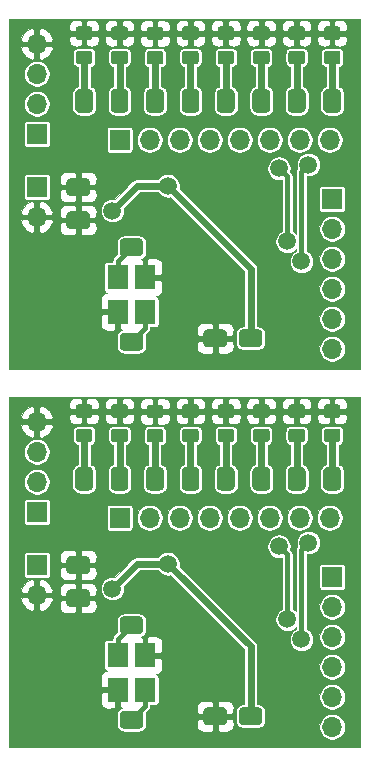
<source format=gbr>
G04 #@! TF.GenerationSoftware,KiCad,Pcbnew,(5.1.5)-3*
G04 #@! TF.CreationDate,2020-06-01T15:52:23-05:00*
G04 #@! TF.ProjectId,MSP430G2553_array,4d535034-3330-4473-9235-35335f617272,rev?*
G04 #@! TF.SameCoordinates,PX5a995c0PY68e7780*
G04 #@! TF.FileFunction,Copper,L1,Top*
G04 #@! TF.FilePolarity,Positive*
%FSLAX46Y46*%
G04 Gerber Fmt 4.6, Leading zero omitted, Abs format (unit mm)*
G04 Created by KiCad (PCBNEW (5.1.5)-3) date 2020-06-01 15:52:23*
%MOMM*%
%LPD*%
G04 APERTURE LIST*
%ADD10C,0.100000*%
%ADD11R,1.700000X1.700000*%
%ADD12O,1.700000X1.700000*%
%ADD13R,1.800000X2.100000*%
%ADD14C,1.500000*%
%ADD15C,0.600000*%
%ADD16C,0.400000*%
G04 APERTURE END LIST*
G04 #@! TA.AperFunction,SMDPad,CuDef*
D10*
G36*
X26661756Y37648194D02*
G01*
X26698159Y37642794D01*
X26733857Y37633853D01*
X26768506Y37621455D01*
X26801774Y37605720D01*
X26833339Y37586801D01*
X26862897Y37564879D01*
X26890165Y37540165D01*
X26914879Y37512897D01*
X26936801Y37483339D01*
X26955720Y37451774D01*
X26971455Y37418506D01*
X26983853Y37383857D01*
X26992794Y37348159D01*
X26998194Y37311756D01*
X27000000Y37275000D01*
X27000000Y36525000D01*
X26998194Y36488244D01*
X26992794Y36451841D01*
X26983853Y36416143D01*
X26971455Y36381494D01*
X26955720Y36348226D01*
X26936801Y36316661D01*
X26914879Y36287103D01*
X26890165Y36259835D01*
X26862897Y36235121D01*
X26833339Y36213199D01*
X26801774Y36194280D01*
X26768506Y36178545D01*
X26733857Y36166147D01*
X26698159Y36157206D01*
X26661756Y36151806D01*
X26625000Y36150000D01*
X25375000Y36150000D01*
X25338244Y36151806D01*
X25301841Y36157206D01*
X25266143Y36166147D01*
X25231494Y36178545D01*
X25198226Y36194280D01*
X25166661Y36213199D01*
X25137103Y36235121D01*
X25109835Y36259835D01*
X25085121Y36287103D01*
X25063199Y36316661D01*
X25044280Y36348226D01*
X25028545Y36381494D01*
X25016147Y36416143D01*
X25007206Y36451841D01*
X25001806Y36488244D01*
X25000000Y36525000D01*
X25000000Y37275000D01*
X25001806Y37311756D01*
X25007206Y37348159D01*
X25016147Y37383857D01*
X25028545Y37418506D01*
X25044280Y37451774D01*
X25063199Y37483339D01*
X25085121Y37512897D01*
X25109835Y37540165D01*
X25137103Y37564879D01*
X25166661Y37586801D01*
X25198226Y37605720D01*
X25231494Y37621455D01*
X25266143Y37633853D01*
X25301841Y37642794D01*
X25338244Y37648194D01*
X25375000Y37650000D01*
X26625000Y37650000D01*
X26661756Y37648194D01*
G37*
G04 #@! TD.AperFunction*
G04 #@! TA.AperFunction,SMDPad,CuDef*
G36*
X12311756Y57998194D02*
G01*
X12348159Y57992794D01*
X12383857Y57983853D01*
X12418506Y57971455D01*
X12451774Y57955720D01*
X12483339Y57936801D01*
X12512897Y57914879D01*
X12540165Y57890165D01*
X12564879Y57862897D01*
X12586801Y57833339D01*
X12605720Y57801774D01*
X12621455Y57768506D01*
X12633853Y57733857D01*
X12642794Y57698159D01*
X12648194Y57661756D01*
X12650000Y57625000D01*
X12650000Y56375000D01*
X12648194Y56338244D01*
X12642794Y56301841D01*
X12633853Y56266143D01*
X12621455Y56231494D01*
X12605720Y56198226D01*
X12586801Y56166661D01*
X12564879Y56137103D01*
X12540165Y56109835D01*
X12512897Y56085121D01*
X12483339Y56063199D01*
X12451774Y56044280D01*
X12418506Y56028545D01*
X12383857Y56016147D01*
X12348159Y56007206D01*
X12311756Y56001806D01*
X12275000Y56000000D01*
X11525000Y56000000D01*
X11488244Y56001806D01*
X11451841Y56007206D01*
X11416143Y56016147D01*
X11381494Y56028545D01*
X11348226Y56044280D01*
X11316661Y56063199D01*
X11287103Y56085121D01*
X11259835Y56109835D01*
X11235121Y56137103D01*
X11213199Y56166661D01*
X11194280Y56198226D01*
X11178545Y56231494D01*
X11166147Y56266143D01*
X11157206Y56301841D01*
X11151806Y56338244D01*
X11150000Y56375000D01*
X11150000Y57625000D01*
X11151806Y57661756D01*
X11157206Y57698159D01*
X11166147Y57733857D01*
X11178545Y57768506D01*
X11194280Y57801774D01*
X11213199Y57833339D01*
X11235121Y57862897D01*
X11259835Y57890165D01*
X11287103Y57914879D01*
X11316661Y57936801D01*
X11348226Y57955720D01*
X11381494Y57971455D01*
X11416143Y57983853D01*
X11451841Y57992794D01*
X11488244Y57998194D01*
X11525000Y58000000D01*
X12275000Y58000000D01*
X12311756Y57998194D01*
G37*
G04 #@! TD.AperFunction*
G04 #@! TA.AperFunction,SMDPad,CuDef*
G36*
X15311756Y57998194D02*
G01*
X15348159Y57992794D01*
X15383857Y57983853D01*
X15418506Y57971455D01*
X15451774Y57955720D01*
X15483339Y57936801D01*
X15512897Y57914879D01*
X15540165Y57890165D01*
X15564879Y57862897D01*
X15586801Y57833339D01*
X15605720Y57801774D01*
X15621455Y57768506D01*
X15633853Y57733857D01*
X15642794Y57698159D01*
X15648194Y57661756D01*
X15650000Y57625000D01*
X15650000Y56375000D01*
X15648194Y56338244D01*
X15642794Y56301841D01*
X15633853Y56266143D01*
X15621455Y56231494D01*
X15605720Y56198226D01*
X15586801Y56166661D01*
X15564879Y56137103D01*
X15540165Y56109835D01*
X15512897Y56085121D01*
X15483339Y56063199D01*
X15451774Y56044280D01*
X15418506Y56028545D01*
X15383857Y56016147D01*
X15348159Y56007206D01*
X15311756Y56001806D01*
X15275000Y56000000D01*
X14525000Y56000000D01*
X14488244Y56001806D01*
X14451841Y56007206D01*
X14416143Y56016147D01*
X14381494Y56028545D01*
X14348226Y56044280D01*
X14316661Y56063199D01*
X14287103Y56085121D01*
X14259835Y56109835D01*
X14235121Y56137103D01*
X14213199Y56166661D01*
X14194280Y56198226D01*
X14178545Y56231494D01*
X14166147Y56266143D01*
X14157206Y56301841D01*
X14151806Y56338244D01*
X14150000Y56375000D01*
X14150000Y57625000D01*
X14151806Y57661756D01*
X14157206Y57698159D01*
X14166147Y57733857D01*
X14178545Y57768506D01*
X14194280Y57801774D01*
X14213199Y57833339D01*
X14235121Y57862897D01*
X14259835Y57890165D01*
X14287103Y57914879D01*
X14316661Y57936801D01*
X14348226Y57955720D01*
X14381494Y57971455D01*
X14416143Y57983853D01*
X14451841Y57992794D01*
X14488244Y57998194D01*
X14525000Y58000000D01*
X15275000Y58000000D01*
X15311756Y57998194D01*
G37*
G04 #@! TD.AperFunction*
G04 #@! TA.AperFunction,SMDPad,CuDef*
G36*
X18311756Y57998194D02*
G01*
X18348159Y57992794D01*
X18383857Y57983853D01*
X18418506Y57971455D01*
X18451774Y57955720D01*
X18483339Y57936801D01*
X18512897Y57914879D01*
X18540165Y57890165D01*
X18564879Y57862897D01*
X18586801Y57833339D01*
X18605720Y57801774D01*
X18621455Y57768506D01*
X18633853Y57733857D01*
X18642794Y57698159D01*
X18648194Y57661756D01*
X18650000Y57625000D01*
X18650000Y56375000D01*
X18648194Y56338244D01*
X18642794Y56301841D01*
X18633853Y56266143D01*
X18621455Y56231494D01*
X18605720Y56198226D01*
X18586801Y56166661D01*
X18564879Y56137103D01*
X18540165Y56109835D01*
X18512897Y56085121D01*
X18483339Y56063199D01*
X18451774Y56044280D01*
X18418506Y56028545D01*
X18383857Y56016147D01*
X18348159Y56007206D01*
X18311756Y56001806D01*
X18275000Y56000000D01*
X17525000Y56000000D01*
X17488244Y56001806D01*
X17451841Y56007206D01*
X17416143Y56016147D01*
X17381494Y56028545D01*
X17348226Y56044280D01*
X17316661Y56063199D01*
X17287103Y56085121D01*
X17259835Y56109835D01*
X17235121Y56137103D01*
X17213199Y56166661D01*
X17194280Y56198226D01*
X17178545Y56231494D01*
X17166147Y56266143D01*
X17157206Y56301841D01*
X17151806Y56338244D01*
X17150000Y56375000D01*
X17150000Y57625000D01*
X17151806Y57661756D01*
X17157206Y57698159D01*
X17166147Y57733857D01*
X17178545Y57768506D01*
X17194280Y57801774D01*
X17213199Y57833339D01*
X17235121Y57862897D01*
X17259835Y57890165D01*
X17287103Y57914879D01*
X17316661Y57936801D01*
X17348226Y57955720D01*
X17381494Y57971455D01*
X17416143Y57983853D01*
X17451841Y57992794D01*
X17488244Y57998194D01*
X17525000Y58000000D01*
X18275000Y58000000D01*
X18311756Y57998194D01*
G37*
G04 #@! TD.AperFunction*
G04 #@! TA.AperFunction,SMDPad,CuDef*
G36*
X21311756Y57998194D02*
G01*
X21348159Y57992794D01*
X21383857Y57983853D01*
X21418506Y57971455D01*
X21451774Y57955720D01*
X21483339Y57936801D01*
X21512897Y57914879D01*
X21540165Y57890165D01*
X21564879Y57862897D01*
X21586801Y57833339D01*
X21605720Y57801774D01*
X21621455Y57768506D01*
X21633853Y57733857D01*
X21642794Y57698159D01*
X21648194Y57661756D01*
X21650000Y57625000D01*
X21650000Y56375000D01*
X21648194Y56338244D01*
X21642794Y56301841D01*
X21633853Y56266143D01*
X21621455Y56231494D01*
X21605720Y56198226D01*
X21586801Y56166661D01*
X21564879Y56137103D01*
X21540165Y56109835D01*
X21512897Y56085121D01*
X21483339Y56063199D01*
X21451774Y56044280D01*
X21418506Y56028545D01*
X21383857Y56016147D01*
X21348159Y56007206D01*
X21311756Y56001806D01*
X21275000Y56000000D01*
X20525000Y56000000D01*
X20488244Y56001806D01*
X20451841Y56007206D01*
X20416143Y56016147D01*
X20381494Y56028545D01*
X20348226Y56044280D01*
X20316661Y56063199D01*
X20287103Y56085121D01*
X20259835Y56109835D01*
X20235121Y56137103D01*
X20213199Y56166661D01*
X20194280Y56198226D01*
X20178545Y56231494D01*
X20166147Y56266143D01*
X20157206Y56301841D01*
X20151806Y56338244D01*
X20150000Y56375000D01*
X20150000Y57625000D01*
X20151806Y57661756D01*
X20157206Y57698159D01*
X20166147Y57733857D01*
X20178545Y57768506D01*
X20194280Y57801774D01*
X20213199Y57833339D01*
X20235121Y57862897D01*
X20259835Y57890165D01*
X20287103Y57914879D01*
X20316661Y57936801D01*
X20348226Y57955720D01*
X20381494Y57971455D01*
X20416143Y57983853D01*
X20451841Y57992794D01*
X20488244Y57998194D01*
X20525000Y58000000D01*
X21275000Y58000000D01*
X21311756Y57998194D01*
G37*
G04 #@! TD.AperFunction*
G04 #@! TA.AperFunction,SMDPad,CuDef*
G36*
X24311756Y57998194D02*
G01*
X24348159Y57992794D01*
X24383857Y57983853D01*
X24418506Y57971455D01*
X24451774Y57955720D01*
X24483339Y57936801D01*
X24512897Y57914879D01*
X24540165Y57890165D01*
X24564879Y57862897D01*
X24586801Y57833339D01*
X24605720Y57801774D01*
X24621455Y57768506D01*
X24633853Y57733857D01*
X24642794Y57698159D01*
X24648194Y57661756D01*
X24650000Y57625000D01*
X24650000Y56375000D01*
X24648194Y56338244D01*
X24642794Y56301841D01*
X24633853Y56266143D01*
X24621455Y56231494D01*
X24605720Y56198226D01*
X24586801Y56166661D01*
X24564879Y56137103D01*
X24540165Y56109835D01*
X24512897Y56085121D01*
X24483339Y56063199D01*
X24451774Y56044280D01*
X24418506Y56028545D01*
X24383857Y56016147D01*
X24348159Y56007206D01*
X24311756Y56001806D01*
X24275000Y56000000D01*
X23525000Y56000000D01*
X23488244Y56001806D01*
X23451841Y56007206D01*
X23416143Y56016147D01*
X23381494Y56028545D01*
X23348226Y56044280D01*
X23316661Y56063199D01*
X23287103Y56085121D01*
X23259835Y56109835D01*
X23235121Y56137103D01*
X23213199Y56166661D01*
X23194280Y56198226D01*
X23178545Y56231494D01*
X23166147Y56266143D01*
X23157206Y56301841D01*
X23151806Y56338244D01*
X23150000Y56375000D01*
X23150000Y57625000D01*
X23151806Y57661756D01*
X23157206Y57698159D01*
X23166147Y57733857D01*
X23178545Y57768506D01*
X23194280Y57801774D01*
X23213199Y57833339D01*
X23235121Y57862897D01*
X23259835Y57890165D01*
X23287103Y57914879D01*
X23316661Y57936801D01*
X23348226Y57955720D01*
X23381494Y57971455D01*
X23416143Y57983853D01*
X23451841Y57992794D01*
X23488244Y57998194D01*
X23525000Y58000000D01*
X24275000Y58000000D01*
X24311756Y57998194D01*
G37*
G04 #@! TD.AperFunction*
G04 #@! TA.AperFunction,SMDPad,CuDef*
G36*
X27311756Y57998194D02*
G01*
X27348159Y57992794D01*
X27383857Y57983853D01*
X27418506Y57971455D01*
X27451774Y57955720D01*
X27483339Y57936801D01*
X27512897Y57914879D01*
X27540165Y57890165D01*
X27564879Y57862897D01*
X27586801Y57833339D01*
X27605720Y57801774D01*
X27621455Y57768506D01*
X27633853Y57733857D01*
X27642794Y57698159D01*
X27648194Y57661756D01*
X27650000Y57625000D01*
X27650000Y56375000D01*
X27648194Y56338244D01*
X27642794Y56301841D01*
X27633853Y56266143D01*
X27621455Y56231494D01*
X27605720Y56198226D01*
X27586801Y56166661D01*
X27564879Y56137103D01*
X27540165Y56109835D01*
X27512897Y56085121D01*
X27483339Y56063199D01*
X27451774Y56044280D01*
X27418506Y56028545D01*
X27383857Y56016147D01*
X27348159Y56007206D01*
X27311756Y56001806D01*
X27275000Y56000000D01*
X26525000Y56000000D01*
X26488244Y56001806D01*
X26451841Y56007206D01*
X26416143Y56016147D01*
X26381494Y56028545D01*
X26348226Y56044280D01*
X26316661Y56063199D01*
X26287103Y56085121D01*
X26259835Y56109835D01*
X26235121Y56137103D01*
X26213199Y56166661D01*
X26194280Y56198226D01*
X26178545Y56231494D01*
X26166147Y56266143D01*
X26157206Y56301841D01*
X26151806Y56338244D01*
X26150000Y56375000D01*
X26150000Y57625000D01*
X26151806Y57661756D01*
X26157206Y57698159D01*
X26166147Y57733857D01*
X26178545Y57768506D01*
X26194280Y57801774D01*
X26213199Y57833339D01*
X26235121Y57862897D01*
X26259835Y57890165D01*
X26287103Y57914879D01*
X26316661Y57936801D01*
X26348226Y57955720D01*
X26381494Y57971455D01*
X26416143Y57983853D01*
X26451841Y57992794D01*
X26488244Y57998194D01*
X26525000Y58000000D01*
X27275000Y58000000D01*
X27311756Y57998194D01*
G37*
G04 #@! TD.AperFunction*
G04 #@! TA.AperFunction,SMDPad,CuDef*
G36*
X30311756Y57998194D02*
G01*
X30348159Y57992794D01*
X30383857Y57983853D01*
X30418506Y57971455D01*
X30451774Y57955720D01*
X30483339Y57936801D01*
X30512897Y57914879D01*
X30540165Y57890165D01*
X30564879Y57862897D01*
X30586801Y57833339D01*
X30605720Y57801774D01*
X30621455Y57768506D01*
X30633853Y57733857D01*
X30642794Y57698159D01*
X30648194Y57661756D01*
X30650000Y57625000D01*
X30650000Y56375000D01*
X30648194Y56338244D01*
X30642794Y56301841D01*
X30633853Y56266143D01*
X30621455Y56231494D01*
X30605720Y56198226D01*
X30586801Y56166661D01*
X30564879Y56137103D01*
X30540165Y56109835D01*
X30512897Y56085121D01*
X30483339Y56063199D01*
X30451774Y56044280D01*
X30418506Y56028545D01*
X30383857Y56016147D01*
X30348159Y56007206D01*
X30311756Y56001806D01*
X30275000Y56000000D01*
X29525000Y56000000D01*
X29488244Y56001806D01*
X29451841Y56007206D01*
X29416143Y56016147D01*
X29381494Y56028545D01*
X29348226Y56044280D01*
X29316661Y56063199D01*
X29287103Y56085121D01*
X29259835Y56109835D01*
X29235121Y56137103D01*
X29213199Y56166661D01*
X29194280Y56198226D01*
X29178545Y56231494D01*
X29166147Y56266143D01*
X29157206Y56301841D01*
X29151806Y56338244D01*
X29150000Y56375000D01*
X29150000Y57625000D01*
X29151806Y57661756D01*
X29157206Y57698159D01*
X29166147Y57733857D01*
X29178545Y57768506D01*
X29194280Y57801774D01*
X29213199Y57833339D01*
X29235121Y57862897D01*
X29259835Y57890165D01*
X29287103Y57914879D01*
X29316661Y57936801D01*
X29348226Y57955720D01*
X29381494Y57971455D01*
X29416143Y57983853D01*
X29451841Y57992794D01*
X29488244Y57998194D01*
X29525000Y58000000D01*
X30275000Y58000000D01*
X30311756Y57998194D01*
G37*
G04 #@! TD.AperFunction*
G04 #@! TA.AperFunction,SMDPad,CuDef*
G36*
X33311756Y57998194D02*
G01*
X33348159Y57992794D01*
X33383857Y57983853D01*
X33418506Y57971455D01*
X33451774Y57955720D01*
X33483339Y57936801D01*
X33512897Y57914879D01*
X33540165Y57890165D01*
X33564879Y57862897D01*
X33586801Y57833339D01*
X33605720Y57801774D01*
X33621455Y57768506D01*
X33633853Y57733857D01*
X33642794Y57698159D01*
X33648194Y57661756D01*
X33650000Y57625000D01*
X33650000Y56375000D01*
X33648194Y56338244D01*
X33642794Y56301841D01*
X33633853Y56266143D01*
X33621455Y56231494D01*
X33605720Y56198226D01*
X33586801Y56166661D01*
X33564879Y56137103D01*
X33540165Y56109835D01*
X33512897Y56085121D01*
X33483339Y56063199D01*
X33451774Y56044280D01*
X33418506Y56028545D01*
X33383857Y56016147D01*
X33348159Y56007206D01*
X33311756Y56001806D01*
X33275000Y56000000D01*
X32525000Y56000000D01*
X32488244Y56001806D01*
X32451841Y56007206D01*
X32416143Y56016147D01*
X32381494Y56028545D01*
X32348226Y56044280D01*
X32316661Y56063199D01*
X32287103Y56085121D01*
X32259835Y56109835D01*
X32235121Y56137103D01*
X32213199Y56166661D01*
X32194280Y56198226D01*
X32178545Y56231494D01*
X32166147Y56266143D01*
X32157206Y56301841D01*
X32151806Y56338244D01*
X32150000Y56375000D01*
X32150000Y57625000D01*
X32151806Y57661756D01*
X32157206Y57698159D01*
X32166147Y57733857D01*
X32178545Y57768506D01*
X32194280Y57801774D01*
X32213199Y57833339D01*
X32235121Y57862897D01*
X32259835Y57890165D01*
X32287103Y57914879D01*
X32316661Y57936801D01*
X32348226Y57955720D01*
X32381494Y57971455D01*
X32416143Y57983853D01*
X32451841Y57992794D01*
X32488244Y57998194D01*
X32525000Y58000000D01*
X33275000Y58000000D01*
X33311756Y57998194D01*
G37*
G04 #@! TD.AperFunction*
G04 #@! TA.AperFunction,SMDPad,CuDef*
G36*
X16561756Y45348194D02*
G01*
X16598159Y45342794D01*
X16633857Y45333853D01*
X16668506Y45321455D01*
X16701774Y45305720D01*
X16733339Y45286801D01*
X16762897Y45264879D01*
X16790165Y45240165D01*
X16814879Y45212897D01*
X16836801Y45183339D01*
X16855720Y45151774D01*
X16871455Y45118506D01*
X16883853Y45083857D01*
X16892794Y45048159D01*
X16898194Y45011756D01*
X16900000Y44975000D01*
X16900000Y44225000D01*
X16898194Y44188244D01*
X16892794Y44151841D01*
X16883853Y44116143D01*
X16871455Y44081494D01*
X16855720Y44048226D01*
X16836801Y44016661D01*
X16814879Y43987103D01*
X16790165Y43959835D01*
X16762897Y43935121D01*
X16733339Y43913199D01*
X16701774Y43894280D01*
X16668506Y43878545D01*
X16633857Y43866147D01*
X16598159Y43857206D01*
X16561756Y43851806D01*
X16525000Y43850000D01*
X15275000Y43850000D01*
X15238244Y43851806D01*
X15201841Y43857206D01*
X15166143Y43866147D01*
X15131494Y43878545D01*
X15098226Y43894280D01*
X15066661Y43913199D01*
X15037103Y43935121D01*
X15009835Y43959835D01*
X14985121Y43987103D01*
X14963199Y44016661D01*
X14944280Y44048226D01*
X14928545Y44081494D01*
X14916147Y44116143D01*
X14907206Y44151841D01*
X14901806Y44188244D01*
X14900000Y44225000D01*
X14900000Y44975000D01*
X14901806Y45011756D01*
X14907206Y45048159D01*
X14916147Y45083857D01*
X14928545Y45118506D01*
X14944280Y45151774D01*
X14963199Y45183339D01*
X14985121Y45212897D01*
X15009835Y45240165D01*
X15037103Y45264879D01*
X15066661Y45286801D01*
X15098226Y45305720D01*
X15131494Y45321455D01*
X15166143Y45333853D01*
X15201841Y45342794D01*
X15238244Y45348194D01*
X15275000Y45350000D01*
X16525000Y45350000D01*
X16561756Y45348194D01*
G37*
G04 #@! TD.AperFunction*
G04 #@! TA.AperFunction,SMDPad,CuDef*
G36*
X12061756Y47648194D02*
G01*
X12098159Y47642794D01*
X12133857Y47633853D01*
X12168506Y47621455D01*
X12201774Y47605720D01*
X12233339Y47586801D01*
X12262897Y47564879D01*
X12290165Y47540165D01*
X12314879Y47512897D01*
X12336801Y47483339D01*
X12355720Y47451774D01*
X12371455Y47418506D01*
X12383853Y47383857D01*
X12392794Y47348159D01*
X12398194Y47311756D01*
X12400000Y47275000D01*
X12400000Y46525000D01*
X12398194Y46488244D01*
X12392794Y46451841D01*
X12383853Y46416143D01*
X12371455Y46381494D01*
X12355720Y46348226D01*
X12336801Y46316661D01*
X12314879Y46287103D01*
X12290165Y46259835D01*
X12262897Y46235121D01*
X12233339Y46213199D01*
X12201774Y46194280D01*
X12168506Y46178545D01*
X12133857Y46166147D01*
X12098159Y46157206D01*
X12061756Y46151806D01*
X12025000Y46150000D01*
X10775000Y46150000D01*
X10738244Y46151806D01*
X10701841Y46157206D01*
X10666143Y46166147D01*
X10631494Y46178545D01*
X10598226Y46194280D01*
X10566661Y46213199D01*
X10537103Y46235121D01*
X10509835Y46259835D01*
X10485121Y46287103D01*
X10463199Y46316661D01*
X10444280Y46348226D01*
X10428545Y46381494D01*
X10416147Y46416143D01*
X10407206Y46451841D01*
X10401806Y46488244D01*
X10400000Y46525000D01*
X10400000Y47275000D01*
X10401806Y47311756D01*
X10407206Y47348159D01*
X10416147Y47383857D01*
X10428545Y47418506D01*
X10444280Y47451774D01*
X10463199Y47483339D01*
X10485121Y47512897D01*
X10509835Y47540165D01*
X10537103Y47564879D01*
X10566661Y47586801D01*
X10598226Y47605720D01*
X10631494Y47621455D01*
X10666143Y47633853D01*
X10701841Y47642794D01*
X10738244Y47648194D01*
X10775000Y47650000D01*
X12025000Y47650000D01*
X12061756Y47648194D01*
G37*
G04 #@! TD.AperFunction*
G04 #@! TA.AperFunction,SMDPad,CuDef*
G36*
X12061756Y50448194D02*
G01*
X12098159Y50442794D01*
X12133857Y50433853D01*
X12168506Y50421455D01*
X12201774Y50405720D01*
X12233339Y50386801D01*
X12262897Y50364879D01*
X12290165Y50340165D01*
X12314879Y50312897D01*
X12336801Y50283339D01*
X12355720Y50251774D01*
X12371455Y50218506D01*
X12383853Y50183857D01*
X12392794Y50148159D01*
X12398194Y50111756D01*
X12400000Y50075000D01*
X12400000Y49325000D01*
X12398194Y49288244D01*
X12392794Y49251841D01*
X12383853Y49216143D01*
X12371455Y49181494D01*
X12355720Y49148226D01*
X12336801Y49116661D01*
X12314879Y49087103D01*
X12290165Y49059835D01*
X12262897Y49035121D01*
X12233339Y49013199D01*
X12201774Y48994280D01*
X12168506Y48978545D01*
X12133857Y48966147D01*
X12098159Y48957206D01*
X12061756Y48951806D01*
X12025000Y48950000D01*
X10775000Y48950000D01*
X10738244Y48951806D01*
X10701841Y48957206D01*
X10666143Y48966147D01*
X10631494Y48978545D01*
X10598226Y48994280D01*
X10566661Y49013199D01*
X10537103Y49035121D01*
X10509835Y49059835D01*
X10485121Y49087103D01*
X10463199Y49116661D01*
X10444280Y49148226D01*
X10428545Y49181494D01*
X10416147Y49216143D01*
X10407206Y49251841D01*
X10401806Y49288244D01*
X10400000Y49325000D01*
X10400000Y50075000D01*
X10401806Y50111756D01*
X10407206Y50148159D01*
X10416147Y50183857D01*
X10428545Y50218506D01*
X10444280Y50251774D01*
X10463199Y50283339D01*
X10485121Y50312897D01*
X10509835Y50340165D01*
X10537103Y50364879D01*
X10566661Y50386801D01*
X10598226Y50405720D01*
X10631494Y50421455D01*
X10666143Y50433853D01*
X10701841Y50442794D01*
X10738244Y50448194D01*
X10775000Y50450000D01*
X12025000Y50450000D01*
X12061756Y50448194D01*
G37*
G04 #@! TD.AperFunction*
G04 #@! TA.AperFunction,SMDPad,CuDef*
G36*
X23661756Y37648194D02*
G01*
X23698159Y37642794D01*
X23733857Y37633853D01*
X23768506Y37621455D01*
X23801774Y37605720D01*
X23833339Y37586801D01*
X23862897Y37564879D01*
X23890165Y37540165D01*
X23914879Y37512897D01*
X23936801Y37483339D01*
X23955720Y37451774D01*
X23971455Y37418506D01*
X23983853Y37383857D01*
X23992794Y37348159D01*
X23998194Y37311756D01*
X24000000Y37275000D01*
X24000000Y36525000D01*
X23998194Y36488244D01*
X23992794Y36451841D01*
X23983853Y36416143D01*
X23971455Y36381494D01*
X23955720Y36348226D01*
X23936801Y36316661D01*
X23914879Y36287103D01*
X23890165Y36259835D01*
X23862897Y36235121D01*
X23833339Y36213199D01*
X23801774Y36194280D01*
X23768506Y36178545D01*
X23733857Y36166147D01*
X23698159Y36157206D01*
X23661756Y36151806D01*
X23625000Y36150000D01*
X22375000Y36150000D01*
X22338244Y36151806D01*
X22301841Y36157206D01*
X22266143Y36166147D01*
X22231494Y36178545D01*
X22198226Y36194280D01*
X22166661Y36213199D01*
X22137103Y36235121D01*
X22109835Y36259835D01*
X22085121Y36287103D01*
X22063199Y36316661D01*
X22044280Y36348226D01*
X22028545Y36381494D01*
X22016147Y36416143D01*
X22007206Y36451841D01*
X22001806Y36488244D01*
X22000000Y36525000D01*
X22000000Y37275000D01*
X22001806Y37311756D01*
X22007206Y37348159D01*
X22016147Y37383857D01*
X22028545Y37418506D01*
X22044280Y37451774D01*
X22063199Y37483339D01*
X22085121Y37512897D01*
X22109835Y37540165D01*
X22137103Y37564879D01*
X22166661Y37586801D01*
X22198226Y37605720D01*
X22231494Y37621455D01*
X22266143Y37633853D01*
X22301841Y37642794D01*
X22338244Y37648194D01*
X22375000Y37650000D01*
X23625000Y37650000D01*
X23661756Y37648194D01*
G37*
G04 #@! TD.AperFunction*
G04 #@! TA.AperFunction,SMDPad,CuDef*
G36*
X16561756Y37348194D02*
G01*
X16598159Y37342794D01*
X16633857Y37333853D01*
X16668506Y37321455D01*
X16701774Y37305720D01*
X16733339Y37286801D01*
X16762897Y37264879D01*
X16790165Y37240165D01*
X16814879Y37212897D01*
X16836801Y37183339D01*
X16855720Y37151774D01*
X16871455Y37118506D01*
X16883853Y37083857D01*
X16892794Y37048159D01*
X16898194Y37011756D01*
X16900000Y36975000D01*
X16900000Y36225000D01*
X16898194Y36188244D01*
X16892794Y36151841D01*
X16883853Y36116143D01*
X16871455Y36081494D01*
X16855720Y36048226D01*
X16836801Y36016661D01*
X16814879Y35987103D01*
X16790165Y35959835D01*
X16762897Y35935121D01*
X16733339Y35913199D01*
X16701774Y35894280D01*
X16668506Y35878545D01*
X16633857Y35866147D01*
X16598159Y35857206D01*
X16561756Y35851806D01*
X16525000Y35850000D01*
X15275000Y35850000D01*
X15238244Y35851806D01*
X15201841Y35857206D01*
X15166143Y35866147D01*
X15131494Y35878545D01*
X15098226Y35894280D01*
X15066661Y35913199D01*
X15037103Y35935121D01*
X15009835Y35959835D01*
X14985121Y35987103D01*
X14963199Y36016661D01*
X14944280Y36048226D01*
X14928545Y36081494D01*
X14916147Y36116143D01*
X14907206Y36151841D01*
X14901806Y36188244D01*
X14900000Y36225000D01*
X14900000Y36975000D01*
X14901806Y37011756D01*
X14907206Y37048159D01*
X14916147Y37083857D01*
X14928545Y37118506D01*
X14944280Y37151774D01*
X14963199Y37183339D01*
X14985121Y37212897D01*
X15009835Y37240165D01*
X15037103Y37264879D01*
X15066661Y37286801D01*
X15098226Y37305720D01*
X15131494Y37321455D01*
X15166143Y37333853D01*
X15201841Y37342794D01*
X15238244Y37348194D01*
X15275000Y37350000D01*
X16525000Y37350000D01*
X16561756Y37348194D01*
G37*
G04 #@! TD.AperFunction*
G04 #@! TA.AperFunction,SMDPad,CuDef*
G36*
X33374505Y61248796D02*
G01*
X33398773Y61245196D01*
X33422572Y61239235D01*
X33445671Y61230970D01*
X33467850Y61220480D01*
X33488893Y61207868D01*
X33508599Y61193253D01*
X33526777Y61176777D01*
X33543253Y61158599D01*
X33557868Y61138893D01*
X33570480Y61117850D01*
X33580970Y61095671D01*
X33589235Y61072572D01*
X33595196Y61048773D01*
X33598796Y61024505D01*
X33600000Y61000001D01*
X33600000Y60349999D01*
X33598796Y60325495D01*
X33595196Y60301227D01*
X33589235Y60277428D01*
X33580970Y60254329D01*
X33570480Y60232150D01*
X33557868Y60211107D01*
X33543253Y60191401D01*
X33526777Y60173223D01*
X33508599Y60156747D01*
X33488893Y60142132D01*
X33467850Y60129520D01*
X33445671Y60119030D01*
X33422572Y60110765D01*
X33398773Y60104804D01*
X33374505Y60101204D01*
X33350001Y60100000D01*
X32449999Y60100000D01*
X32425495Y60101204D01*
X32401227Y60104804D01*
X32377428Y60110765D01*
X32354329Y60119030D01*
X32332150Y60129520D01*
X32311107Y60142132D01*
X32291401Y60156747D01*
X32273223Y60173223D01*
X32256747Y60191401D01*
X32242132Y60211107D01*
X32229520Y60232150D01*
X32219030Y60254329D01*
X32210765Y60277428D01*
X32204804Y60301227D01*
X32201204Y60325495D01*
X32200000Y60349999D01*
X32200000Y61000001D01*
X32201204Y61024505D01*
X32204804Y61048773D01*
X32210765Y61072572D01*
X32219030Y61095671D01*
X32229520Y61117850D01*
X32242132Y61138893D01*
X32256747Y61158599D01*
X32273223Y61176777D01*
X32291401Y61193253D01*
X32311107Y61207868D01*
X32332150Y61220480D01*
X32354329Y61230970D01*
X32377428Y61239235D01*
X32401227Y61245196D01*
X32425495Y61248796D01*
X32449999Y61250000D01*
X33350001Y61250000D01*
X33374505Y61248796D01*
G37*
G04 #@! TD.AperFunction*
G04 #@! TA.AperFunction,SMDPad,CuDef*
G36*
X33374505Y63298796D02*
G01*
X33398773Y63295196D01*
X33422572Y63289235D01*
X33445671Y63280970D01*
X33467850Y63270480D01*
X33488893Y63257868D01*
X33508599Y63243253D01*
X33526777Y63226777D01*
X33543253Y63208599D01*
X33557868Y63188893D01*
X33570480Y63167850D01*
X33580970Y63145671D01*
X33589235Y63122572D01*
X33595196Y63098773D01*
X33598796Y63074505D01*
X33600000Y63050001D01*
X33600000Y62399999D01*
X33598796Y62375495D01*
X33595196Y62351227D01*
X33589235Y62327428D01*
X33580970Y62304329D01*
X33570480Y62282150D01*
X33557868Y62261107D01*
X33543253Y62241401D01*
X33526777Y62223223D01*
X33508599Y62206747D01*
X33488893Y62192132D01*
X33467850Y62179520D01*
X33445671Y62169030D01*
X33422572Y62160765D01*
X33398773Y62154804D01*
X33374505Y62151204D01*
X33350001Y62150000D01*
X32449999Y62150000D01*
X32425495Y62151204D01*
X32401227Y62154804D01*
X32377428Y62160765D01*
X32354329Y62169030D01*
X32332150Y62179520D01*
X32311107Y62192132D01*
X32291401Y62206747D01*
X32273223Y62223223D01*
X32256747Y62241401D01*
X32242132Y62261107D01*
X32229520Y62282150D01*
X32219030Y62304329D01*
X32210765Y62327428D01*
X32204804Y62351227D01*
X32201204Y62375495D01*
X32200000Y62399999D01*
X32200000Y63050001D01*
X32201204Y63074505D01*
X32204804Y63098773D01*
X32210765Y63122572D01*
X32219030Y63145671D01*
X32229520Y63167850D01*
X32242132Y63188893D01*
X32256747Y63208599D01*
X32273223Y63226777D01*
X32291401Y63243253D01*
X32311107Y63257868D01*
X32332150Y63270480D01*
X32354329Y63280970D01*
X32377428Y63289235D01*
X32401227Y63295196D01*
X32425495Y63298796D01*
X32449999Y63300000D01*
X33350001Y63300000D01*
X33374505Y63298796D01*
G37*
G04 #@! TD.AperFunction*
G04 #@! TA.AperFunction,SMDPad,CuDef*
G36*
X30374505Y63298796D02*
G01*
X30398773Y63295196D01*
X30422572Y63289235D01*
X30445671Y63280970D01*
X30467850Y63270480D01*
X30488893Y63257868D01*
X30508599Y63243253D01*
X30526777Y63226777D01*
X30543253Y63208599D01*
X30557868Y63188893D01*
X30570480Y63167850D01*
X30580970Y63145671D01*
X30589235Y63122572D01*
X30595196Y63098773D01*
X30598796Y63074505D01*
X30600000Y63050001D01*
X30600000Y62399999D01*
X30598796Y62375495D01*
X30595196Y62351227D01*
X30589235Y62327428D01*
X30580970Y62304329D01*
X30570480Y62282150D01*
X30557868Y62261107D01*
X30543253Y62241401D01*
X30526777Y62223223D01*
X30508599Y62206747D01*
X30488893Y62192132D01*
X30467850Y62179520D01*
X30445671Y62169030D01*
X30422572Y62160765D01*
X30398773Y62154804D01*
X30374505Y62151204D01*
X30350001Y62150000D01*
X29449999Y62150000D01*
X29425495Y62151204D01*
X29401227Y62154804D01*
X29377428Y62160765D01*
X29354329Y62169030D01*
X29332150Y62179520D01*
X29311107Y62192132D01*
X29291401Y62206747D01*
X29273223Y62223223D01*
X29256747Y62241401D01*
X29242132Y62261107D01*
X29229520Y62282150D01*
X29219030Y62304329D01*
X29210765Y62327428D01*
X29204804Y62351227D01*
X29201204Y62375495D01*
X29200000Y62399999D01*
X29200000Y63050001D01*
X29201204Y63074505D01*
X29204804Y63098773D01*
X29210765Y63122572D01*
X29219030Y63145671D01*
X29229520Y63167850D01*
X29242132Y63188893D01*
X29256747Y63208599D01*
X29273223Y63226777D01*
X29291401Y63243253D01*
X29311107Y63257868D01*
X29332150Y63270480D01*
X29354329Y63280970D01*
X29377428Y63289235D01*
X29401227Y63295196D01*
X29425495Y63298796D01*
X29449999Y63300000D01*
X30350001Y63300000D01*
X30374505Y63298796D01*
G37*
G04 #@! TD.AperFunction*
G04 #@! TA.AperFunction,SMDPad,CuDef*
G36*
X30374505Y61248796D02*
G01*
X30398773Y61245196D01*
X30422572Y61239235D01*
X30445671Y61230970D01*
X30467850Y61220480D01*
X30488893Y61207868D01*
X30508599Y61193253D01*
X30526777Y61176777D01*
X30543253Y61158599D01*
X30557868Y61138893D01*
X30570480Y61117850D01*
X30580970Y61095671D01*
X30589235Y61072572D01*
X30595196Y61048773D01*
X30598796Y61024505D01*
X30600000Y61000001D01*
X30600000Y60349999D01*
X30598796Y60325495D01*
X30595196Y60301227D01*
X30589235Y60277428D01*
X30580970Y60254329D01*
X30570480Y60232150D01*
X30557868Y60211107D01*
X30543253Y60191401D01*
X30526777Y60173223D01*
X30508599Y60156747D01*
X30488893Y60142132D01*
X30467850Y60129520D01*
X30445671Y60119030D01*
X30422572Y60110765D01*
X30398773Y60104804D01*
X30374505Y60101204D01*
X30350001Y60100000D01*
X29449999Y60100000D01*
X29425495Y60101204D01*
X29401227Y60104804D01*
X29377428Y60110765D01*
X29354329Y60119030D01*
X29332150Y60129520D01*
X29311107Y60142132D01*
X29291401Y60156747D01*
X29273223Y60173223D01*
X29256747Y60191401D01*
X29242132Y60211107D01*
X29229520Y60232150D01*
X29219030Y60254329D01*
X29210765Y60277428D01*
X29204804Y60301227D01*
X29201204Y60325495D01*
X29200000Y60349999D01*
X29200000Y61000001D01*
X29201204Y61024505D01*
X29204804Y61048773D01*
X29210765Y61072572D01*
X29219030Y61095671D01*
X29229520Y61117850D01*
X29242132Y61138893D01*
X29256747Y61158599D01*
X29273223Y61176777D01*
X29291401Y61193253D01*
X29311107Y61207868D01*
X29332150Y61220480D01*
X29354329Y61230970D01*
X29377428Y61239235D01*
X29401227Y61245196D01*
X29425495Y61248796D01*
X29449999Y61250000D01*
X30350001Y61250000D01*
X30374505Y61248796D01*
G37*
G04 #@! TD.AperFunction*
G04 #@! TA.AperFunction,SMDPad,CuDef*
G36*
X27374505Y61248796D02*
G01*
X27398773Y61245196D01*
X27422572Y61239235D01*
X27445671Y61230970D01*
X27467850Y61220480D01*
X27488893Y61207868D01*
X27508599Y61193253D01*
X27526777Y61176777D01*
X27543253Y61158599D01*
X27557868Y61138893D01*
X27570480Y61117850D01*
X27580970Y61095671D01*
X27589235Y61072572D01*
X27595196Y61048773D01*
X27598796Y61024505D01*
X27600000Y61000001D01*
X27600000Y60349999D01*
X27598796Y60325495D01*
X27595196Y60301227D01*
X27589235Y60277428D01*
X27580970Y60254329D01*
X27570480Y60232150D01*
X27557868Y60211107D01*
X27543253Y60191401D01*
X27526777Y60173223D01*
X27508599Y60156747D01*
X27488893Y60142132D01*
X27467850Y60129520D01*
X27445671Y60119030D01*
X27422572Y60110765D01*
X27398773Y60104804D01*
X27374505Y60101204D01*
X27350001Y60100000D01*
X26449999Y60100000D01*
X26425495Y60101204D01*
X26401227Y60104804D01*
X26377428Y60110765D01*
X26354329Y60119030D01*
X26332150Y60129520D01*
X26311107Y60142132D01*
X26291401Y60156747D01*
X26273223Y60173223D01*
X26256747Y60191401D01*
X26242132Y60211107D01*
X26229520Y60232150D01*
X26219030Y60254329D01*
X26210765Y60277428D01*
X26204804Y60301227D01*
X26201204Y60325495D01*
X26200000Y60349999D01*
X26200000Y61000001D01*
X26201204Y61024505D01*
X26204804Y61048773D01*
X26210765Y61072572D01*
X26219030Y61095671D01*
X26229520Y61117850D01*
X26242132Y61138893D01*
X26256747Y61158599D01*
X26273223Y61176777D01*
X26291401Y61193253D01*
X26311107Y61207868D01*
X26332150Y61220480D01*
X26354329Y61230970D01*
X26377428Y61239235D01*
X26401227Y61245196D01*
X26425495Y61248796D01*
X26449999Y61250000D01*
X27350001Y61250000D01*
X27374505Y61248796D01*
G37*
G04 #@! TD.AperFunction*
G04 #@! TA.AperFunction,SMDPad,CuDef*
G36*
X27374505Y63298796D02*
G01*
X27398773Y63295196D01*
X27422572Y63289235D01*
X27445671Y63280970D01*
X27467850Y63270480D01*
X27488893Y63257868D01*
X27508599Y63243253D01*
X27526777Y63226777D01*
X27543253Y63208599D01*
X27557868Y63188893D01*
X27570480Y63167850D01*
X27580970Y63145671D01*
X27589235Y63122572D01*
X27595196Y63098773D01*
X27598796Y63074505D01*
X27600000Y63050001D01*
X27600000Y62399999D01*
X27598796Y62375495D01*
X27595196Y62351227D01*
X27589235Y62327428D01*
X27580970Y62304329D01*
X27570480Y62282150D01*
X27557868Y62261107D01*
X27543253Y62241401D01*
X27526777Y62223223D01*
X27508599Y62206747D01*
X27488893Y62192132D01*
X27467850Y62179520D01*
X27445671Y62169030D01*
X27422572Y62160765D01*
X27398773Y62154804D01*
X27374505Y62151204D01*
X27350001Y62150000D01*
X26449999Y62150000D01*
X26425495Y62151204D01*
X26401227Y62154804D01*
X26377428Y62160765D01*
X26354329Y62169030D01*
X26332150Y62179520D01*
X26311107Y62192132D01*
X26291401Y62206747D01*
X26273223Y62223223D01*
X26256747Y62241401D01*
X26242132Y62261107D01*
X26229520Y62282150D01*
X26219030Y62304329D01*
X26210765Y62327428D01*
X26204804Y62351227D01*
X26201204Y62375495D01*
X26200000Y62399999D01*
X26200000Y63050001D01*
X26201204Y63074505D01*
X26204804Y63098773D01*
X26210765Y63122572D01*
X26219030Y63145671D01*
X26229520Y63167850D01*
X26242132Y63188893D01*
X26256747Y63208599D01*
X26273223Y63226777D01*
X26291401Y63243253D01*
X26311107Y63257868D01*
X26332150Y63270480D01*
X26354329Y63280970D01*
X26377428Y63289235D01*
X26401227Y63295196D01*
X26425495Y63298796D01*
X26449999Y63300000D01*
X27350001Y63300000D01*
X27374505Y63298796D01*
G37*
G04 #@! TD.AperFunction*
G04 #@! TA.AperFunction,SMDPad,CuDef*
G36*
X24374505Y63298796D02*
G01*
X24398773Y63295196D01*
X24422572Y63289235D01*
X24445671Y63280970D01*
X24467850Y63270480D01*
X24488893Y63257868D01*
X24508599Y63243253D01*
X24526777Y63226777D01*
X24543253Y63208599D01*
X24557868Y63188893D01*
X24570480Y63167850D01*
X24580970Y63145671D01*
X24589235Y63122572D01*
X24595196Y63098773D01*
X24598796Y63074505D01*
X24600000Y63050001D01*
X24600000Y62399999D01*
X24598796Y62375495D01*
X24595196Y62351227D01*
X24589235Y62327428D01*
X24580970Y62304329D01*
X24570480Y62282150D01*
X24557868Y62261107D01*
X24543253Y62241401D01*
X24526777Y62223223D01*
X24508599Y62206747D01*
X24488893Y62192132D01*
X24467850Y62179520D01*
X24445671Y62169030D01*
X24422572Y62160765D01*
X24398773Y62154804D01*
X24374505Y62151204D01*
X24350001Y62150000D01*
X23449999Y62150000D01*
X23425495Y62151204D01*
X23401227Y62154804D01*
X23377428Y62160765D01*
X23354329Y62169030D01*
X23332150Y62179520D01*
X23311107Y62192132D01*
X23291401Y62206747D01*
X23273223Y62223223D01*
X23256747Y62241401D01*
X23242132Y62261107D01*
X23229520Y62282150D01*
X23219030Y62304329D01*
X23210765Y62327428D01*
X23204804Y62351227D01*
X23201204Y62375495D01*
X23200000Y62399999D01*
X23200000Y63050001D01*
X23201204Y63074505D01*
X23204804Y63098773D01*
X23210765Y63122572D01*
X23219030Y63145671D01*
X23229520Y63167850D01*
X23242132Y63188893D01*
X23256747Y63208599D01*
X23273223Y63226777D01*
X23291401Y63243253D01*
X23311107Y63257868D01*
X23332150Y63270480D01*
X23354329Y63280970D01*
X23377428Y63289235D01*
X23401227Y63295196D01*
X23425495Y63298796D01*
X23449999Y63300000D01*
X24350001Y63300000D01*
X24374505Y63298796D01*
G37*
G04 #@! TD.AperFunction*
G04 #@! TA.AperFunction,SMDPad,CuDef*
G36*
X24374505Y61248796D02*
G01*
X24398773Y61245196D01*
X24422572Y61239235D01*
X24445671Y61230970D01*
X24467850Y61220480D01*
X24488893Y61207868D01*
X24508599Y61193253D01*
X24526777Y61176777D01*
X24543253Y61158599D01*
X24557868Y61138893D01*
X24570480Y61117850D01*
X24580970Y61095671D01*
X24589235Y61072572D01*
X24595196Y61048773D01*
X24598796Y61024505D01*
X24600000Y61000001D01*
X24600000Y60349999D01*
X24598796Y60325495D01*
X24595196Y60301227D01*
X24589235Y60277428D01*
X24580970Y60254329D01*
X24570480Y60232150D01*
X24557868Y60211107D01*
X24543253Y60191401D01*
X24526777Y60173223D01*
X24508599Y60156747D01*
X24488893Y60142132D01*
X24467850Y60129520D01*
X24445671Y60119030D01*
X24422572Y60110765D01*
X24398773Y60104804D01*
X24374505Y60101204D01*
X24350001Y60100000D01*
X23449999Y60100000D01*
X23425495Y60101204D01*
X23401227Y60104804D01*
X23377428Y60110765D01*
X23354329Y60119030D01*
X23332150Y60129520D01*
X23311107Y60142132D01*
X23291401Y60156747D01*
X23273223Y60173223D01*
X23256747Y60191401D01*
X23242132Y60211107D01*
X23229520Y60232150D01*
X23219030Y60254329D01*
X23210765Y60277428D01*
X23204804Y60301227D01*
X23201204Y60325495D01*
X23200000Y60349999D01*
X23200000Y61000001D01*
X23201204Y61024505D01*
X23204804Y61048773D01*
X23210765Y61072572D01*
X23219030Y61095671D01*
X23229520Y61117850D01*
X23242132Y61138893D01*
X23256747Y61158599D01*
X23273223Y61176777D01*
X23291401Y61193253D01*
X23311107Y61207868D01*
X23332150Y61220480D01*
X23354329Y61230970D01*
X23377428Y61239235D01*
X23401227Y61245196D01*
X23425495Y61248796D01*
X23449999Y61250000D01*
X24350001Y61250000D01*
X24374505Y61248796D01*
G37*
G04 #@! TD.AperFunction*
G04 #@! TA.AperFunction,SMDPad,CuDef*
G36*
X21374505Y63298796D02*
G01*
X21398773Y63295196D01*
X21422572Y63289235D01*
X21445671Y63280970D01*
X21467850Y63270480D01*
X21488893Y63257868D01*
X21508599Y63243253D01*
X21526777Y63226777D01*
X21543253Y63208599D01*
X21557868Y63188893D01*
X21570480Y63167850D01*
X21580970Y63145671D01*
X21589235Y63122572D01*
X21595196Y63098773D01*
X21598796Y63074505D01*
X21600000Y63050001D01*
X21600000Y62399999D01*
X21598796Y62375495D01*
X21595196Y62351227D01*
X21589235Y62327428D01*
X21580970Y62304329D01*
X21570480Y62282150D01*
X21557868Y62261107D01*
X21543253Y62241401D01*
X21526777Y62223223D01*
X21508599Y62206747D01*
X21488893Y62192132D01*
X21467850Y62179520D01*
X21445671Y62169030D01*
X21422572Y62160765D01*
X21398773Y62154804D01*
X21374505Y62151204D01*
X21350001Y62150000D01*
X20449999Y62150000D01*
X20425495Y62151204D01*
X20401227Y62154804D01*
X20377428Y62160765D01*
X20354329Y62169030D01*
X20332150Y62179520D01*
X20311107Y62192132D01*
X20291401Y62206747D01*
X20273223Y62223223D01*
X20256747Y62241401D01*
X20242132Y62261107D01*
X20229520Y62282150D01*
X20219030Y62304329D01*
X20210765Y62327428D01*
X20204804Y62351227D01*
X20201204Y62375495D01*
X20200000Y62399999D01*
X20200000Y63050001D01*
X20201204Y63074505D01*
X20204804Y63098773D01*
X20210765Y63122572D01*
X20219030Y63145671D01*
X20229520Y63167850D01*
X20242132Y63188893D01*
X20256747Y63208599D01*
X20273223Y63226777D01*
X20291401Y63243253D01*
X20311107Y63257868D01*
X20332150Y63270480D01*
X20354329Y63280970D01*
X20377428Y63289235D01*
X20401227Y63295196D01*
X20425495Y63298796D01*
X20449999Y63300000D01*
X21350001Y63300000D01*
X21374505Y63298796D01*
G37*
G04 #@! TD.AperFunction*
G04 #@! TA.AperFunction,SMDPad,CuDef*
G36*
X21374505Y61248796D02*
G01*
X21398773Y61245196D01*
X21422572Y61239235D01*
X21445671Y61230970D01*
X21467850Y61220480D01*
X21488893Y61207868D01*
X21508599Y61193253D01*
X21526777Y61176777D01*
X21543253Y61158599D01*
X21557868Y61138893D01*
X21570480Y61117850D01*
X21580970Y61095671D01*
X21589235Y61072572D01*
X21595196Y61048773D01*
X21598796Y61024505D01*
X21600000Y61000001D01*
X21600000Y60349999D01*
X21598796Y60325495D01*
X21595196Y60301227D01*
X21589235Y60277428D01*
X21580970Y60254329D01*
X21570480Y60232150D01*
X21557868Y60211107D01*
X21543253Y60191401D01*
X21526777Y60173223D01*
X21508599Y60156747D01*
X21488893Y60142132D01*
X21467850Y60129520D01*
X21445671Y60119030D01*
X21422572Y60110765D01*
X21398773Y60104804D01*
X21374505Y60101204D01*
X21350001Y60100000D01*
X20449999Y60100000D01*
X20425495Y60101204D01*
X20401227Y60104804D01*
X20377428Y60110765D01*
X20354329Y60119030D01*
X20332150Y60129520D01*
X20311107Y60142132D01*
X20291401Y60156747D01*
X20273223Y60173223D01*
X20256747Y60191401D01*
X20242132Y60211107D01*
X20229520Y60232150D01*
X20219030Y60254329D01*
X20210765Y60277428D01*
X20204804Y60301227D01*
X20201204Y60325495D01*
X20200000Y60349999D01*
X20200000Y61000001D01*
X20201204Y61024505D01*
X20204804Y61048773D01*
X20210765Y61072572D01*
X20219030Y61095671D01*
X20229520Y61117850D01*
X20242132Y61138893D01*
X20256747Y61158599D01*
X20273223Y61176777D01*
X20291401Y61193253D01*
X20311107Y61207868D01*
X20332150Y61220480D01*
X20354329Y61230970D01*
X20377428Y61239235D01*
X20401227Y61245196D01*
X20425495Y61248796D01*
X20449999Y61250000D01*
X21350001Y61250000D01*
X21374505Y61248796D01*
G37*
G04 #@! TD.AperFunction*
G04 #@! TA.AperFunction,SMDPad,CuDef*
G36*
X18374505Y61223796D02*
G01*
X18398773Y61220196D01*
X18422572Y61214235D01*
X18445671Y61205970D01*
X18467850Y61195480D01*
X18488893Y61182868D01*
X18508599Y61168253D01*
X18526777Y61151777D01*
X18543253Y61133599D01*
X18557868Y61113893D01*
X18570480Y61092850D01*
X18580970Y61070671D01*
X18589235Y61047572D01*
X18595196Y61023773D01*
X18598796Y60999505D01*
X18600000Y60975001D01*
X18600000Y60324999D01*
X18598796Y60300495D01*
X18595196Y60276227D01*
X18589235Y60252428D01*
X18580970Y60229329D01*
X18570480Y60207150D01*
X18557868Y60186107D01*
X18543253Y60166401D01*
X18526777Y60148223D01*
X18508599Y60131747D01*
X18488893Y60117132D01*
X18467850Y60104520D01*
X18445671Y60094030D01*
X18422572Y60085765D01*
X18398773Y60079804D01*
X18374505Y60076204D01*
X18350001Y60075000D01*
X17449999Y60075000D01*
X17425495Y60076204D01*
X17401227Y60079804D01*
X17377428Y60085765D01*
X17354329Y60094030D01*
X17332150Y60104520D01*
X17311107Y60117132D01*
X17291401Y60131747D01*
X17273223Y60148223D01*
X17256747Y60166401D01*
X17242132Y60186107D01*
X17229520Y60207150D01*
X17219030Y60229329D01*
X17210765Y60252428D01*
X17204804Y60276227D01*
X17201204Y60300495D01*
X17200000Y60324999D01*
X17200000Y60975001D01*
X17201204Y60999505D01*
X17204804Y61023773D01*
X17210765Y61047572D01*
X17219030Y61070671D01*
X17229520Y61092850D01*
X17242132Y61113893D01*
X17256747Y61133599D01*
X17273223Y61151777D01*
X17291401Y61168253D01*
X17311107Y61182868D01*
X17332150Y61195480D01*
X17354329Y61205970D01*
X17377428Y61214235D01*
X17401227Y61220196D01*
X17425495Y61223796D01*
X17449999Y61225000D01*
X18350001Y61225000D01*
X18374505Y61223796D01*
G37*
G04 #@! TD.AperFunction*
G04 #@! TA.AperFunction,SMDPad,CuDef*
G36*
X18374505Y63273796D02*
G01*
X18398773Y63270196D01*
X18422572Y63264235D01*
X18445671Y63255970D01*
X18467850Y63245480D01*
X18488893Y63232868D01*
X18508599Y63218253D01*
X18526777Y63201777D01*
X18543253Y63183599D01*
X18557868Y63163893D01*
X18570480Y63142850D01*
X18580970Y63120671D01*
X18589235Y63097572D01*
X18595196Y63073773D01*
X18598796Y63049505D01*
X18600000Y63025001D01*
X18600000Y62374999D01*
X18598796Y62350495D01*
X18595196Y62326227D01*
X18589235Y62302428D01*
X18580970Y62279329D01*
X18570480Y62257150D01*
X18557868Y62236107D01*
X18543253Y62216401D01*
X18526777Y62198223D01*
X18508599Y62181747D01*
X18488893Y62167132D01*
X18467850Y62154520D01*
X18445671Y62144030D01*
X18422572Y62135765D01*
X18398773Y62129804D01*
X18374505Y62126204D01*
X18350001Y62125000D01*
X17449999Y62125000D01*
X17425495Y62126204D01*
X17401227Y62129804D01*
X17377428Y62135765D01*
X17354329Y62144030D01*
X17332150Y62154520D01*
X17311107Y62167132D01*
X17291401Y62181747D01*
X17273223Y62198223D01*
X17256747Y62216401D01*
X17242132Y62236107D01*
X17229520Y62257150D01*
X17219030Y62279329D01*
X17210765Y62302428D01*
X17204804Y62326227D01*
X17201204Y62350495D01*
X17200000Y62374999D01*
X17200000Y63025001D01*
X17201204Y63049505D01*
X17204804Y63073773D01*
X17210765Y63097572D01*
X17219030Y63120671D01*
X17229520Y63142850D01*
X17242132Y63163893D01*
X17256747Y63183599D01*
X17273223Y63201777D01*
X17291401Y63218253D01*
X17311107Y63232868D01*
X17332150Y63245480D01*
X17354329Y63255970D01*
X17377428Y63264235D01*
X17401227Y63270196D01*
X17425495Y63273796D01*
X17449999Y63275000D01*
X18350001Y63275000D01*
X18374505Y63273796D01*
G37*
G04 #@! TD.AperFunction*
G04 #@! TA.AperFunction,SMDPad,CuDef*
G36*
X15374505Y63298796D02*
G01*
X15398773Y63295196D01*
X15422572Y63289235D01*
X15445671Y63280970D01*
X15467850Y63270480D01*
X15488893Y63257868D01*
X15508599Y63243253D01*
X15526777Y63226777D01*
X15543253Y63208599D01*
X15557868Y63188893D01*
X15570480Y63167850D01*
X15580970Y63145671D01*
X15589235Y63122572D01*
X15595196Y63098773D01*
X15598796Y63074505D01*
X15600000Y63050001D01*
X15600000Y62399999D01*
X15598796Y62375495D01*
X15595196Y62351227D01*
X15589235Y62327428D01*
X15580970Y62304329D01*
X15570480Y62282150D01*
X15557868Y62261107D01*
X15543253Y62241401D01*
X15526777Y62223223D01*
X15508599Y62206747D01*
X15488893Y62192132D01*
X15467850Y62179520D01*
X15445671Y62169030D01*
X15422572Y62160765D01*
X15398773Y62154804D01*
X15374505Y62151204D01*
X15350001Y62150000D01*
X14449999Y62150000D01*
X14425495Y62151204D01*
X14401227Y62154804D01*
X14377428Y62160765D01*
X14354329Y62169030D01*
X14332150Y62179520D01*
X14311107Y62192132D01*
X14291401Y62206747D01*
X14273223Y62223223D01*
X14256747Y62241401D01*
X14242132Y62261107D01*
X14229520Y62282150D01*
X14219030Y62304329D01*
X14210765Y62327428D01*
X14204804Y62351227D01*
X14201204Y62375495D01*
X14200000Y62399999D01*
X14200000Y63050001D01*
X14201204Y63074505D01*
X14204804Y63098773D01*
X14210765Y63122572D01*
X14219030Y63145671D01*
X14229520Y63167850D01*
X14242132Y63188893D01*
X14256747Y63208599D01*
X14273223Y63226777D01*
X14291401Y63243253D01*
X14311107Y63257868D01*
X14332150Y63270480D01*
X14354329Y63280970D01*
X14377428Y63289235D01*
X14401227Y63295196D01*
X14425495Y63298796D01*
X14449999Y63300000D01*
X15350001Y63300000D01*
X15374505Y63298796D01*
G37*
G04 #@! TD.AperFunction*
G04 #@! TA.AperFunction,SMDPad,CuDef*
G36*
X15374505Y61248796D02*
G01*
X15398773Y61245196D01*
X15422572Y61239235D01*
X15445671Y61230970D01*
X15467850Y61220480D01*
X15488893Y61207868D01*
X15508599Y61193253D01*
X15526777Y61176777D01*
X15543253Y61158599D01*
X15557868Y61138893D01*
X15570480Y61117850D01*
X15580970Y61095671D01*
X15589235Y61072572D01*
X15595196Y61048773D01*
X15598796Y61024505D01*
X15600000Y61000001D01*
X15600000Y60349999D01*
X15598796Y60325495D01*
X15595196Y60301227D01*
X15589235Y60277428D01*
X15580970Y60254329D01*
X15570480Y60232150D01*
X15557868Y60211107D01*
X15543253Y60191401D01*
X15526777Y60173223D01*
X15508599Y60156747D01*
X15488893Y60142132D01*
X15467850Y60129520D01*
X15445671Y60119030D01*
X15422572Y60110765D01*
X15398773Y60104804D01*
X15374505Y60101204D01*
X15350001Y60100000D01*
X14449999Y60100000D01*
X14425495Y60101204D01*
X14401227Y60104804D01*
X14377428Y60110765D01*
X14354329Y60119030D01*
X14332150Y60129520D01*
X14311107Y60142132D01*
X14291401Y60156747D01*
X14273223Y60173223D01*
X14256747Y60191401D01*
X14242132Y60211107D01*
X14229520Y60232150D01*
X14219030Y60254329D01*
X14210765Y60277428D01*
X14204804Y60301227D01*
X14201204Y60325495D01*
X14200000Y60349999D01*
X14200000Y61000001D01*
X14201204Y61024505D01*
X14204804Y61048773D01*
X14210765Y61072572D01*
X14219030Y61095671D01*
X14229520Y61117850D01*
X14242132Y61138893D01*
X14256747Y61158599D01*
X14273223Y61176777D01*
X14291401Y61193253D01*
X14311107Y61207868D01*
X14332150Y61220480D01*
X14354329Y61230970D01*
X14377428Y61239235D01*
X14401227Y61245196D01*
X14425495Y61248796D01*
X14449999Y61250000D01*
X15350001Y61250000D01*
X15374505Y61248796D01*
G37*
G04 #@! TD.AperFunction*
G04 #@! TA.AperFunction,SMDPad,CuDef*
G36*
X12374505Y61248796D02*
G01*
X12398773Y61245196D01*
X12422572Y61239235D01*
X12445671Y61230970D01*
X12467850Y61220480D01*
X12488893Y61207868D01*
X12508599Y61193253D01*
X12526777Y61176777D01*
X12543253Y61158599D01*
X12557868Y61138893D01*
X12570480Y61117850D01*
X12580970Y61095671D01*
X12589235Y61072572D01*
X12595196Y61048773D01*
X12598796Y61024505D01*
X12600000Y61000001D01*
X12600000Y60349999D01*
X12598796Y60325495D01*
X12595196Y60301227D01*
X12589235Y60277428D01*
X12580970Y60254329D01*
X12570480Y60232150D01*
X12557868Y60211107D01*
X12543253Y60191401D01*
X12526777Y60173223D01*
X12508599Y60156747D01*
X12488893Y60142132D01*
X12467850Y60129520D01*
X12445671Y60119030D01*
X12422572Y60110765D01*
X12398773Y60104804D01*
X12374505Y60101204D01*
X12350001Y60100000D01*
X11449999Y60100000D01*
X11425495Y60101204D01*
X11401227Y60104804D01*
X11377428Y60110765D01*
X11354329Y60119030D01*
X11332150Y60129520D01*
X11311107Y60142132D01*
X11291401Y60156747D01*
X11273223Y60173223D01*
X11256747Y60191401D01*
X11242132Y60211107D01*
X11229520Y60232150D01*
X11219030Y60254329D01*
X11210765Y60277428D01*
X11204804Y60301227D01*
X11201204Y60325495D01*
X11200000Y60349999D01*
X11200000Y61000001D01*
X11201204Y61024505D01*
X11204804Y61048773D01*
X11210765Y61072572D01*
X11219030Y61095671D01*
X11229520Y61117850D01*
X11242132Y61138893D01*
X11256747Y61158599D01*
X11273223Y61176777D01*
X11291401Y61193253D01*
X11311107Y61207868D01*
X11332150Y61220480D01*
X11354329Y61230970D01*
X11377428Y61239235D01*
X11401227Y61245196D01*
X11425495Y61248796D01*
X11449999Y61250000D01*
X12350001Y61250000D01*
X12374505Y61248796D01*
G37*
G04 #@! TD.AperFunction*
G04 #@! TA.AperFunction,SMDPad,CuDef*
G36*
X12374505Y63298796D02*
G01*
X12398773Y63295196D01*
X12422572Y63289235D01*
X12445671Y63280970D01*
X12467850Y63270480D01*
X12488893Y63257868D01*
X12508599Y63243253D01*
X12526777Y63226777D01*
X12543253Y63208599D01*
X12557868Y63188893D01*
X12570480Y63167850D01*
X12580970Y63145671D01*
X12589235Y63122572D01*
X12595196Y63098773D01*
X12598796Y63074505D01*
X12600000Y63050001D01*
X12600000Y62399999D01*
X12598796Y62375495D01*
X12595196Y62351227D01*
X12589235Y62327428D01*
X12580970Y62304329D01*
X12570480Y62282150D01*
X12557868Y62261107D01*
X12543253Y62241401D01*
X12526777Y62223223D01*
X12508599Y62206747D01*
X12488893Y62192132D01*
X12467850Y62179520D01*
X12445671Y62169030D01*
X12422572Y62160765D01*
X12398773Y62154804D01*
X12374505Y62151204D01*
X12350001Y62150000D01*
X11449999Y62150000D01*
X11425495Y62151204D01*
X11401227Y62154804D01*
X11377428Y62160765D01*
X11354329Y62169030D01*
X11332150Y62179520D01*
X11311107Y62192132D01*
X11291401Y62206747D01*
X11273223Y62223223D01*
X11256747Y62241401D01*
X11242132Y62261107D01*
X11229520Y62282150D01*
X11219030Y62304329D01*
X11210765Y62327428D01*
X11204804Y62351227D01*
X11201204Y62375495D01*
X11200000Y62399999D01*
X11200000Y63050001D01*
X11201204Y63074505D01*
X11204804Y63098773D01*
X11210765Y63122572D01*
X11219030Y63145671D01*
X11229520Y63167850D01*
X11242132Y63188893D01*
X11256747Y63208599D01*
X11273223Y63226777D01*
X11291401Y63243253D01*
X11311107Y63257868D01*
X11332150Y63270480D01*
X11354329Y63280970D01*
X11377428Y63289235D01*
X11401227Y63295196D01*
X11425495Y63298796D01*
X11449999Y63300000D01*
X12350001Y63300000D01*
X12374505Y63298796D01*
G37*
G04 #@! TD.AperFunction*
D11*
X7900000Y49700000D03*
D12*
X7900000Y47160000D03*
D11*
X7900000Y54200000D03*
D12*
X7900000Y56740000D03*
X7900000Y59280000D03*
X7900000Y61820000D03*
D11*
X32900000Y48700000D03*
D12*
X32900000Y46160000D03*
X32900000Y43620000D03*
X32900000Y41080000D03*
X32900000Y38540000D03*
X32900000Y36000000D03*
D11*
X14900000Y53700000D03*
D12*
X17440000Y53700000D03*
X19980000Y53700000D03*
X22520000Y53700000D03*
X25060000Y53700000D03*
X27600000Y53700000D03*
X30140000Y53700000D03*
X32680000Y53700000D03*
D13*
X14750000Y42050000D03*
X14750000Y39150000D03*
X17050000Y39150000D03*
X17050000Y42050000D03*
G04 #@! TA.AperFunction,SMDPad,CuDef*
D10*
G36*
X26661756Y5648194D02*
G01*
X26698159Y5642794D01*
X26733857Y5633853D01*
X26768506Y5621455D01*
X26801774Y5605720D01*
X26833339Y5586801D01*
X26862897Y5564879D01*
X26890165Y5540165D01*
X26914879Y5512897D01*
X26936801Y5483339D01*
X26955720Y5451774D01*
X26971455Y5418506D01*
X26983853Y5383857D01*
X26992794Y5348159D01*
X26998194Y5311756D01*
X27000000Y5275000D01*
X27000000Y4525000D01*
X26998194Y4488244D01*
X26992794Y4451841D01*
X26983853Y4416143D01*
X26971455Y4381494D01*
X26955720Y4348226D01*
X26936801Y4316661D01*
X26914879Y4287103D01*
X26890165Y4259835D01*
X26862897Y4235121D01*
X26833339Y4213199D01*
X26801774Y4194280D01*
X26768506Y4178545D01*
X26733857Y4166147D01*
X26698159Y4157206D01*
X26661756Y4151806D01*
X26625000Y4150000D01*
X25375000Y4150000D01*
X25338244Y4151806D01*
X25301841Y4157206D01*
X25266143Y4166147D01*
X25231494Y4178545D01*
X25198226Y4194280D01*
X25166661Y4213199D01*
X25137103Y4235121D01*
X25109835Y4259835D01*
X25085121Y4287103D01*
X25063199Y4316661D01*
X25044280Y4348226D01*
X25028545Y4381494D01*
X25016147Y4416143D01*
X25007206Y4451841D01*
X25001806Y4488244D01*
X25000000Y4525000D01*
X25000000Y5275000D01*
X25001806Y5311756D01*
X25007206Y5348159D01*
X25016147Y5383857D01*
X25028545Y5418506D01*
X25044280Y5451774D01*
X25063199Y5483339D01*
X25085121Y5512897D01*
X25109835Y5540165D01*
X25137103Y5564879D01*
X25166661Y5586801D01*
X25198226Y5605720D01*
X25231494Y5621455D01*
X25266143Y5633853D01*
X25301841Y5642794D01*
X25338244Y5648194D01*
X25375000Y5650000D01*
X26625000Y5650000D01*
X26661756Y5648194D01*
G37*
G04 #@! TD.AperFunction*
G04 #@! TA.AperFunction,SMDPad,CuDef*
G36*
X12311756Y25998194D02*
G01*
X12348159Y25992794D01*
X12383857Y25983853D01*
X12418506Y25971455D01*
X12451774Y25955720D01*
X12483339Y25936801D01*
X12512897Y25914879D01*
X12540165Y25890165D01*
X12564879Y25862897D01*
X12586801Y25833339D01*
X12605720Y25801774D01*
X12621455Y25768506D01*
X12633853Y25733857D01*
X12642794Y25698159D01*
X12648194Y25661756D01*
X12650000Y25625000D01*
X12650000Y24375000D01*
X12648194Y24338244D01*
X12642794Y24301841D01*
X12633853Y24266143D01*
X12621455Y24231494D01*
X12605720Y24198226D01*
X12586801Y24166661D01*
X12564879Y24137103D01*
X12540165Y24109835D01*
X12512897Y24085121D01*
X12483339Y24063199D01*
X12451774Y24044280D01*
X12418506Y24028545D01*
X12383857Y24016147D01*
X12348159Y24007206D01*
X12311756Y24001806D01*
X12275000Y24000000D01*
X11525000Y24000000D01*
X11488244Y24001806D01*
X11451841Y24007206D01*
X11416143Y24016147D01*
X11381494Y24028545D01*
X11348226Y24044280D01*
X11316661Y24063199D01*
X11287103Y24085121D01*
X11259835Y24109835D01*
X11235121Y24137103D01*
X11213199Y24166661D01*
X11194280Y24198226D01*
X11178545Y24231494D01*
X11166147Y24266143D01*
X11157206Y24301841D01*
X11151806Y24338244D01*
X11150000Y24375000D01*
X11150000Y25625000D01*
X11151806Y25661756D01*
X11157206Y25698159D01*
X11166147Y25733857D01*
X11178545Y25768506D01*
X11194280Y25801774D01*
X11213199Y25833339D01*
X11235121Y25862897D01*
X11259835Y25890165D01*
X11287103Y25914879D01*
X11316661Y25936801D01*
X11348226Y25955720D01*
X11381494Y25971455D01*
X11416143Y25983853D01*
X11451841Y25992794D01*
X11488244Y25998194D01*
X11525000Y26000000D01*
X12275000Y26000000D01*
X12311756Y25998194D01*
G37*
G04 #@! TD.AperFunction*
G04 #@! TA.AperFunction,SMDPad,CuDef*
G36*
X15311756Y25998194D02*
G01*
X15348159Y25992794D01*
X15383857Y25983853D01*
X15418506Y25971455D01*
X15451774Y25955720D01*
X15483339Y25936801D01*
X15512897Y25914879D01*
X15540165Y25890165D01*
X15564879Y25862897D01*
X15586801Y25833339D01*
X15605720Y25801774D01*
X15621455Y25768506D01*
X15633853Y25733857D01*
X15642794Y25698159D01*
X15648194Y25661756D01*
X15650000Y25625000D01*
X15650000Y24375000D01*
X15648194Y24338244D01*
X15642794Y24301841D01*
X15633853Y24266143D01*
X15621455Y24231494D01*
X15605720Y24198226D01*
X15586801Y24166661D01*
X15564879Y24137103D01*
X15540165Y24109835D01*
X15512897Y24085121D01*
X15483339Y24063199D01*
X15451774Y24044280D01*
X15418506Y24028545D01*
X15383857Y24016147D01*
X15348159Y24007206D01*
X15311756Y24001806D01*
X15275000Y24000000D01*
X14525000Y24000000D01*
X14488244Y24001806D01*
X14451841Y24007206D01*
X14416143Y24016147D01*
X14381494Y24028545D01*
X14348226Y24044280D01*
X14316661Y24063199D01*
X14287103Y24085121D01*
X14259835Y24109835D01*
X14235121Y24137103D01*
X14213199Y24166661D01*
X14194280Y24198226D01*
X14178545Y24231494D01*
X14166147Y24266143D01*
X14157206Y24301841D01*
X14151806Y24338244D01*
X14150000Y24375000D01*
X14150000Y25625000D01*
X14151806Y25661756D01*
X14157206Y25698159D01*
X14166147Y25733857D01*
X14178545Y25768506D01*
X14194280Y25801774D01*
X14213199Y25833339D01*
X14235121Y25862897D01*
X14259835Y25890165D01*
X14287103Y25914879D01*
X14316661Y25936801D01*
X14348226Y25955720D01*
X14381494Y25971455D01*
X14416143Y25983853D01*
X14451841Y25992794D01*
X14488244Y25998194D01*
X14525000Y26000000D01*
X15275000Y26000000D01*
X15311756Y25998194D01*
G37*
G04 #@! TD.AperFunction*
G04 #@! TA.AperFunction,SMDPad,CuDef*
G36*
X18311756Y25998194D02*
G01*
X18348159Y25992794D01*
X18383857Y25983853D01*
X18418506Y25971455D01*
X18451774Y25955720D01*
X18483339Y25936801D01*
X18512897Y25914879D01*
X18540165Y25890165D01*
X18564879Y25862897D01*
X18586801Y25833339D01*
X18605720Y25801774D01*
X18621455Y25768506D01*
X18633853Y25733857D01*
X18642794Y25698159D01*
X18648194Y25661756D01*
X18650000Y25625000D01*
X18650000Y24375000D01*
X18648194Y24338244D01*
X18642794Y24301841D01*
X18633853Y24266143D01*
X18621455Y24231494D01*
X18605720Y24198226D01*
X18586801Y24166661D01*
X18564879Y24137103D01*
X18540165Y24109835D01*
X18512897Y24085121D01*
X18483339Y24063199D01*
X18451774Y24044280D01*
X18418506Y24028545D01*
X18383857Y24016147D01*
X18348159Y24007206D01*
X18311756Y24001806D01*
X18275000Y24000000D01*
X17525000Y24000000D01*
X17488244Y24001806D01*
X17451841Y24007206D01*
X17416143Y24016147D01*
X17381494Y24028545D01*
X17348226Y24044280D01*
X17316661Y24063199D01*
X17287103Y24085121D01*
X17259835Y24109835D01*
X17235121Y24137103D01*
X17213199Y24166661D01*
X17194280Y24198226D01*
X17178545Y24231494D01*
X17166147Y24266143D01*
X17157206Y24301841D01*
X17151806Y24338244D01*
X17150000Y24375000D01*
X17150000Y25625000D01*
X17151806Y25661756D01*
X17157206Y25698159D01*
X17166147Y25733857D01*
X17178545Y25768506D01*
X17194280Y25801774D01*
X17213199Y25833339D01*
X17235121Y25862897D01*
X17259835Y25890165D01*
X17287103Y25914879D01*
X17316661Y25936801D01*
X17348226Y25955720D01*
X17381494Y25971455D01*
X17416143Y25983853D01*
X17451841Y25992794D01*
X17488244Y25998194D01*
X17525000Y26000000D01*
X18275000Y26000000D01*
X18311756Y25998194D01*
G37*
G04 #@! TD.AperFunction*
G04 #@! TA.AperFunction,SMDPad,CuDef*
G36*
X21311756Y25998194D02*
G01*
X21348159Y25992794D01*
X21383857Y25983853D01*
X21418506Y25971455D01*
X21451774Y25955720D01*
X21483339Y25936801D01*
X21512897Y25914879D01*
X21540165Y25890165D01*
X21564879Y25862897D01*
X21586801Y25833339D01*
X21605720Y25801774D01*
X21621455Y25768506D01*
X21633853Y25733857D01*
X21642794Y25698159D01*
X21648194Y25661756D01*
X21650000Y25625000D01*
X21650000Y24375000D01*
X21648194Y24338244D01*
X21642794Y24301841D01*
X21633853Y24266143D01*
X21621455Y24231494D01*
X21605720Y24198226D01*
X21586801Y24166661D01*
X21564879Y24137103D01*
X21540165Y24109835D01*
X21512897Y24085121D01*
X21483339Y24063199D01*
X21451774Y24044280D01*
X21418506Y24028545D01*
X21383857Y24016147D01*
X21348159Y24007206D01*
X21311756Y24001806D01*
X21275000Y24000000D01*
X20525000Y24000000D01*
X20488244Y24001806D01*
X20451841Y24007206D01*
X20416143Y24016147D01*
X20381494Y24028545D01*
X20348226Y24044280D01*
X20316661Y24063199D01*
X20287103Y24085121D01*
X20259835Y24109835D01*
X20235121Y24137103D01*
X20213199Y24166661D01*
X20194280Y24198226D01*
X20178545Y24231494D01*
X20166147Y24266143D01*
X20157206Y24301841D01*
X20151806Y24338244D01*
X20150000Y24375000D01*
X20150000Y25625000D01*
X20151806Y25661756D01*
X20157206Y25698159D01*
X20166147Y25733857D01*
X20178545Y25768506D01*
X20194280Y25801774D01*
X20213199Y25833339D01*
X20235121Y25862897D01*
X20259835Y25890165D01*
X20287103Y25914879D01*
X20316661Y25936801D01*
X20348226Y25955720D01*
X20381494Y25971455D01*
X20416143Y25983853D01*
X20451841Y25992794D01*
X20488244Y25998194D01*
X20525000Y26000000D01*
X21275000Y26000000D01*
X21311756Y25998194D01*
G37*
G04 #@! TD.AperFunction*
G04 #@! TA.AperFunction,SMDPad,CuDef*
G36*
X24311756Y25998194D02*
G01*
X24348159Y25992794D01*
X24383857Y25983853D01*
X24418506Y25971455D01*
X24451774Y25955720D01*
X24483339Y25936801D01*
X24512897Y25914879D01*
X24540165Y25890165D01*
X24564879Y25862897D01*
X24586801Y25833339D01*
X24605720Y25801774D01*
X24621455Y25768506D01*
X24633853Y25733857D01*
X24642794Y25698159D01*
X24648194Y25661756D01*
X24650000Y25625000D01*
X24650000Y24375000D01*
X24648194Y24338244D01*
X24642794Y24301841D01*
X24633853Y24266143D01*
X24621455Y24231494D01*
X24605720Y24198226D01*
X24586801Y24166661D01*
X24564879Y24137103D01*
X24540165Y24109835D01*
X24512897Y24085121D01*
X24483339Y24063199D01*
X24451774Y24044280D01*
X24418506Y24028545D01*
X24383857Y24016147D01*
X24348159Y24007206D01*
X24311756Y24001806D01*
X24275000Y24000000D01*
X23525000Y24000000D01*
X23488244Y24001806D01*
X23451841Y24007206D01*
X23416143Y24016147D01*
X23381494Y24028545D01*
X23348226Y24044280D01*
X23316661Y24063199D01*
X23287103Y24085121D01*
X23259835Y24109835D01*
X23235121Y24137103D01*
X23213199Y24166661D01*
X23194280Y24198226D01*
X23178545Y24231494D01*
X23166147Y24266143D01*
X23157206Y24301841D01*
X23151806Y24338244D01*
X23150000Y24375000D01*
X23150000Y25625000D01*
X23151806Y25661756D01*
X23157206Y25698159D01*
X23166147Y25733857D01*
X23178545Y25768506D01*
X23194280Y25801774D01*
X23213199Y25833339D01*
X23235121Y25862897D01*
X23259835Y25890165D01*
X23287103Y25914879D01*
X23316661Y25936801D01*
X23348226Y25955720D01*
X23381494Y25971455D01*
X23416143Y25983853D01*
X23451841Y25992794D01*
X23488244Y25998194D01*
X23525000Y26000000D01*
X24275000Y26000000D01*
X24311756Y25998194D01*
G37*
G04 #@! TD.AperFunction*
G04 #@! TA.AperFunction,SMDPad,CuDef*
G36*
X27311756Y25998194D02*
G01*
X27348159Y25992794D01*
X27383857Y25983853D01*
X27418506Y25971455D01*
X27451774Y25955720D01*
X27483339Y25936801D01*
X27512897Y25914879D01*
X27540165Y25890165D01*
X27564879Y25862897D01*
X27586801Y25833339D01*
X27605720Y25801774D01*
X27621455Y25768506D01*
X27633853Y25733857D01*
X27642794Y25698159D01*
X27648194Y25661756D01*
X27650000Y25625000D01*
X27650000Y24375000D01*
X27648194Y24338244D01*
X27642794Y24301841D01*
X27633853Y24266143D01*
X27621455Y24231494D01*
X27605720Y24198226D01*
X27586801Y24166661D01*
X27564879Y24137103D01*
X27540165Y24109835D01*
X27512897Y24085121D01*
X27483339Y24063199D01*
X27451774Y24044280D01*
X27418506Y24028545D01*
X27383857Y24016147D01*
X27348159Y24007206D01*
X27311756Y24001806D01*
X27275000Y24000000D01*
X26525000Y24000000D01*
X26488244Y24001806D01*
X26451841Y24007206D01*
X26416143Y24016147D01*
X26381494Y24028545D01*
X26348226Y24044280D01*
X26316661Y24063199D01*
X26287103Y24085121D01*
X26259835Y24109835D01*
X26235121Y24137103D01*
X26213199Y24166661D01*
X26194280Y24198226D01*
X26178545Y24231494D01*
X26166147Y24266143D01*
X26157206Y24301841D01*
X26151806Y24338244D01*
X26150000Y24375000D01*
X26150000Y25625000D01*
X26151806Y25661756D01*
X26157206Y25698159D01*
X26166147Y25733857D01*
X26178545Y25768506D01*
X26194280Y25801774D01*
X26213199Y25833339D01*
X26235121Y25862897D01*
X26259835Y25890165D01*
X26287103Y25914879D01*
X26316661Y25936801D01*
X26348226Y25955720D01*
X26381494Y25971455D01*
X26416143Y25983853D01*
X26451841Y25992794D01*
X26488244Y25998194D01*
X26525000Y26000000D01*
X27275000Y26000000D01*
X27311756Y25998194D01*
G37*
G04 #@! TD.AperFunction*
G04 #@! TA.AperFunction,SMDPad,CuDef*
G36*
X30311756Y25998194D02*
G01*
X30348159Y25992794D01*
X30383857Y25983853D01*
X30418506Y25971455D01*
X30451774Y25955720D01*
X30483339Y25936801D01*
X30512897Y25914879D01*
X30540165Y25890165D01*
X30564879Y25862897D01*
X30586801Y25833339D01*
X30605720Y25801774D01*
X30621455Y25768506D01*
X30633853Y25733857D01*
X30642794Y25698159D01*
X30648194Y25661756D01*
X30650000Y25625000D01*
X30650000Y24375000D01*
X30648194Y24338244D01*
X30642794Y24301841D01*
X30633853Y24266143D01*
X30621455Y24231494D01*
X30605720Y24198226D01*
X30586801Y24166661D01*
X30564879Y24137103D01*
X30540165Y24109835D01*
X30512897Y24085121D01*
X30483339Y24063199D01*
X30451774Y24044280D01*
X30418506Y24028545D01*
X30383857Y24016147D01*
X30348159Y24007206D01*
X30311756Y24001806D01*
X30275000Y24000000D01*
X29525000Y24000000D01*
X29488244Y24001806D01*
X29451841Y24007206D01*
X29416143Y24016147D01*
X29381494Y24028545D01*
X29348226Y24044280D01*
X29316661Y24063199D01*
X29287103Y24085121D01*
X29259835Y24109835D01*
X29235121Y24137103D01*
X29213199Y24166661D01*
X29194280Y24198226D01*
X29178545Y24231494D01*
X29166147Y24266143D01*
X29157206Y24301841D01*
X29151806Y24338244D01*
X29150000Y24375000D01*
X29150000Y25625000D01*
X29151806Y25661756D01*
X29157206Y25698159D01*
X29166147Y25733857D01*
X29178545Y25768506D01*
X29194280Y25801774D01*
X29213199Y25833339D01*
X29235121Y25862897D01*
X29259835Y25890165D01*
X29287103Y25914879D01*
X29316661Y25936801D01*
X29348226Y25955720D01*
X29381494Y25971455D01*
X29416143Y25983853D01*
X29451841Y25992794D01*
X29488244Y25998194D01*
X29525000Y26000000D01*
X30275000Y26000000D01*
X30311756Y25998194D01*
G37*
G04 #@! TD.AperFunction*
G04 #@! TA.AperFunction,SMDPad,CuDef*
G36*
X33311756Y25998194D02*
G01*
X33348159Y25992794D01*
X33383857Y25983853D01*
X33418506Y25971455D01*
X33451774Y25955720D01*
X33483339Y25936801D01*
X33512897Y25914879D01*
X33540165Y25890165D01*
X33564879Y25862897D01*
X33586801Y25833339D01*
X33605720Y25801774D01*
X33621455Y25768506D01*
X33633853Y25733857D01*
X33642794Y25698159D01*
X33648194Y25661756D01*
X33650000Y25625000D01*
X33650000Y24375000D01*
X33648194Y24338244D01*
X33642794Y24301841D01*
X33633853Y24266143D01*
X33621455Y24231494D01*
X33605720Y24198226D01*
X33586801Y24166661D01*
X33564879Y24137103D01*
X33540165Y24109835D01*
X33512897Y24085121D01*
X33483339Y24063199D01*
X33451774Y24044280D01*
X33418506Y24028545D01*
X33383857Y24016147D01*
X33348159Y24007206D01*
X33311756Y24001806D01*
X33275000Y24000000D01*
X32525000Y24000000D01*
X32488244Y24001806D01*
X32451841Y24007206D01*
X32416143Y24016147D01*
X32381494Y24028545D01*
X32348226Y24044280D01*
X32316661Y24063199D01*
X32287103Y24085121D01*
X32259835Y24109835D01*
X32235121Y24137103D01*
X32213199Y24166661D01*
X32194280Y24198226D01*
X32178545Y24231494D01*
X32166147Y24266143D01*
X32157206Y24301841D01*
X32151806Y24338244D01*
X32150000Y24375000D01*
X32150000Y25625000D01*
X32151806Y25661756D01*
X32157206Y25698159D01*
X32166147Y25733857D01*
X32178545Y25768506D01*
X32194280Y25801774D01*
X32213199Y25833339D01*
X32235121Y25862897D01*
X32259835Y25890165D01*
X32287103Y25914879D01*
X32316661Y25936801D01*
X32348226Y25955720D01*
X32381494Y25971455D01*
X32416143Y25983853D01*
X32451841Y25992794D01*
X32488244Y25998194D01*
X32525000Y26000000D01*
X33275000Y26000000D01*
X33311756Y25998194D01*
G37*
G04 #@! TD.AperFunction*
G04 #@! TA.AperFunction,SMDPad,CuDef*
G36*
X16561756Y13348194D02*
G01*
X16598159Y13342794D01*
X16633857Y13333853D01*
X16668506Y13321455D01*
X16701774Y13305720D01*
X16733339Y13286801D01*
X16762897Y13264879D01*
X16790165Y13240165D01*
X16814879Y13212897D01*
X16836801Y13183339D01*
X16855720Y13151774D01*
X16871455Y13118506D01*
X16883853Y13083857D01*
X16892794Y13048159D01*
X16898194Y13011756D01*
X16900000Y12975000D01*
X16900000Y12225000D01*
X16898194Y12188244D01*
X16892794Y12151841D01*
X16883853Y12116143D01*
X16871455Y12081494D01*
X16855720Y12048226D01*
X16836801Y12016661D01*
X16814879Y11987103D01*
X16790165Y11959835D01*
X16762897Y11935121D01*
X16733339Y11913199D01*
X16701774Y11894280D01*
X16668506Y11878545D01*
X16633857Y11866147D01*
X16598159Y11857206D01*
X16561756Y11851806D01*
X16525000Y11850000D01*
X15275000Y11850000D01*
X15238244Y11851806D01*
X15201841Y11857206D01*
X15166143Y11866147D01*
X15131494Y11878545D01*
X15098226Y11894280D01*
X15066661Y11913199D01*
X15037103Y11935121D01*
X15009835Y11959835D01*
X14985121Y11987103D01*
X14963199Y12016661D01*
X14944280Y12048226D01*
X14928545Y12081494D01*
X14916147Y12116143D01*
X14907206Y12151841D01*
X14901806Y12188244D01*
X14900000Y12225000D01*
X14900000Y12975000D01*
X14901806Y13011756D01*
X14907206Y13048159D01*
X14916147Y13083857D01*
X14928545Y13118506D01*
X14944280Y13151774D01*
X14963199Y13183339D01*
X14985121Y13212897D01*
X15009835Y13240165D01*
X15037103Y13264879D01*
X15066661Y13286801D01*
X15098226Y13305720D01*
X15131494Y13321455D01*
X15166143Y13333853D01*
X15201841Y13342794D01*
X15238244Y13348194D01*
X15275000Y13350000D01*
X16525000Y13350000D01*
X16561756Y13348194D01*
G37*
G04 #@! TD.AperFunction*
G04 #@! TA.AperFunction,SMDPad,CuDef*
G36*
X12061756Y15648194D02*
G01*
X12098159Y15642794D01*
X12133857Y15633853D01*
X12168506Y15621455D01*
X12201774Y15605720D01*
X12233339Y15586801D01*
X12262897Y15564879D01*
X12290165Y15540165D01*
X12314879Y15512897D01*
X12336801Y15483339D01*
X12355720Y15451774D01*
X12371455Y15418506D01*
X12383853Y15383857D01*
X12392794Y15348159D01*
X12398194Y15311756D01*
X12400000Y15275000D01*
X12400000Y14525000D01*
X12398194Y14488244D01*
X12392794Y14451841D01*
X12383853Y14416143D01*
X12371455Y14381494D01*
X12355720Y14348226D01*
X12336801Y14316661D01*
X12314879Y14287103D01*
X12290165Y14259835D01*
X12262897Y14235121D01*
X12233339Y14213199D01*
X12201774Y14194280D01*
X12168506Y14178545D01*
X12133857Y14166147D01*
X12098159Y14157206D01*
X12061756Y14151806D01*
X12025000Y14150000D01*
X10775000Y14150000D01*
X10738244Y14151806D01*
X10701841Y14157206D01*
X10666143Y14166147D01*
X10631494Y14178545D01*
X10598226Y14194280D01*
X10566661Y14213199D01*
X10537103Y14235121D01*
X10509835Y14259835D01*
X10485121Y14287103D01*
X10463199Y14316661D01*
X10444280Y14348226D01*
X10428545Y14381494D01*
X10416147Y14416143D01*
X10407206Y14451841D01*
X10401806Y14488244D01*
X10400000Y14525000D01*
X10400000Y15275000D01*
X10401806Y15311756D01*
X10407206Y15348159D01*
X10416147Y15383857D01*
X10428545Y15418506D01*
X10444280Y15451774D01*
X10463199Y15483339D01*
X10485121Y15512897D01*
X10509835Y15540165D01*
X10537103Y15564879D01*
X10566661Y15586801D01*
X10598226Y15605720D01*
X10631494Y15621455D01*
X10666143Y15633853D01*
X10701841Y15642794D01*
X10738244Y15648194D01*
X10775000Y15650000D01*
X12025000Y15650000D01*
X12061756Y15648194D01*
G37*
G04 #@! TD.AperFunction*
G04 #@! TA.AperFunction,SMDPad,CuDef*
G36*
X12061756Y18448194D02*
G01*
X12098159Y18442794D01*
X12133857Y18433853D01*
X12168506Y18421455D01*
X12201774Y18405720D01*
X12233339Y18386801D01*
X12262897Y18364879D01*
X12290165Y18340165D01*
X12314879Y18312897D01*
X12336801Y18283339D01*
X12355720Y18251774D01*
X12371455Y18218506D01*
X12383853Y18183857D01*
X12392794Y18148159D01*
X12398194Y18111756D01*
X12400000Y18075000D01*
X12400000Y17325000D01*
X12398194Y17288244D01*
X12392794Y17251841D01*
X12383853Y17216143D01*
X12371455Y17181494D01*
X12355720Y17148226D01*
X12336801Y17116661D01*
X12314879Y17087103D01*
X12290165Y17059835D01*
X12262897Y17035121D01*
X12233339Y17013199D01*
X12201774Y16994280D01*
X12168506Y16978545D01*
X12133857Y16966147D01*
X12098159Y16957206D01*
X12061756Y16951806D01*
X12025000Y16950000D01*
X10775000Y16950000D01*
X10738244Y16951806D01*
X10701841Y16957206D01*
X10666143Y16966147D01*
X10631494Y16978545D01*
X10598226Y16994280D01*
X10566661Y17013199D01*
X10537103Y17035121D01*
X10509835Y17059835D01*
X10485121Y17087103D01*
X10463199Y17116661D01*
X10444280Y17148226D01*
X10428545Y17181494D01*
X10416147Y17216143D01*
X10407206Y17251841D01*
X10401806Y17288244D01*
X10400000Y17325000D01*
X10400000Y18075000D01*
X10401806Y18111756D01*
X10407206Y18148159D01*
X10416147Y18183857D01*
X10428545Y18218506D01*
X10444280Y18251774D01*
X10463199Y18283339D01*
X10485121Y18312897D01*
X10509835Y18340165D01*
X10537103Y18364879D01*
X10566661Y18386801D01*
X10598226Y18405720D01*
X10631494Y18421455D01*
X10666143Y18433853D01*
X10701841Y18442794D01*
X10738244Y18448194D01*
X10775000Y18450000D01*
X12025000Y18450000D01*
X12061756Y18448194D01*
G37*
G04 #@! TD.AperFunction*
G04 #@! TA.AperFunction,SMDPad,CuDef*
G36*
X23661756Y5648194D02*
G01*
X23698159Y5642794D01*
X23733857Y5633853D01*
X23768506Y5621455D01*
X23801774Y5605720D01*
X23833339Y5586801D01*
X23862897Y5564879D01*
X23890165Y5540165D01*
X23914879Y5512897D01*
X23936801Y5483339D01*
X23955720Y5451774D01*
X23971455Y5418506D01*
X23983853Y5383857D01*
X23992794Y5348159D01*
X23998194Y5311756D01*
X24000000Y5275000D01*
X24000000Y4525000D01*
X23998194Y4488244D01*
X23992794Y4451841D01*
X23983853Y4416143D01*
X23971455Y4381494D01*
X23955720Y4348226D01*
X23936801Y4316661D01*
X23914879Y4287103D01*
X23890165Y4259835D01*
X23862897Y4235121D01*
X23833339Y4213199D01*
X23801774Y4194280D01*
X23768506Y4178545D01*
X23733857Y4166147D01*
X23698159Y4157206D01*
X23661756Y4151806D01*
X23625000Y4150000D01*
X22375000Y4150000D01*
X22338244Y4151806D01*
X22301841Y4157206D01*
X22266143Y4166147D01*
X22231494Y4178545D01*
X22198226Y4194280D01*
X22166661Y4213199D01*
X22137103Y4235121D01*
X22109835Y4259835D01*
X22085121Y4287103D01*
X22063199Y4316661D01*
X22044280Y4348226D01*
X22028545Y4381494D01*
X22016147Y4416143D01*
X22007206Y4451841D01*
X22001806Y4488244D01*
X22000000Y4525000D01*
X22000000Y5275000D01*
X22001806Y5311756D01*
X22007206Y5348159D01*
X22016147Y5383857D01*
X22028545Y5418506D01*
X22044280Y5451774D01*
X22063199Y5483339D01*
X22085121Y5512897D01*
X22109835Y5540165D01*
X22137103Y5564879D01*
X22166661Y5586801D01*
X22198226Y5605720D01*
X22231494Y5621455D01*
X22266143Y5633853D01*
X22301841Y5642794D01*
X22338244Y5648194D01*
X22375000Y5650000D01*
X23625000Y5650000D01*
X23661756Y5648194D01*
G37*
G04 #@! TD.AperFunction*
G04 #@! TA.AperFunction,SMDPad,CuDef*
G36*
X16561756Y5348194D02*
G01*
X16598159Y5342794D01*
X16633857Y5333853D01*
X16668506Y5321455D01*
X16701774Y5305720D01*
X16733339Y5286801D01*
X16762897Y5264879D01*
X16790165Y5240165D01*
X16814879Y5212897D01*
X16836801Y5183339D01*
X16855720Y5151774D01*
X16871455Y5118506D01*
X16883853Y5083857D01*
X16892794Y5048159D01*
X16898194Y5011756D01*
X16900000Y4975000D01*
X16900000Y4225000D01*
X16898194Y4188244D01*
X16892794Y4151841D01*
X16883853Y4116143D01*
X16871455Y4081494D01*
X16855720Y4048226D01*
X16836801Y4016661D01*
X16814879Y3987103D01*
X16790165Y3959835D01*
X16762897Y3935121D01*
X16733339Y3913199D01*
X16701774Y3894280D01*
X16668506Y3878545D01*
X16633857Y3866147D01*
X16598159Y3857206D01*
X16561756Y3851806D01*
X16525000Y3850000D01*
X15275000Y3850000D01*
X15238244Y3851806D01*
X15201841Y3857206D01*
X15166143Y3866147D01*
X15131494Y3878545D01*
X15098226Y3894280D01*
X15066661Y3913199D01*
X15037103Y3935121D01*
X15009835Y3959835D01*
X14985121Y3987103D01*
X14963199Y4016661D01*
X14944280Y4048226D01*
X14928545Y4081494D01*
X14916147Y4116143D01*
X14907206Y4151841D01*
X14901806Y4188244D01*
X14900000Y4225000D01*
X14900000Y4975000D01*
X14901806Y5011756D01*
X14907206Y5048159D01*
X14916147Y5083857D01*
X14928545Y5118506D01*
X14944280Y5151774D01*
X14963199Y5183339D01*
X14985121Y5212897D01*
X15009835Y5240165D01*
X15037103Y5264879D01*
X15066661Y5286801D01*
X15098226Y5305720D01*
X15131494Y5321455D01*
X15166143Y5333853D01*
X15201841Y5342794D01*
X15238244Y5348194D01*
X15275000Y5350000D01*
X16525000Y5350000D01*
X16561756Y5348194D01*
G37*
G04 #@! TD.AperFunction*
G04 #@! TA.AperFunction,SMDPad,CuDef*
G36*
X33374505Y29248796D02*
G01*
X33398773Y29245196D01*
X33422572Y29239235D01*
X33445671Y29230970D01*
X33467850Y29220480D01*
X33488893Y29207868D01*
X33508599Y29193253D01*
X33526777Y29176777D01*
X33543253Y29158599D01*
X33557868Y29138893D01*
X33570480Y29117850D01*
X33580970Y29095671D01*
X33589235Y29072572D01*
X33595196Y29048773D01*
X33598796Y29024505D01*
X33600000Y29000001D01*
X33600000Y28349999D01*
X33598796Y28325495D01*
X33595196Y28301227D01*
X33589235Y28277428D01*
X33580970Y28254329D01*
X33570480Y28232150D01*
X33557868Y28211107D01*
X33543253Y28191401D01*
X33526777Y28173223D01*
X33508599Y28156747D01*
X33488893Y28142132D01*
X33467850Y28129520D01*
X33445671Y28119030D01*
X33422572Y28110765D01*
X33398773Y28104804D01*
X33374505Y28101204D01*
X33350001Y28100000D01*
X32449999Y28100000D01*
X32425495Y28101204D01*
X32401227Y28104804D01*
X32377428Y28110765D01*
X32354329Y28119030D01*
X32332150Y28129520D01*
X32311107Y28142132D01*
X32291401Y28156747D01*
X32273223Y28173223D01*
X32256747Y28191401D01*
X32242132Y28211107D01*
X32229520Y28232150D01*
X32219030Y28254329D01*
X32210765Y28277428D01*
X32204804Y28301227D01*
X32201204Y28325495D01*
X32200000Y28349999D01*
X32200000Y29000001D01*
X32201204Y29024505D01*
X32204804Y29048773D01*
X32210765Y29072572D01*
X32219030Y29095671D01*
X32229520Y29117850D01*
X32242132Y29138893D01*
X32256747Y29158599D01*
X32273223Y29176777D01*
X32291401Y29193253D01*
X32311107Y29207868D01*
X32332150Y29220480D01*
X32354329Y29230970D01*
X32377428Y29239235D01*
X32401227Y29245196D01*
X32425495Y29248796D01*
X32449999Y29250000D01*
X33350001Y29250000D01*
X33374505Y29248796D01*
G37*
G04 #@! TD.AperFunction*
G04 #@! TA.AperFunction,SMDPad,CuDef*
G36*
X33374505Y31298796D02*
G01*
X33398773Y31295196D01*
X33422572Y31289235D01*
X33445671Y31280970D01*
X33467850Y31270480D01*
X33488893Y31257868D01*
X33508599Y31243253D01*
X33526777Y31226777D01*
X33543253Y31208599D01*
X33557868Y31188893D01*
X33570480Y31167850D01*
X33580970Y31145671D01*
X33589235Y31122572D01*
X33595196Y31098773D01*
X33598796Y31074505D01*
X33600000Y31050001D01*
X33600000Y30399999D01*
X33598796Y30375495D01*
X33595196Y30351227D01*
X33589235Y30327428D01*
X33580970Y30304329D01*
X33570480Y30282150D01*
X33557868Y30261107D01*
X33543253Y30241401D01*
X33526777Y30223223D01*
X33508599Y30206747D01*
X33488893Y30192132D01*
X33467850Y30179520D01*
X33445671Y30169030D01*
X33422572Y30160765D01*
X33398773Y30154804D01*
X33374505Y30151204D01*
X33350001Y30150000D01*
X32449999Y30150000D01*
X32425495Y30151204D01*
X32401227Y30154804D01*
X32377428Y30160765D01*
X32354329Y30169030D01*
X32332150Y30179520D01*
X32311107Y30192132D01*
X32291401Y30206747D01*
X32273223Y30223223D01*
X32256747Y30241401D01*
X32242132Y30261107D01*
X32229520Y30282150D01*
X32219030Y30304329D01*
X32210765Y30327428D01*
X32204804Y30351227D01*
X32201204Y30375495D01*
X32200000Y30399999D01*
X32200000Y31050001D01*
X32201204Y31074505D01*
X32204804Y31098773D01*
X32210765Y31122572D01*
X32219030Y31145671D01*
X32229520Y31167850D01*
X32242132Y31188893D01*
X32256747Y31208599D01*
X32273223Y31226777D01*
X32291401Y31243253D01*
X32311107Y31257868D01*
X32332150Y31270480D01*
X32354329Y31280970D01*
X32377428Y31289235D01*
X32401227Y31295196D01*
X32425495Y31298796D01*
X32449999Y31300000D01*
X33350001Y31300000D01*
X33374505Y31298796D01*
G37*
G04 #@! TD.AperFunction*
G04 #@! TA.AperFunction,SMDPad,CuDef*
G36*
X30374505Y31298796D02*
G01*
X30398773Y31295196D01*
X30422572Y31289235D01*
X30445671Y31280970D01*
X30467850Y31270480D01*
X30488893Y31257868D01*
X30508599Y31243253D01*
X30526777Y31226777D01*
X30543253Y31208599D01*
X30557868Y31188893D01*
X30570480Y31167850D01*
X30580970Y31145671D01*
X30589235Y31122572D01*
X30595196Y31098773D01*
X30598796Y31074505D01*
X30600000Y31050001D01*
X30600000Y30399999D01*
X30598796Y30375495D01*
X30595196Y30351227D01*
X30589235Y30327428D01*
X30580970Y30304329D01*
X30570480Y30282150D01*
X30557868Y30261107D01*
X30543253Y30241401D01*
X30526777Y30223223D01*
X30508599Y30206747D01*
X30488893Y30192132D01*
X30467850Y30179520D01*
X30445671Y30169030D01*
X30422572Y30160765D01*
X30398773Y30154804D01*
X30374505Y30151204D01*
X30350001Y30150000D01*
X29449999Y30150000D01*
X29425495Y30151204D01*
X29401227Y30154804D01*
X29377428Y30160765D01*
X29354329Y30169030D01*
X29332150Y30179520D01*
X29311107Y30192132D01*
X29291401Y30206747D01*
X29273223Y30223223D01*
X29256747Y30241401D01*
X29242132Y30261107D01*
X29229520Y30282150D01*
X29219030Y30304329D01*
X29210765Y30327428D01*
X29204804Y30351227D01*
X29201204Y30375495D01*
X29200000Y30399999D01*
X29200000Y31050001D01*
X29201204Y31074505D01*
X29204804Y31098773D01*
X29210765Y31122572D01*
X29219030Y31145671D01*
X29229520Y31167850D01*
X29242132Y31188893D01*
X29256747Y31208599D01*
X29273223Y31226777D01*
X29291401Y31243253D01*
X29311107Y31257868D01*
X29332150Y31270480D01*
X29354329Y31280970D01*
X29377428Y31289235D01*
X29401227Y31295196D01*
X29425495Y31298796D01*
X29449999Y31300000D01*
X30350001Y31300000D01*
X30374505Y31298796D01*
G37*
G04 #@! TD.AperFunction*
G04 #@! TA.AperFunction,SMDPad,CuDef*
G36*
X30374505Y29248796D02*
G01*
X30398773Y29245196D01*
X30422572Y29239235D01*
X30445671Y29230970D01*
X30467850Y29220480D01*
X30488893Y29207868D01*
X30508599Y29193253D01*
X30526777Y29176777D01*
X30543253Y29158599D01*
X30557868Y29138893D01*
X30570480Y29117850D01*
X30580970Y29095671D01*
X30589235Y29072572D01*
X30595196Y29048773D01*
X30598796Y29024505D01*
X30600000Y29000001D01*
X30600000Y28349999D01*
X30598796Y28325495D01*
X30595196Y28301227D01*
X30589235Y28277428D01*
X30580970Y28254329D01*
X30570480Y28232150D01*
X30557868Y28211107D01*
X30543253Y28191401D01*
X30526777Y28173223D01*
X30508599Y28156747D01*
X30488893Y28142132D01*
X30467850Y28129520D01*
X30445671Y28119030D01*
X30422572Y28110765D01*
X30398773Y28104804D01*
X30374505Y28101204D01*
X30350001Y28100000D01*
X29449999Y28100000D01*
X29425495Y28101204D01*
X29401227Y28104804D01*
X29377428Y28110765D01*
X29354329Y28119030D01*
X29332150Y28129520D01*
X29311107Y28142132D01*
X29291401Y28156747D01*
X29273223Y28173223D01*
X29256747Y28191401D01*
X29242132Y28211107D01*
X29229520Y28232150D01*
X29219030Y28254329D01*
X29210765Y28277428D01*
X29204804Y28301227D01*
X29201204Y28325495D01*
X29200000Y28349999D01*
X29200000Y29000001D01*
X29201204Y29024505D01*
X29204804Y29048773D01*
X29210765Y29072572D01*
X29219030Y29095671D01*
X29229520Y29117850D01*
X29242132Y29138893D01*
X29256747Y29158599D01*
X29273223Y29176777D01*
X29291401Y29193253D01*
X29311107Y29207868D01*
X29332150Y29220480D01*
X29354329Y29230970D01*
X29377428Y29239235D01*
X29401227Y29245196D01*
X29425495Y29248796D01*
X29449999Y29250000D01*
X30350001Y29250000D01*
X30374505Y29248796D01*
G37*
G04 #@! TD.AperFunction*
G04 #@! TA.AperFunction,SMDPad,CuDef*
G36*
X27374505Y29248796D02*
G01*
X27398773Y29245196D01*
X27422572Y29239235D01*
X27445671Y29230970D01*
X27467850Y29220480D01*
X27488893Y29207868D01*
X27508599Y29193253D01*
X27526777Y29176777D01*
X27543253Y29158599D01*
X27557868Y29138893D01*
X27570480Y29117850D01*
X27580970Y29095671D01*
X27589235Y29072572D01*
X27595196Y29048773D01*
X27598796Y29024505D01*
X27600000Y29000001D01*
X27600000Y28349999D01*
X27598796Y28325495D01*
X27595196Y28301227D01*
X27589235Y28277428D01*
X27580970Y28254329D01*
X27570480Y28232150D01*
X27557868Y28211107D01*
X27543253Y28191401D01*
X27526777Y28173223D01*
X27508599Y28156747D01*
X27488893Y28142132D01*
X27467850Y28129520D01*
X27445671Y28119030D01*
X27422572Y28110765D01*
X27398773Y28104804D01*
X27374505Y28101204D01*
X27350001Y28100000D01*
X26449999Y28100000D01*
X26425495Y28101204D01*
X26401227Y28104804D01*
X26377428Y28110765D01*
X26354329Y28119030D01*
X26332150Y28129520D01*
X26311107Y28142132D01*
X26291401Y28156747D01*
X26273223Y28173223D01*
X26256747Y28191401D01*
X26242132Y28211107D01*
X26229520Y28232150D01*
X26219030Y28254329D01*
X26210765Y28277428D01*
X26204804Y28301227D01*
X26201204Y28325495D01*
X26200000Y28349999D01*
X26200000Y29000001D01*
X26201204Y29024505D01*
X26204804Y29048773D01*
X26210765Y29072572D01*
X26219030Y29095671D01*
X26229520Y29117850D01*
X26242132Y29138893D01*
X26256747Y29158599D01*
X26273223Y29176777D01*
X26291401Y29193253D01*
X26311107Y29207868D01*
X26332150Y29220480D01*
X26354329Y29230970D01*
X26377428Y29239235D01*
X26401227Y29245196D01*
X26425495Y29248796D01*
X26449999Y29250000D01*
X27350001Y29250000D01*
X27374505Y29248796D01*
G37*
G04 #@! TD.AperFunction*
G04 #@! TA.AperFunction,SMDPad,CuDef*
G36*
X27374505Y31298796D02*
G01*
X27398773Y31295196D01*
X27422572Y31289235D01*
X27445671Y31280970D01*
X27467850Y31270480D01*
X27488893Y31257868D01*
X27508599Y31243253D01*
X27526777Y31226777D01*
X27543253Y31208599D01*
X27557868Y31188893D01*
X27570480Y31167850D01*
X27580970Y31145671D01*
X27589235Y31122572D01*
X27595196Y31098773D01*
X27598796Y31074505D01*
X27600000Y31050001D01*
X27600000Y30399999D01*
X27598796Y30375495D01*
X27595196Y30351227D01*
X27589235Y30327428D01*
X27580970Y30304329D01*
X27570480Y30282150D01*
X27557868Y30261107D01*
X27543253Y30241401D01*
X27526777Y30223223D01*
X27508599Y30206747D01*
X27488893Y30192132D01*
X27467850Y30179520D01*
X27445671Y30169030D01*
X27422572Y30160765D01*
X27398773Y30154804D01*
X27374505Y30151204D01*
X27350001Y30150000D01*
X26449999Y30150000D01*
X26425495Y30151204D01*
X26401227Y30154804D01*
X26377428Y30160765D01*
X26354329Y30169030D01*
X26332150Y30179520D01*
X26311107Y30192132D01*
X26291401Y30206747D01*
X26273223Y30223223D01*
X26256747Y30241401D01*
X26242132Y30261107D01*
X26229520Y30282150D01*
X26219030Y30304329D01*
X26210765Y30327428D01*
X26204804Y30351227D01*
X26201204Y30375495D01*
X26200000Y30399999D01*
X26200000Y31050001D01*
X26201204Y31074505D01*
X26204804Y31098773D01*
X26210765Y31122572D01*
X26219030Y31145671D01*
X26229520Y31167850D01*
X26242132Y31188893D01*
X26256747Y31208599D01*
X26273223Y31226777D01*
X26291401Y31243253D01*
X26311107Y31257868D01*
X26332150Y31270480D01*
X26354329Y31280970D01*
X26377428Y31289235D01*
X26401227Y31295196D01*
X26425495Y31298796D01*
X26449999Y31300000D01*
X27350001Y31300000D01*
X27374505Y31298796D01*
G37*
G04 #@! TD.AperFunction*
G04 #@! TA.AperFunction,SMDPad,CuDef*
G36*
X24374505Y31298796D02*
G01*
X24398773Y31295196D01*
X24422572Y31289235D01*
X24445671Y31280970D01*
X24467850Y31270480D01*
X24488893Y31257868D01*
X24508599Y31243253D01*
X24526777Y31226777D01*
X24543253Y31208599D01*
X24557868Y31188893D01*
X24570480Y31167850D01*
X24580970Y31145671D01*
X24589235Y31122572D01*
X24595196Y31098773D01*
X24598796Y31074505D01*
X24600000Y31050001D01*
X24600000Y30399999D01*
X24598796Y30375495D01*
X24595196Y30351227D01*
X24589235Y30327428D01*
X24580970Y30304329D01*
X24570480Y30282150D01*
X24557868Y30261107D01*
X24543253Y30241401D01*
X24526777Y30223223D01*
X24508599Y30206747D01*
X24488893Y30192132D01*
X24467850Y30179520D01*
X24445671Y30169030D01*
X24422572Y30160765D01*
X24398773Y30154804D01*
X24374505Y30151204D01*
X24350001Y30150000D01*
X23449999Y30150000D01*
X23425495Y30151204D01*
X23401227Y30154804D01*
X23377428Y30160765D01*
X23354329Y30169030D01*
X23332150Y30179520D01*
X23311107Y30192132D01*
X23291401Y30206747D01*
X23273223Y30223223D01*
X23256747Y30241401D01*
X23242132Y30261107D01*
X23229520Y30282150D01*
X23219030Y30304329D01*
X23210765Y30327428D01*
X23204804Y30351227D01*
X23201204Y30375495D01*
X23200000Y30399999D01*
X23200000Y31050001D01*
X23201204Y31074505D01*
X23204804Y31098773D01*
X23210765Y31122572D01*
X23219030Y31145671D01*
X23229520Y31167850D01*
X23242132Y31188893D01*
X23256747Y31208599D01*
X23273223Y31226777D01*
X23291401Y31243253D01*
X23311107Y31257868D01*
X23332150Y31270480D01*
X23354329Y31280970D01*
X23377428Y31289235D01*
X23401227Y31295196D01*
X23425495Y31298796D01*
X23449999Y31300000D01*
X24350001Y31300000D01*
X24374505Y31298796D01*
G37*
G04 #@! TD.AperFunction*
G04 #@! TA.AperFunction,SMDPad,CuDef*
G36*
X24374505Y29248796D02*
G01*
X24398773Y29245196D01*
X24422572Y29239235D01*
X24445671Y29230970D01*
X24467850Y29220480D01*
X24488893Y29207868D01*
X24508599Y29193253D01*
X24526777Y29176777D01*
X24543253Y29158599D01*
X24557868Y29138893D01*
X24570480Y29117850D01*
X24580970Y29095671D01*
X24589235Y29072572D01*
X24595196Y29048773D01*
X24598796Y29024505D01*
X24600000Y29000001D01*
X24600000Y28349999D01*
X24598796Y28325495D01*
X24595196Y28301227D01*
X24589235Y28277428D01*
X24580970Y28254329D01*
X24570480Y28232150D01*
X24557868Y28211107D01*
X24543253Y28191401D01*
X24526777Y28173223D01*
X24508599Y28156747D01*
X24488893Y28142132D01*
X24467850Y28129520D01*
X24445671Y28119030D01*
X24422572Y28110765D01*
X24398773Y28104804D01*
X24374505Y28101204D01*
X24350001Y28100000D01*
X23449999Y28100000D01*
X23425495Y28101204D01*
X23401227Y28104804D01*
X23377428Y28110765D01*
X23354329Y28119030D01*
X23332150Y28129520D01*
X23311107Y28142132D01*
X23291401Y28156747D01*
X23273223Y28173223D01*
X23256747Y28191401D01*
X23242132Y28211107D01*
X23229520Y28232150D01*
X23219030Y28254329D01*
X23210765Y28277428D01*
X23204804Y28301227D01*
X23201204Y28325495D01*
X23200000Y28349999D01*
X23200000Y29000001D01*
X23201204Y29024505D01*
X23204804Y29048773D01*
X23210765Y29072572D01*
X23219030Y29095671D01*
X23229520Y29117850D01*
X23242132Y29138893D01*
X23256747Y29158599D01*
X23273223Y29176777D01*
X23291401Y29193253D01*
X23311107Y29207868D01*
X23332150Y29220480D01*
X23354329Y29230970D01*
X23377428Y29239235D01*
X23401227Y29245196D01*
X23425495Y29248796D01*
X23449999Y29250000D01*
X24350001Y29250000D01*
X24374505Y29248796D01*
G37*
G04 #@! TD.AperFunction*
G04 #@! TA.AperFunction,SMDPad,CuDef*
G36*
X21374505Y31298796D02*
G01*
X21398773Y31295196D01*
X21422572Y31289235D01*
X21445671Y31280970D01*
X21467850Y31270480D01*
X21488893Y31257868D01*
X21508599Y31243253D01*
X21526777Y31226777D01*
X21543253Y31208599D01*
X21557868Y31188893D01*
X21570480Y31167850D01*
X21580970Y31145671D01*
X21589235Y31122572D01*
X21595196Y31098773D01*
X21598796Y31074505D01*
X21600000Y31050001D01*
X21600000Y30399999D01*
X21598796Y30375495D01*
X21595196Y30351227D01*
X21589235Y30327428D01*
X21580970Y30304329D01*
X21570480Y30282150D01*
X21557868Y30261107D01*
X21543253Y30241401D01*
X21526777Y30223223D01*
X21508599Y30206747D01*
X21488893Y30192132D01*
X21467850Y30179520D01*
X21445671Y30169030D01*
X21422572Y30160765D01*
X21398773Y30154804D01*
X21374505Y30151204D01*
X21350001Y30150000D01*
X20449999Y30150000D01*
X20425495Y30151204D01*
X20401227Y30154804D01*
X20377428Y30160765D01*
X20354329Y30169030D01*
X20332150Y30179520D01*
X20311107Y30192132D01*
X20291401Y30206747D01*
X20273223Y30223223D01*
X20256747Y30241401D01*
X20242132Y30261107D01*
X20229520Y30282150D01*
X20219030Y30304329D01*
X20210765Y30327428D01*
X20204804Y30351227D01*
X20201204Y30375495D01*
X20200000Y30399999D01*
X20200000Y31050001D01*
X20201204Y31074505D01*
X20204804Y31098773D01*
X20210765Y31122572D01*
X20219030Y31145671D01*
X20229520Y31167850D01*
X20242132Y31188893D01*
X20256747Y31208599D01*
X20273223Y31226777D01*
X20291401Y31243253D01*
X20311107Y31257868D01*
X20332150Y31270480D01*
X20354329Y31280970D01*
X20377428Y31289235D01*
X20401227Y31295196D01*
X20425495Y31298796D01*
X20449999Y31300000D01*
X21350001Y31300000D01*
X21374505Y31298796D01*
G37*
G04 #@! TD.AperFunction*
G04 #@! TA.AperFunction,SMDPad,CuDef*
G36*
X21374505Y29248796D02*
G01*
X21398773Y29245196D01*
X21422572Y29239235D01*
X21445671Y29230970D01*
X21467850Y29220480D01*
X21488893Y29207868D01*
X21508599Y29193253D01*
X21526777Y29176777D01*
X21543253Y29158599D01*
X21557868Y29138893D01*
X21570480Y29117850D01*
X21580970Y29095671D01*
X21589235Y29072572D01*
X21595196Y29048773D01*
X21598796Y29024505D01*
X21600000Y29000001D01*
X21600000Y28349999D01*
X21598796Y28325495D01*
X21595196Y28301227D01*
X21589235Y28277428D01*
X21580970Y28254329D01*
X21570480Y28232150D01*
X21557868Y28211107D01*
X21543253Y28191401D01*
X21526777Y28173223D01*
X21508599Y28156747D01*
X21488893Y28142132D01*
X21467850Y28129520D01*
X21445671Y28119030D01*
X21422572Y28110765D01*
X21398773Y28104804D01*
X21374505Y28101204D01*
X21350001Y28100000D01*
X20449999Y28100000D01*
X20425495Y28101204D01*
X20401227Y28104804D01*
X20377428Y28110765D01*
X20354329Y28119030D01*
X20332150Y28129520D01*
X20311107Y28142132D01*
X20291401Y28156747D01*
X20273223Y28173223D01*
X20256747Y28191401D01*
X20242132Y28211107D01*
X20229520Y28232150D01*
X20219030Y28254329D01*
X20210765Y28277428D01*
X20204804Y28301227D01*
X20201204Y28325495D01*
X20200000Y28349999D01*
X20200000Y29000001D01*
X20201204Y29024505D01*
X20204804Y29048773D01*
X20210765Y29072572D01*
X20219030Y29095671D01*
X20229520Y29117850D01*
X20242132Y29138893D01*
X20256747Y29158599D01*
X20273223Y29176777D01*
X20291401Y29193253D01*
X20311107Y29207868D01*
X20332150Y29220480D01*
X20354329Y29230970D01*
X20377428Y29239235D01*
X20401227Y29245196D01*
X20425495Y29248796D01*
X20449999Y29250000D01*
X21350001Y29250000D01*
X21374505Y29248796D01*
G37*
G04 #@! TD.AperFunction*
G04 #@! TA.AperFunction,SMDPad,CuDef*
G36*
X18374505Y29223796D02*
G01*
X18398773Y29220196D01*
X18422572Y29214235D01*
X18445671Y29205970D01*
X18467850Y29195480D01*
X18488893Y29182868D01*
X18508599Y29168253D01*
X18526777Y29151777D01*
X18543253Y29133599D01*
X18557868Y29113893D01*
X18570480Y29092850D01*
X18580970Y29070671D01*
X18589235Y29047572D01*
X18595196Y29023773D01*
X18598796Y28999505D01*
X18600000Y28975001D01*
X18600000Y28324999D01*
X18598796Y28300495D01*
X18595196Y28276227D01*
X18589235Y28252428D01*
X18580970Y28229329D01*
X18570480Y28207150D01*
X18557868Y28186107D01*
X18543253Y28166401D01*
X18526777Y28148223D01*
X18508599Y28131747D01*
X18488893Y28117132D01*
X18467850Y28104520D01*
X18445671Y28094030D01*
X18422572Y28085765D01*
X18398773Y28079804D01*
X18374505Y28076204D01*
X18350001Y28075000D01*
X17449999Y28075000D01*
X17425495Y28076204D01*
X17401227Y28079804D01*
X17377428Y28085765D01*
X17354329Y28094030D01*
X17332150Y28104520D01*
X17311107Y28117132D01*
X17291401Y28131747D01*
X17273223Y28148223D01*
X17256747Y28166401D01*
X17242132Y28186107D01*
X17229520Y28207150D01*
X17219030Y28229329D01*
X17210765Y28252428D01*
X17204804Y28276227D01*
X17201204Y28300495D01*
X17200000Y28324999D01*
X17200000Y28975001D01*
X17201204Y28999505D01*
X17204804Y29023773D01*
X17210765Y29047572D01*
X17219030Y29070671D01*
X17229520Y29092850D01*
X17242132Y29113893D01*
X17256747Y29133599D01*
X17273223Y29151777D01*
X17291401Y29168253D01*
X17311107Y29182868D01*
X17332150Y29195480D01*
X17354329Y29205970D01*
X17377428Y29214235D01*
X17401227Y29220196D01*
X17425495Y29223796D01*
X17449999Y29225000D01*
X18350001Y29225000D01*
X18374505Y29223796D01*
G37*
G04 #@! TD.AperFunction*
G04 #@! TA.AperFunction,SMDPad,CuDef*
G36*
X18374505Y31273796D02*
G01*
X18398773Y31270196D01*
X18422572Y31264235D01*
X18445671Y31255970D01*
X18467850Y31245480D01*
X18488893Y31232868D01*
X18508599Y31218253D01*
X18526777Y31201777D01*
X18543253Y31183599D01*
X18557868Y31163893D01*
X18570480Y31142850D01*
X18580970Y31120671D01*
X18589235Y31097572D01*
X18595196Y31073773D01*
X18598796Y31049505D01*
X18600000Y31025001D01*
X18600000Y30374999D01*
X18598796Y30350495D01*
X18595196Y30326227D01*
X18589235Y30302428D01*
X18580970Y30279329D01*
X18570480Y30257150D01*
X18557868Y30236107D01*
X18543253Y30216401D01*
X18526777Y30198223D01*
X18508599Y30181747D01*
X18488893Y30167132D01*
X18467850Y30154520D01*
X18445671Y30144030D01*
X18422572Y30135765D01*
X18398773Y30129804D01*
X18374505Y30126204D01*
X18350001Y30125000D01*
X17449999Y30125000D01*
X17425495Y30126204D01*
X17401227Y30129804D01*
X17377428Y30135765D01*
X17354329Y30144030D01*
X17332150Y30154520D01*
X17311107Y30167132D01*
X17291401Y30181747D01*
X17273223Y30198223D01*
X17256747Y30216401D01*
X17242132Y30236107D01*
X17229520Y30257150D01*
X17219030Y30279329D01*
X17210765Y30302428D01*
X17204804Y30326227D01*
X17201204Y30350495D01*
X17200000Y30374999D01*
X17200000Y31025001D01*
X17201204Y31049505D01*
X17204804Y31073773D01*
X17210765Y31097572D01*
X17219030Y31120671D01*
X17229520Y31142850D01*
X17242132Y31163893D01*
X17256747Y31183599D01*
X17273223Y31201777D01*
X17291401Y31218253D01*
X17311107Y31232868D01*
X17332150Y31245480D01*
X17354329Y31255970D01*
X17377428Y31264235D01*
X17401227Y31270196D01*
X17425495Y31273796D01*
X17449999Y31275000D01*
X18350001Y31275000D01*
X18374505Y31273796D01*
G37*
G04 #@! TD.AperFunction*
G04 #@! TA.AperFunction,SMDPad,CuDef*
G36*
X15374505Y31298796D02*
G01*
X15398773Y31295196D01*
X15422572Y31289235D01*
X15445671Y31280970D01*
X15467850Y31270480D01*
X15488893Y31257868D01*
X15508599Y31243253D01*
X15526777Y31226777D01*
X15543253Y31208599D01*
X15557868Y31188893D01*
X15570480Y31167850D01*
X15580970Y31145671D01*
X15589235Y31122572D01*
X15595196Y31098773D01*
X15598796Y31074505D01*
X15600000Y31050001D01*
X15600000Y30399999D01*
X15598796Y30375495D01*
X15595196Y30351227D01*
X15589235Y30327428D01*
X15580970Y30304329D01*
X15570480Y30282150D01*
X15557868Y30261107D01*
X15543253Y30241401D01*
X15526777Y30223223D01*
X15508599Y30206747D01*
X15488893Y30192132D01*
X15467850Y30179520D01*
X15445671Y30169030D01*
X15422572Y30160765D01*
X15398773Y30154804D01*
X15374505Y30151204D01*
X15350001Y30150000D01*
X14449999Y30150000D01*
X14425495Y30151204D01*
X14401227Y30154804D01*
X14377428Y30160765D01*
X14354329Y30169030D01*
X14332150Y30179520D01*
X14311107Y30192132D01*
X14291401Y30206747D01*
X14273223Y30223223D01*
X14256747Y30241401D01*
X14242132Y30261107D01*
X14229520Y30282150D01*
X14219030Y30304329D01*
X14210765Y30327428D01*
X14204804Y30351227D01*
X14201204Y30375495D01*
X14200000Y30399999D01*
X14200000Y31050001D01*
X14201204Y31074505D01*
X14204804Y31098773D01*
X14210765Y31122572D01*
X14219030Y31145671D01*
X14229520Y31167850D01*
X14242132Y31188893D01*
X14256747Y31208599D01*
X14273223Y31226777D01*
X14291401Y31243253D01*
X14311107Y31257868D01*
X14332150Y31270480D01*
X14354329Y31280970D01*
X14377428Y31289235D01*
X14401227Y31295196D01*
X14425495Y31298796D01*
X14449999Y31300000D01*
X15350001Y31300000D01*
X15374505Y31298796D01*
G37*
G04 #@! TD.AperFunction*
G04 #@! TA.AperFunction,SMDPad,CuDef*
G36*
X15374505Y29248796D02*
G01*
X15398773Y29245196D01*
X15422572Y29239235D01*
X15445671Y29230970D01*
X15467850Y29220480D01*
X15488893Y29207868D01*
X15508599Y29193253D01*
X15526777Y29176777D01*
X15543253Y29158599D01*
X15557868Y29138893D01*
X15570480Y29117850D01*
X15580970Y29095671D01*
X15589235Y29072572D01*
X15595196Y29048773D01*
X15598796Y29024505D01*
X15600000Y29000001D01*
X15600000Y28349999D01*
X15598796Y28325495D01*
X15595196Y28301227D01*
X15589235Y28277428D01*
X15580970Y28254329D01*
X15570480Y28232150D01*
X15557868Y28211107D01*
X15543253Y28191401D01*
X15526777Y28173223D01*
X15508599Y28156747D01*
X15488893Y28142132D01*
X15467850Y28129520D01*
X15445671Y28119030D01*
X15422572Y28110765D01*
X15398773Y28104804D01*
X15374505Y28101204D01*
X15350001Y28100000D01*
X14449999Y28100000D01*
X14425495Y28101204D01*
X14401227Y28104804D01*
X14377428Y28110765D01*
X14354329Y28119030D01*
X14332150Y28129520D01*
X14311107Y28142132D01*
X14291401Y28156747D01*
X14273223Y28173223D01*
X14256747Y28191401D01*
X14242132Y28211107D01*
X14229520Y28232150D01*
X14219030Y28254329D01*
X14210765Y28277428D01*
X14204804Y28301227D01*
X14201204Y28325495D01*
X14200000Y28349999D01*
X14200000Y29000001D01*
X14201204Y29024505D01*
X14204804Y29048773D01*
X14210765Y29072572D01*
X14219030Y29095671D01*
X14229520Y29117850D01*
X14242132Y29138893D01*
X14256747Y29158599D01*
X14273223Y29176777D01*
X14291401Y29193253D01*
X14311107Y29207868D01*
X14332150Y29220480D01*
X14354329Y29230970D01*
X14377428Y29239235D01*
X14401227Y29245196D01*
X14425495Y29248796D01*
X14449999Y29250000D01*
X15350001Y29250000D01*
X15374505Y29248796D01*
G37*
G04 #@! TD.AperFunction*
G04 #@! TA.AperFunction,SMDPad,CuDef*
G36*
X12374505Y29248796D02*
G01*
X12398773Y29245196D01*
X12422572Y29239235D01*
X12445671Y29230970D01*
X12467850Y29220480D01*
X12488893Y29207868D01*
X12508599Y29193253D01*
X12526777Y29176777D01*
X12543253Y29158599D01*
X12557868Y29138893D01*
X12570480Y29117850D01*
X12580970Y29095671D01*
X12589235Y29072572D01*
X12595196Y29048773D01*
X12598796Y29024505D01*
X12600000Y29000001D01*
X12600000Y28349999D01*
X12598796Y28325495D01*
X12595196Y28301227D01*
X12589235Y28277428D01*
X12580970Y28254329D01*
X12570480Y28232150D01*
X12557868Y28211107D01*
X12543253Y28191401D01*
X12526777Y28173223D01*
X12508599Y28156747D01*
X12488893Y28142132D01*
X12467850Y28129520D01*
X12445671Y28119030D01*
X12422572Y28110765D01*
X12398773Y28104804D01*
X12374505Y28101204D01*
X12350001Y28100000D01*
X11449999Y28100000D01*
X11425495Y28101204D01*
X11401227Y28104804D01*
X11377428Y28110765D01*
X11354329Y28119030D01*
X11332150Y28129520D01*
X11311107Y28142132D01*
X11291401Y28156747D01*
X11273223Y28173223D01*
X11256747Y28191401D01*
X11242132Y28211107D01*
X11229520Y28232150D01*
X11219030Y28254329D01*
X11210765Y28277428D01*
X11204804Y28301227D01*
X11201204Y28325495D01*
X11200000Y28349999D01*
X11200000Y29000001D01*
X11201204Y29024505D01*
X11204804Y29048773D01*
X11210765Y29072572D01*
X11219030Y29095671D01*
X11229520Y29117850D01*
X11242132Y29138893D01*
X11256747Y29158599D01*
X11273223Y29176777D01*
X11291401Y29193253D01*
X11311107Y29207868D01*
X11332150Y29220480D01*
X11354329Y29230970D01*
X11377428Y29239235D01*
X11401227Y29245196D01*
X11425495Y29248796D01*
X11449999Y29250000D01*
X12350001Y29250000D01*
X12374505Y29248796D01*
G37*
G04 #@! TD.AperFunction*
G04 #@! TA.AperFunction,SMDPad,CuDef*
G36*
X12374505Y31298796D02*
G01*
X12398773Y31295196D01*
X12422572Y31289235D01*
X12445671Y31280970D01*
X12467850Y31270480D01*
X12488893Y31257868D01*
X12508599Y31243253D01*
X12526777Y31226777D01*
X12543253Y31208599D01*
X12557868Y31188893D01*
X12570480Y31167850D01*
X12580970Y31145671D01*
X12589235Y31122572D01*
X12595196Y31098773D01*
X12598796Y31074505D01*
X12600000Y31050001D01*
X12600000Y30399999D01*
X12598796Y30375495D01*
X12595196Y30351227D01*
X12589235Y30327428D01*
X12580970Y30304329D01*
X12570480Y30282150D01*
X12557868Y30261107D01*
X12543253Y30241401D01*
X12526777Y30223223D01*
X12508599Y30206747D01*
X12488893Y30192132D01*
X12467850Y30179520D01*
X12445671Y30169030D01*
X12422572Y30160765D01*
X12398773Y30154804D01*
X12374505Y30151204D01*
X12350001Y30150000D01*
X11449999Y30150000D01*
X11425495Y30151204D01*
X11401227Y30154804D01*
X11377428Y30160765D01*
X11354329Y30169030D01*
X11332150Y30179520D01*
X11311107Y30192132D01*
X11291401Y30206747D01*
X11273223Y30223223D01*
X11256747Y30241401D01*
X11242132Y30261107D01*
X11229520Y30282150D01*
X11219030Y30304329D01*
X11210765Y30327428D01*
X11204804Y30351227D01*
X11201204Y30375495D01*
X11200000Y30399999D01*
X11200000Y31050001D01*
X11201204Y31074505D01*
X11204804Y31098773D01*
X11210765Y31122572D01*
X11219030Y31145671D01*
X11229520Y31167850D01*
X11242132Y31188893D01*
X11256747Y31208599D01*
X11273223Y31226777D01*
X11291401Y31243253D01*
X11311107Y31257868D01*
X11332150Y31270480D01*
X11354329Y31280970D01*
X11377428Y31289235D01*
X11401227Y31295196D01*
X11425495Y31298796D01*
X11449999Y31300000D01*
X12350001Y31300000D01*
X12374505Y31298796D01*
G37*
G04 #@! TD.AperFunction*
D11*
X7900000Y17700000D03*
D12*
X7900000Y15160000D03*
D11*
X7900000Y22200000D03*
D12*
X7900000Y24740000D03*
X7900000Y27280000D03*
X7900000Y29820000D03*
D11*
X32900000Y16700000D03*
D12*
X32900000Y14160000D03*
X32900000Y11620000D03*
X32900000Y9080000D03*
X32900000Y6540000D03*
X32900000Y4000000D03*
D11*
X14900000Y21700000D03*
D12*
X17440000Y21700000D03*
X19980000Y21700000D03*
X22520000Y21700000D03*
X25060000Y21700000D03*
X27600000Y21700000D03*
X30140000Y21700000D03*
X32680000Y21700000D03*
D13*
X14750000Y10050000D03*
X14750000Y7150000D03*
X17050000Y7150000D03*
X17050000Y10050000D03*
D14*
X20300000Y41800000D03*
X10400000Y59100000D03*
X34000000Y51300000D03*
X11600000Y44100000D03*
X20300000Y9800000D03*
X10400000Y27100000D03*
X34000000Y19300000D03*
X11600000Y12100000D03*
X14300000Y47700000D03*
X19000012Y49800000D03*
X14300000Y15700000D03*
X19000012Y17800000D03*
X30300000Y43400000D03*
X30900000Y51599999D03*
X30300000Y11400000D03*
X30900000Y19599999D03*
X29100000Y45100000D03*
X28403648Y51288514D03*
X29100000Y13100000D03*
X28403648Y19288514D03*
D15*
X26000000Y42800012D02*
X19750011Y49050001D01*
X26000000Y36900000D02*
X26000000Y42800012D01*
X19750011Y49050001D02*
X19000012Y49800000D01*
X16400000Y49800000D02*
X14300000Y47700000D01*
X19000012Y49800000D02*
X16400000Y49800000D01*
X26000000Y10800012D02*
X19750011Y17050001D01*
X26000000Y4900000D02*
X26000000Y10800012D01*
X19750011Y17050001D02*
X19000012Y17800000D01*
X16400000Y17800000D02*
X14300000Y15700000D01*
X19000012Y17800000D02*
X16400000Y17800000D01*
X11900000Y57000000D02*
X11900000Y60675000D01*
X11900000Y25000000D02*
X11900000Y28675000D01*
D16*
X14750000Y43450000D02*
X15900000Y44600000D01*
X14750000Y42050000D02*
X14750000Y43450000D01*
X14750000Y11450000D02*
X15900000Y12600000D01*
X14750000Y10050000D02*
X14750000Y11450000D01*
X17050000Y37750000D02*
X15900000Y36600000D01*
X17050000Y39150000D02*
X17050000Y37750000D01*
X17050000Y5750000D02*
X15900000Y4600000D01*
X17050000Y7150000D02*
X17050000Y5750000D01*
D15*
X14900000Y57000000D02*
X14900000Y60675000D01*
X14900000Y25000000D02*
X14900000Y28675000D01*
X17900000Y57000000D02*
X17900000Y60650000D01*
X17900000Y25000000D02*
X17900000Y28650000D01*
X20900000Y57000000D02*
X20900000Y60675000D01*
X20900000Y25000000D02*
X20900000Y28675000D01*
X23900000Y57000000D02*
X23900000Y60675000D01*
X23900000Y25000000D02*
X23900000Y28675000D01*
X26900000Y57000000D02*
X26900000Y60675000D01*
X26900000Y25000000D02*
X26900000Y28675000D01*
X29900000Y57000000D02*
X29900000Y60675000D01*
X29900000Y25000000D02*
X29900000Y28675000D01*
X32900000Y57000000D02*
X32900000Y60675000D01*
X32900000Y25000000D02*
X32900000Y28675000D01*
D16*
X30300000Y43400000D02*
X30300000Y50999999D01*
X30300000Y50999999D02*
X30900000Y51599999D01*
X30300000Y11400000D02*
X30300000Y18999999D01*
X30300000Y18999999D02*
X30900000Y19599999D01*
X29100000Y45100000D02*
X29100000Y50592162D01*
X29100000Y50592162D02*
X28403648Y51288514D01*
X29100000Y13100000D02*
X29100000Y18592162D01*
X29100000Y18592162D02*
X28403648Y19288514D01*
D10*
G36*
X35225001Y34275000D02*
G01*
X5575000Y34275000D01*
X5575000Y38100000D01*
X13297339Y38100000D01*
X13307958Y37992181D01*
X13339408Y37888506D01*
X13390479Y37792958D01*
X13459210Y37709210D01*
X13542958Y37640479D01*
X13638506Y37589408D01*
X13742181Y37557958D01*
X13850000Y37547339D01*
X14412500Y37550000D01*
X14550000Y37687500D01*
X14550000Y38950000D01*
X13437500Y38950000D01*
X13300000Y38812500D01*
X13297339Y38100000D01*
X5575000Y38100000D01*
X5575000Y40200000D01*
X13297339Y40200000D01*
X13300000Y39487500D01*
X13437500Y39350000D01*
X14550000Y39350000D01*
X14550000Y39370000D01*
X14950000Y39370000D01*
X14950000Y39350000D01*
X14970000Y39350000D01*
X14970000Y38950000D01*
X14950000Y38950000D01*
X14950000Y37687500D01*
X15072647Y37564853D01*
X15035360Y37553542D01*
X14927097Y37495674D01*
X14832203Y37417797D01*
X14754326Y37322903D01*
X14696458Y37214640D01*
X14660823Y37097167D01*
X14648791Y36975000D01*
X14648791Y36225000D01*
X14660823Y36102833D01*
X14696458Y35985360D01*
X14754326Y35877097D01*
X14832203Y35782203D01*
X14927097Y35704326D01*
X15035360Y35646458D01*
X15152833Y35610823D01*
X15275000Y35598791D01*
X16525000Y35598791D01*
X16647167Y35610823D01*
X16764640Y35646458D01*
X16872903Y35704326D01*
X16967797Y35782203D01*
X17045674Y35877097D01*
X17103542Y35985360D01*
X17139177Y36102833D01*
X17151209Y36225000D01*
X17151209Y36975000D01*
X17139177Y37097167D01*
X17114596Y37178200D01*
X17352572Y37416176D01*
X17369737Y37430263D01*
X17383824Y37447428D01*
X17383828Y37447432D01*
X17425971Y37498783D01*
X17467757Y37576959D01*
X17481694Y37622903D01*
X17489913Y37650000D01*
X21447339Y37650000D01*
X21450000Y37237500D01*
X21587500Y37100000D01*
X22126069Y37100000D01*
X22100000Y36968944D01*
X22100000Y36831056D01*
X22126069Y36700000D01*
X21587500Y36700000D01*
X21450000Y36562500D01*
X21447339Y36150000D01*
X21457958Y36042181D01*
X21489408Y35938506D01*
X21540479Y35842958D01*
X21609210Y35759210D01*
X21692958Y35690479D01*
X21788506Y35639408D01*
X21892181Y35607958D01*
X22000000Y35597339D01*
X22662500Y35600000D01*
X22800000Y35737500D01*
X22800000Y36200000D01*
X22868944Y36200000D01*
X23000000Y36226069D01*
X23131056Y36200000D01*
X23200000Y36200000D01*
X23200000Y35737500D01*
X23337500Y35600000D01*
X24000000Y35597339D01*
X24107819Y35607958D01*
X24211494Y35639408D01*
X24307042Y35690479D01*
X24390790Y35759210D01*
X24459521Y35842958D01*
X24510592Y35938506D01*
X24542042Y36042181D01*
X24552661Y36150000D01*
X24550000Y36562500D01*
X24412500Y36700000D01*
X23873931Y36700000D01*
X23900000Y36831056D01*
X23900000Y36968944D01*
X23873931Y37100000D01*
X24412500Y37100000D01*
X24550000Y37237500D01*
X24552661Y37650000D01*
X24542042Y37757819D01*
X24510592Y37861494D01*
X24459521Y37957042D01*
X24390790Y38040790D01*
X24307042Y38109521D01*
X24211494Y38160592D01*
X24107819Y38192042D01*
X24000000Y38202661D01*
X23337500Y38200000D01*
X23200000Y38062500D01*
X23200000Y37600000D01*
X23131056Y37600000D01*
X23000000Y37573931D01*
X22868944Y37600000D01*
X22800000Y37600000D01*
X22800000Y38062500D01*
X22662500Y38200000D01*
X22000000Y38202661D01*
X21892181Y38192042D01*
X21788506Y38160592D01*
X21692958Y38109521D01*
X21609210Y38040790D01*
X21540479Y37957042D01*
X21489408Y37861494D01*
X21457958Y37757819D01*
X21447339Y37650000D01*
X17489913Y37650000D01*
X17493489Y37661785D01*
X17500000Y37727895D01*
X17500000Y37727906D01*
X17502176Y37750000D01*
X17500000Y37772094D01*
X17500000Y37848791D01*
X17950000Y37848791D01*
X17999008Y37853618D01*
X18046134Y37867913D01*
X18089564Y37891127D01*
X18127632Y37922368D01*
X18158873Y37960436D01*
X18182087Y38003866D01*
X18196382Y38050992D01*
X18201209Y38100000D01*
X18201209Y40200000D01*
X18196382Y40249008D01*
X18182087Y40296134D01*
X18158873Y40339564D01*
X18127632Y40377632D01*
X18089564Y40408873D01*
X18046134Y40432087D01*
X17999008Y40446382D01*
X17969646Y40449274D01*
X18057819Y40457958D01*
X18161494Y40489408D01*
X18257042Y40540479D01*
X18340790Y40609210D01*
X18409521Y40692958D01*
X18460592Y40788506D01*
X18492042Y40892181D01*
X18502661Y41000000D01*
X18500000Y41712500D01*
X18362500Y41850000D01*
X17250000Y41850000D01*
X17250000Y41830000D01*
X16850000Y41830000D01*
X16850000Y41850000D01*
X16830000Y41850000D01*
X16830000Y42250000D01*
X16850000Y42250000D01*
X16850000Y43512500D01*
X17250000Y43512500D01*
X17250000Y42250000D01*
X18362500Y42250000D01*
X18500000Y42387500D01*
X18502661Y43100000D01*
X18492042Y43207819D01*
X18460592Y43311494D01*
X18409521Y43407042D01*
X18340790Y43490790D01*
X18257042Y43559521D01*
X18161494Y43610592D01*
X18057819Y43642042D01*
X17950000Y43652661D01*
X17387500Y43650000D01*
X17250000Y43512500D01*
X16850000Y43512500D01*
X16727353Y43635147D01*
X16764640Y43646458D01*
X16872903Y43704326D01*
X16967797Y43782203D01*
X17045674Y43877097D01*
X17103542Y43985360D01*
X17139177Y44102833D01*
X17151209Y44225000D01*
X17151209Y44975000D01*
X17139177Y45097167D01*
X17103542Y45214640D01*
X17045674Y45322903D01*
X16967797Y45417797D01*
X16872903Y45495674D01*
X16764640Y45553542D01*
X16647167Y45589177D01*
X16525000Y45601209D01*
X15275000Y45601209D01*
X15152833Y45589177D01*
X15035360Y45553542D01*
X14927097Y45495674D01*
X14832203Y45417797D01*
X14754326Y45322903D01*
X14696458Y45214640D01*
X14660823Y45097167D01*
X14648791Y44975000D01*
X14648791Y44225000D01*
X14660823Y44102833D01*
X14685404Y44021799D01*
X14447429Y43783824D01*
X14430264Y43769737D01*
X14416177Y43752572D01*
X14416172Y43752567D01*
X14374029Y43701216D01*
X14332243Y43623040D01*
X14306512Y43538215D01*
X14297824Y43450000D01*
X14300001Y43427896D01*
X14300001Y43351209D01*
X13850000Y43351209D01*
X13800992Y43346382D01*
X13753866Y43332087D01*
X13710436Y43308873D01*
X13672368Y43277632D01*
X13641127Y43239564D01*
X13617913Y43196134D01*
X13603618Y43149008D01*
X13598791Y43100000D01*
X13598791Y41000000D01*
X13603618Y40950992D01*
X13617913Y40903866D01*
X13641127Y40860436D01*
X13672368Y40822368D01*
X13710436Y40791127D01*
X13753866Y40767913D01*
X13800992Y40753618D01*
X13830354Y40750726D01*
X13742181Y40742042D01*
X13638506Y40710592D01*
X13542958Y40659521D01*
X13459210Y40590790D01*
X13390479Y40507042D01*
X13339408Y40411494D01*
X13307958Y40307819D01*
X13297339Y40200000D01*
X5575000Y40200000D01*
X5575000Y46745700D01*
X6562705Y46745700D01*
X6661429Y46507339D01*
X6812556Y46278247D01*
X7005472Y46083040D01*
X7232765Y45929220D01*
X7485699Y45822698D01*
X7700000Y45911851D01*
X7700000Y46960000D01*
X8100000Y46960000D01*
X8100000Y45911851D01*
X8314301Y45822698D01*
X8567235Y45929220D01*
X8794528Y46083040D01*
X8987444Y46278247D01*
X9138571Y46507339D01*
X9237295Y46745700D01*
X9146558Y46960000D01*
X8100000Y46960000D01*
X7700000Y46960000D01*
X6653442Y46960000D01*
X6562705Y46745700D01*
X5575000Y46745700D01*
X5575000Y47574300D01*
X6562705Y47574300D01*
X6653442Y47360000D01*
X7700000Y47360000D01*
X7700000Y48408149D01*
X8100000Y48408149D01*
X8100000Y47360000D01*
X9146558Y47360000D01*
X9237295Y47574300D01*
X9205942Y47650000D01*
X9847339Y47650000D01*
X9850000Y47237500D01*
X9987500Y47100000D01*
X10526069Y47100000D01*
X10500000Y46968944D01*
X10500000Y46831056D01*
X10526069Y46700000D01*
X9987500Y46700000D01*
X9850000Y46562500D01*
X9847339Y46150000D01*
X9857958Y46042181D01*
X9889408Y45938506D01*
X9940479Y45842958D01*
X10009210Y45759210D01*
X10092958Y45690479D01*
X10188506Y45639408D01*
X10292181Y45607958D01*
X10400000Y45597339D01*
X11062500Y45600000D01*
X11200000Y45737500D01*
X11200000Y46200000D01*
X11268944Y46200000D01*
X11400000Y46226069D01*
X11531056Y46200000D01*
X11600000Y46200000D01*
X11600000Y45737500D01*
X11737500Y45600000D01*
X12400000Y45597339D01*
X12507819Y45607958D01*
X12611494Y45639408D01*
X12707042Y45690479D01*
X12790790Y45759210D01*
X12859521Y45842958D01*
X12910592Y45938506D01*
X12942042Y46042181D01*
X12952661Y46150000D01*
X12950000Y46562500D01*
X12812500Y46700000D01*
X12273931Y46700000D01*
X12300000Y46831056D01*
X12300000Y46968944D01*
X12273931Y47100000D01*
X12812500Y47100000D01*
X12950000Y47237500D01*
X12952661Y47650000D01*
X12942042Y47757819D01*
X12929705Y47798491D01*
X13300000Y47798491D01*
X13300000Y47601509D01*
X13338429Y47408311D01*
X13413811Y47226322D01*
X13523249Y47062537D01*
X13662537Y46923249D01*
X13826322Y46813811D01*
X14008311Y46738429D01*
X14201509Y46700000D01*
X14398491Y46700000D01*
X14591689Y46738429D01*
X14773678Y46813811D01*
X14937463Y46923249D01*
X15076751Y47062537D01*
X15186189Y47226322D01*
X15261571Y47408311D01*
X15300000Y47601509D01*
X15300000Y47798491D01*
X15279478Y47901661D01*
X16627818Y49250000D01*
X18164820Y49250000D01*
X18223261Y49162537D01*
X18362549Y49023249D01*
X18526334Y48913811D01*
X18708323Y48838429D01*
X18901521Y48800000D01*
X19098503Y48800000D01*
X19201673Y48820522D01*
X19341998Y48680197D01*
X25450001Y42572193D01*
X25450000Y37901209D01*
X25375000Y37901209D01*
X25252833Y37889177D01*
X25135360Y37853542D01*
X25027097Y37795674D01*
X24932203Y37717797D01*
X24854326Y37622903D01*
X24796458Y37514640D01*
X24760823Y37397167D01*
X24748791Y37275000D01*
X24748791Y36525000D01*
X24760823Y36402833D01*
X24796458Y36285360D01*
X24854326Y36177097D01*
X24932203Y36082203D01*
X25027097Y36004326D01*
X25135360Y35946458D01*
X25252833Y35910823D01*
X25375000Y35898791D01*
X26625000Y35898791D01*
X26747167Y35910823D01*
X26864640Y35946458D01*
X26972903Y36004326D01*
X27067797Y36082203D01*
X27089247Y36108341D01*
X31800000Y36108341D01*
X31800000Y35891659D01*
X31842273Y35679142D01*
X31925193Y35478955D01*
X32045575Y35298791D01*
X32198791Y35145575D01*
X32378955Y35025193D01*
X32579142Y34942273D01*
X32791659Y34900000D01*
X33008341Y34900000D01*
X33220858Y34942273D01*
X33421045Y35025193D01*
X33601209Y35145575D01*
X33754425Y35298791D01*
X33874807Y35478955D01*
X33957727Y35679142D01*
X34000000Y35891659D01*
X34000000Y36108341D01*
X33957727Y36320858D01*
X33874807Y36521045D01*
X33754425Y36701209D01*
X33601209Y36854425D01*
X33421045Y36974807D01*
X33220858Y37057727D01*
X33008341Y37100000D01*
X32791659Y37100000D01*
X32579142Y37057727D01*
X32378955Y36974807D01*
X32198791Y36854425D01*
X32045575Y36701209D01*
X31925193Y36521045D01*
X31842273Y36320858D01*
X31800000Y36108341D01*
X27089247Y36108341D01*
X27145674Y36177097D01*
X27203542Y36285360D01*
X27239177Y36402833D01*
X27251209Y36525000D01*
X27251209Y37275000D01*
X27239177Y37397167D01*
X27203542Y37514640D01*
X27145674Y37622903D01*
X27067797Y37717797D01*
X26972903Y37795674D01*
X26864640Y37853542D01*
X26747167Y37889177D01*
X26625000Y37901209D01*
X26550000Y37901209D01*
X26550000Y38648341D01*
X31800000Y38648341D01*
X31800000Y38431659D01*
X31842273Y38219142D01*
X31925193Y38018955D01*
X32045575Y37838791D01*
X32198791Y37685575D01*
X32378955Y37565193D01*
X32579142Y37482273D01*
X32791659Y37440000D01*
X33008341Y37440000D01*
X33220858Y37482273D01*
X33421045Y37565193D01*
X33601209Y37685575D01*
X33754425Y37838791D01*
X33874807Y38018955D01*
X33957727Y38219142D01*
X34000000Y38431659D01*
X34000000Y38648341D01*
X33957727Y38860858D01*
X33874807Y39061045D01*
X33754425Y39241209D01*
X33601209Y39394425D01*
X33421045Y39514807D01*
X33220858Y39597727D01*
X33008341Y39640000D01*
X32791659Y39640000D01*
X32579142Y39597727D01*
X32378955Y39514807D01*
X32198791Y39394425D01*
X32045575Y39241209D01*
X31925193Y39061045D01*
X31842273Y38860858D01*
X31800000Y38648341D01*
X26550000Y38648341D01*
X26550000Y41188341D01*
X31800000Y41188341D01*
X31800000Y40971659D01*
X31842273Y40759142D01*
X31925193Y40558955D01*
X32045575Y40378791D01*
X32198791Y40225575D01*
X32378955Y40105193D01*
X32579142Y40022273D01*
X32791659Y39980000D01*
X33008341Y39980000D01*
X33220858Y40022273D01*
X33421045Y40105193D01*
X33601209Y40225575D01*
X33754425Y40378791D01*
X33874807Y40558955D01*
X33957727Y40759142D01*
X34000000Y40971659D01*
X34000000Y41188341D01*
X33957727Y41400858D01*
X33874807Y41601045D01*
X33754425Y41781209D01*
X33601209Y41934425D01*
X33421045Y42054807D01*
X33220858Y42137727D01*
X33008341Y42180000D01*
X32791659Y42180000D01*
X32579142Y42137727D01*
X32378955Y42054807D01*
X32198791Y41934425D01*
X32045575Y41781209D01*
X31925193Y41601045D01*
X31842273Y41400858D01*
X31800000Y41188341D01*
X26550000Y41188341D01*
X26550000Y42773005D01*
X26552660Y42800013D01*
X26550000Y42827021D01*
X26550000Y42827030D01*
X26542042Y42907831D01*
X26510592Y43011506D01*
X26459521Y43107054D01*
X26425090Y43149008D01*
X26408013Y43169817D01*
X26408008Y43169822D01*
X26390790Y43190802D01*
X26369810Y43208020D01*
X20119815Y49458014D01*
X19979490Y49598339D01*
X20000012Y49701509D01*
X20000012Y49898491D01*
X19961583Y50091689D01*
X19886201Y50273678D01*
X19776763Y50437463D01*
X19637475Y50576751D01*
X19473690Y50686189D01*
X19291701Y50761571D01*
X19098503Y50800000D01*
X18901521Y50800000D01*
X18708323Y50761571D01*
X18526334Y50686189D01*
X18362549Y50576751D01*
X18223261Y50437463D01*
X18164820Y50350000D01*
X16427007Y50350000D01*
X16399999Y50352660D01*
X16372991Y50350000D01*
X16372982Y50350000D01*
X16292181Y50342042D01*
X16188506Y50310592D01*
X16092958Y50259521D01*
X16092956Y50259520D01*
X16092957Y50259520D01*
X16030195Y50208013D01*
X16030190Y50208008D01*
X16009210Y50190790D01*
X15991992Y50169810D01*
X14501661Y48679478D01*
X14398491Y48700000D01*
X14201509Y48700000D01*
X14008311Y48661571D01*
X13826322Y48586189D01*
X13662537Y48476751D01*
X13523249Y48337463D01*
X13413811Y48173678D01*
X13338429Y47991689D01*
X13300000Y47798491D01*
X12929705Y47798491D01*
X12910592Y47861494D01*
X12859521Y47957042D01*
X12790790Y48040790D01*
X12707042Y48109521D01*
X12611494Y48160592D01*
X12507819Y48192042D01*
X12400000Y48202661D01*
X11737500Y48200000D01*
X11600000Y48062500D01*
X11600000Y47600000D01*
X11531056Y47600000D01*
X11400000Y47573931D01*
X11268944Y47600000D01*
X11200000Y47600000D01*
X11200000Y48062500D01*
X11062500Y48200000D01*
X10400000Y48202661D01*
X10292181Y48192042D01*
X10188506Y48160592D01*
X10092958Y48109521D01*
X10009210Y48040790D01*
X9940479Y47957042D01*
X9889408Y47861494D01*
X9857958Y47757819D01*
X9847339Y47650000D01*
X9205942Y47650000D01*
X9138571Y47812661D01*
X8987444Y48041753D01*
X8794528Y48236960D01*
X8567235Y48390780D01*
X8314301Y48497302D01*
X8100000Y48408149D01*
X7700000Y48408149D01*
X7485699Y48497302D01*
X7232765Y48390780D01*
X7005472Y48236960D01*
X6812556Y48041753D01*
X6661429Y47812661D01*
X6562705Y47574300D01*
X5575000Y47574300D01*
X5575000Y50550000D01*
X6798791Y50550000D01*
X6798791Y48850000D01*
X6803618Y48800992D01*
X6817913Y48753866D01*
X6841127Y48710436D01*
X6872368Y48672368D01*
X6910436Y48641127D01*
X6953866Y48617913D01*
X7000992Y48603618D01*
X7050000Y48598791D01*
X8750000Y48598791D01*
X8799008Y48603618D01*
X8846134Y48617913D01*
X8889564Y48641127D01*
X8927632Y48672368D01*
X8958873Y48710436D01*
X8982087Y48753866D01*
X8996382Y48800992D01*
X9001209Y48850000D01*
X9001209Y50450000D01*
X9847339Y50450000D01*
X9850000Y50037500D01*
X9987500Y49900000D01*
X10526069Y49900000D01*
X10500000Y49768944D01*
X10500000Y49631056D01*
X10526069Y49500000D01*
X9987500Y49500000D01*
X9850000Y49362500D01*
X9847339Y48950000D01*
X9857958Y48842181D01*
X9889408Y48738506D01*
X9940479Y48642958D01*
X10009210Y48559210D01*
X10092958Y48490479D01*
X10188506Y48439408D01*
X10292181Y48407958D01*
X10400000Y48397339D01*
X11062500Y48400000D01*
X11200000Y48537500D01*
X11200000Y49000000D01*
X11268944Y49000000D01*
X11400000Y49026069D01*
X11531056Y49000000D01*
X11600000Y49000000D01*
X11600000Y48537500D01*
X11737500Y48400000D01*
X12400000Y48397339D01*
X12507819Y48407958D01*
X12611494Y48439408D01*
X12707042Y48490479D01*
X12790790Y48559210D01*
X12859521Y48642958D01*
X12910592Y48738506D01*
X12942042Y48842181D01*
X12952661Y48950000D01*
X12950000Y49362500D01*
X12812500Y49500000D01*
X12273931Y49500000D01*
X12300000Y49631056D01*
X12300000Y49768944D01*
X12273931Y49900000D01*
X12812500Y49900000D01*
X12950000Y50037500D01*
X12952661Y50450000D01*
X12942042Y50557819D01*
X12910592Y50661494D01*
X12859521Y50757042D01*
X12790790Y50840790D01*
X12707042Y50909521D01*
X12611494Y50960592D01*
X12507819Y50992042D01*
X12400000Y51002661D01*
X11737500Y51000000D01*
X11600000Y50862500D01*
X11600000Y50400000D01*
X11531056Y50400000D01*
X11400000Y50373931D01*
X11268944Y50400000D01*
X11200000Y50400000D01*
X11200000Y50862500D01*
X11062500Y51000000D01*
X10400000Y51002661D01*
X10292181Y50992042D01*
X10188506Y50960592D01*
X10092958Y50909521D01*
X10009210Y50840790D01*
X9940479Y50757042D01*
X9889408Y50661494D01*
X9857958Y50557819D01*
X9847339Y50450000D01*
X9001209Y50450000D01*
X9001209Y50550000D01*
X8996382Y50599008D01*
X8982087Y50646134D01*
X8958873Y50689564D01*
X8927632Y50727632D01*
X8889564Y50758873D01*
X8846134Y50782087D01*
X8799008Y50796382D01*
X8750000Y50801209D01*
X7050000Y50801209D01*
X7000992Y50796382D01*
X6953866Y50782087D01*
X6910436Y50758873D01*
X6872368Y50727632D01*
X6841127Y50689564D01*
X6817913Y50646134D01*
X6803618Y50599008D01*
X6798791Y50550000D01*
X5575000Y50550000D01*
X5575000Y51387005D01*
X27403648Y51387005D01*
X27403648Y51190023D01*
X27442077Y50996825D01*
X27517459Y50814836D01*
X27626897Y50651051D01*
X27766185Y50511763D01*
X27929970Y50402325D01*
X28111959Y50326943D01*
X28305157Y50288514D01*
X28502139Y50288514D01*
X28650001Y50317925D01*
X28650000Y45995997D01*
X28626322Y45986189D01*
X28462537Y45876751D01*
X28323249Y45737463D01*
X28213811Y45573678D01*
X28138429Y45391689D01*
X28100000Y45198491D01*
X28100000Y45001509D01*
X28138429Y44808311D01*
X28213811Y44626322D01*
X28323249Y44462537D01*
X28462537Y44323249D01*
X28626322Y44213811D01*
X28808311Y44138429D01*
X29001509Y44100000D01*
X29198491Y44100000D01*
X29391689Y44138429D01*
X29573678Y44213811D01*
X29737463Y44323249D01*
X29850000Y44435786D01*
X29850000Y44295997D01*
X29826322Y44286189D01*
X29662537Y44176751D01*
X29523249Y44037463D01*
X29413811Y43873678D01*
X29338429Y43691689D01*
X29300000Y43498491D01*
X29300000Y43301509D01*
X29338429Y43108311D01*
X29413811Y42926322D01*
X29523249Y42762537D01*
X29662537Y42623249D01*
X29826322Y42513811D01*
X30008311Y42438429D01*
X30201509Y42400000D01*
X30398491Y42400000D01*
X30591689Y42438429D01*
X30773678Y42513811D01*
X30937463Y42623249D01*
X31076751Y42762537D01*
X31186189Y42926322D01*
X31261571Y43108311D01*
X31300000Y43301509D01*
X31300000Y43498491D01*
X31261571Y43691689D01*
X31246390Y43728341D01*
X31800000Y43728341D01*
X31800000Y43511659D01*
X31842273Y43299142D01*
X31925193Y43098955D01*
X32045575Y42918791D01*
X32198791Y42765575D01*
X32378955Y42645193D01*
X32579142Y42562273D01*
X32791659Y42520000D01*
X33008341Y42520000D01*
X33220858Y42562273D01*
X33421045Y42645193D01*
X33601209Y42765575D01*
X33754425Y42918791D01*
X33874807Y43098955D01*
X33957727Y43299142D01*
X34000000Y43511659D01*
X34000000Y43728341D01*
X33957727Y43940858D01*
X33874807Y44141045D01*
X33754425Y44321209D01*
X33601209Y44474425D01*
X33421045Y44594807D01*
X33220858Y44677727D01*
X33008341Y44720000D01*
X32791659Y44720000D01*
X32579142Y44677727D01*
X32378955Y44594807D01*
X32198791Y44474425D01*
X32045575Y44321209D01*
X31925193Y44141045D01*
X31842273Y43940858D01*
X31800000Y43728341D01*
X31246390Y43728341D01*
X31186189Y43873678D01*
X31076751Y44037463D01*
X30937463Y44176751D01*
X30773678Y44286189D01*
X30750000Y44295997D01*
X30750000Y46268341D01*
X31800000Y46268341D01*
X31800000Y46051659D01*
X31842273Y45839142D01*
X31925193Y45638955D01*
X32045575Y45458791D01*
X32198791Y45305575D01*
X32378955Y45185193D01*
X32579142Y45102273D01*
X32791659Y45060000D01*
X33008341Y45060000D01*
X33220858Y45102273D01*
X33421045Y45185193D01*
X33601209Y45305575D01*
X33754425Y45458791D01*
X33874807Y45638955D01*
X33957727Y45839142D01*
X34000000Y46051659D01*
X34000000Y46268341D01*
X33957727Y46480858D01*
X33874807Y46681045D01*
X33754425Y46861209D01*
X33601209Y47014425D01*
X33421045Y47134807D01*
X33220858Y47217727D01*
X33008341Y47260000D01*
X32791659Y47260000D01*
X32579142Y47217727D01*
X32378955Y47134807D01*
X32198791Y47014425D01*
X32045575Y46861209D01*
X31925193Y46681045D01*
X31842273Y46480858D01*
X31800000Y46268341D01*
X30750000Y46268341D01*
X30750000Y49550000D01*
X31798791Y49550000D01*
X31798791Y47850000D01*
X31803618Y47800992D01*
X31817913Y47753866D01*
X31841127Y47710436D01*
X31872368Y47672368D01*
X31910436Y47641127D01*
X31953866Y47617913D01*
X32000992Y47603618D01*
X32050000Y47598791D01*
X33750000Y47598791D01*
X33799008Y47603618D01*
X33846134Y47617913D01*
X33889564Y47641127D01*
X33927632Y47672368D01*
X33958873Y47710436D01*
X33982087Y47753866D01*
X33996382Y47800992D01*
X34001209Y47850000D01*
X34001209Y49550000D01*
X33996382Y49599008D01*
X33982087Y49646134D01*
X33958873Y49689564D01*
X33927632Y49727632D01*
X33889564Y49758873D01*
X33846134Y49782087D01*
X33799008Y49796382D01*
X33750000Y49801209D01*
X32050000Y49801209D01*
X32000992Y49796382D01*
X31953866Y49782087D01*
X31910436Y49758873D01*
X31872368Y49727632D01*
X31841127Y49689564D01*
X31817913Y49646134D01*
X31803618Y49599008D01*
X31798791Y49550000D01*
X30750000Y49550000D01*
X30750000Y50610245D01*
X30801509Y50599999D01*
X30998491Y50599999D01*
X31191689Y50638428D01*
X31373678Y50713810D01*
X31537463Y50823248D01*
X31676751Y50962536D01*
X31786189Y51126321D01*
X31861571Y51308310D01*
X31900000Y51501508D01*
X31900000Y51698490D01*
X31861571Y51891688D01*
X31786189Y52073677D01*
X31676751Y52237462D01*
X31537463Y52376750D01*
X31373678Y52486188D01*
X31191689Y52561570D01*
X30998491Y52599999D01*
X30801509Y52599999D01*
X30608311Y52561570D01*
X30426322Y52486188D01*
X30262537Y52376750D01*
X30123249Y52237462D01*
X30013811Y52073677D01*
X29938429Y51891688D01*
X29900000Y51698490D01*
X29900000Y51501508D01*
X29938429Y51308310D01*
X29949316Y51282027D01*
X29924029Y51251215D01*
X29882243Y51173039D01*
X29856512Y51088214D01*
X29847824Y50999999D01*
X29850001Y50977895D01*
X29850000Y45764214D01*
X29737463Y45876751D01*
X29573678Y45986189D01*
X29550000Y45995997D01*
X29550000Y50570071D01*
X29552176Y50592163D01*
X29550000Y50614255D01*
X29550000Y50614267D01*
X29543489Y50680377D01*
X29517757Y50765203D01*
X29484747Y50826959D01*
X29475971Y50843379D01*
X29433828Y50894730D01*
X29433824Y50894734D01*
X29419737Y50911899D01*
X29402572Y50925986D01*
X29355411Y50973147D01*
X29365219Y50996825D01*
X29403648Y51190023D01*
X29403648Y51387005D01*
X29365219Y51580203D01*
X29289837Y51762192D01*
X29180399Y51925977D01*
X29041111Y52065265D01*
X28877326Y52174703D01*
X28695337Y52250085D01*
X28502139Y52288514D01*
X28305157Y52288514D01*
X28111959Y52250085D01*
X27929970Y52174703D01*
X27766185Y52065265D01*
X27626897Y51925977D01*
X27517459Y51762192D01*
X27442077Y51580203D01*
X27403648Y51387005D01*
X5575000Y51387005D01*
X5575000Y55050000D01*
X6798791Y55050000D01*
X6798791Y53350000D01*
X6803618Y53300992D01*
X6817913Y53253866D01*
X6841127Y53210436D01*
X6872368Y53172368D01*
X6910436Y53141127D01*
X6953866Y53117913D01*
X7000992Y53103618D01*
X7050000Y53098791D01*
X8750000Y53098791D01*
X8799008Y53103618D01*
X8846134Y53117913D01*
X8889564Y53141127D01*
X8927632Y53172368D01*
X8958873Y53210436D01*
X8982087Y53253866D01*
X8996382Y53300992D01*
X9001209Y53350000D01*
X9001209Y54550000D01*
X13798791Y54550000D01*
X13798791Y52850000D01*
X13803618Y52800992D01*
X13817913Y52753866D01*
X13841127Y52710436D01*
X13872368Y52672368D01*
X13910436Y52641127D01*
X13953866Y52617913D01*
X14000992Y52603618D01*
X14050000Y52598791D01*
X15750000Y52598791D01*
X15799008Y52603618D01*
X15846134Y52617913D01*
X15889564Y52641127D01*
X15927632Y52672368D01*
X15958873Y52710436D01*
X15982087Y52753866D01*
X15996382Y52800992D01*
X16001209Y52850000D01*
X16001209Y53808341D01*
X16340000Y53808341D01*
X16340000Y53591659D01*
X16382273Y53379142D01*
X16465193Y53178955D01*
X16585575Y52998791D01*
X16738791Y52845575D01*
X16918955Y52725193D01*
X17119142Y52642273D01*
X17331659Y52600000D01*
X17548341Y52600000D01*
X17760858Y52642273D01*
X17961045Y52725193D01*
X18141209Y52845575D01*
X18294425Y52998791D01*
X18414807Y53178955D01*
X18497727Y53379142D01*
X18540000Y53591659D01*
X18540000Y53808341D01*
X18880000Y53808341D01*
X18880000Y53591659D01*
X18922273Y53379142D01*
X19005193Y53178955D01*
X19125575Y52998791D01*
X19278791Y52845575D01*
X19458955Y52725193D01*
X19659142Y52642273D01*
X19871659Y52600000D01*
X20088341Y52600000D01*
X20300858Y52642273D01*
X20501045Y52725193D01*
X20681209Y52845575D01*
X20834425Y52998791D01*
X20954807Y53178955D01*
X21037727Y53379142D01*
X21080000Y53591659D01*
X21080000Y53808341D01*
X21420000Y53808341D01*
X21420000Y53591659D01*
X21462273Y53379142D01*
X21545193Y53178955D01*
X21665575Y52998791D01*
X21818791Y52845575D01*
X21998955Y52725193D01*
X22199142Y52642273D01*
X22411659Y52600000D01*
X22628341Y52600000D01*
X22840858Y52642273D01*
X23041045Y52725193D01*
X23221209Y52845575D01*
X23374425Y52998791D01*
X23494807Y53178955D01*
X23577727Y53379142D01*
X23620000Y53591659D01*
X23620000Y53808341D01*
X23960000Y53808341D01*
X23960000Y53591659D01*
X24002273Y53379142D01*
X24085193Y53178955D01*
X24205575Y52998791D01*
X24358791Y52845575D01*
X24538955Y52725193D01*
X24739142Y52642273D01*
X24951659Y52600000D01*
X25168341Y52600000D01*
X25380858Y52642273D01*
X25581045Y52725193D01*
X25761209Y52845575D01*
X25914425Y52998791D01*
X26034807Y53178955D01*
X26117727Y53379142D01*
X26160000Y53591659D01*
X26160000Y53808341D01*
X26500000Y53808341D01*
X26500000Y53591659D01*
X26542273Y53379142D01*
X26625193Y53178955D01*
X26745575Y52998791D01*
X26898791Y52845575D01*
X27078955Y52725193D01*
X27279142Y52642273D01*
X27491659Y52600000D01*
X27708341Y52600000D01*
X27920858Y52642273D01*
X28121045Y52725193D01*
X28301209Y52845575D01*
X28454425Y52998791D01*
X28574807Y53178955D01*
X28657727Y53379142D01*
X28700000Y53591659D01*
X28700000Y53808341D01*
X29040000Y53808341D01*
X29040000Y53591659D01*
X29082273Y53379142D01*
X29165193Y53178955D01*
X29285575Y52998791D01*
X29438791Y52845575D01*
X29618955Y52725193D01*
X29819142Y52642273D01*
X30031659Y52600000D01*
X30248341Y52600000D01*
X30460858Y52642273D01*
X30661045Y52725193D01*
X30841209Y52845575D01*
X30994425Y52998791D01*
X31114807Y53178955D01*
X31197727Y53379142D01*
X31240000Y53591659D01*
X31240000Y53808341D01*
X31580000Y53808341D01*
X31580000Y53591659D01*
X31622273Y53379142D01*
X31705193Y53178955D01*
X31825575Y52998791D01*
X31978791Y52845575D01*
X32158955Y52725193D01*
X32359142Y52642273D01*
X32571659Y52600000D01*
X32788341Y52600000D01*
X33000858Y52642273D01*
X33201045Y52725193D01*
X33381209Y52845575D01*
X33534425Y52998791D01*
X33654807Y53178955D01*
X33737727Y53379142D01*
X33780000Y53591659D01*
X33780000Y53808341D01*
X33737727Y54020858D01*
X33654807Y54221045D01*
X33534425Y54401209D01*
X33381209Y54554425D01*
X33201045Y54674807D01*
X33000858Y54757727D01*
X32788341Y54800000D01*
X32571659Y54800000D01*
X32359142Y54757727D01*
X32158955Y54674807D01*
X31978791Y54554425D01*
X31825575Y54401209D01*
X31705193Y54221045D01*
X31622273Y54020858D01*
X31580000Y53808341D01*
X31240000Y53808341D01*
X31197727Y54020858D01*
X31114807Y54221045D01*
X30994425Y54401209D01*
X30841209Y54554425D01*
X30661045Y54674807D01*
X30460858Y54757727D01*
X30248341Y54800000D01*
X30031659Y54800000D01*
X29819142Y54757727D01*
X29618955Y54674807D01*
X29438791Y54554425D01*
X29285575Y54401209D01*
X29165193Y54221045D01*
X29082273Y54020858D01*
X29040000Y53808341D01*
X28700000Y53808341D01*
X28657727Y54020858D01*
X28574807Y54221045D01*
X28454425Y54401209D01*
X28301209Y54554425D01*
X28121045Y54674807D01*
X27920858Y54757727D01*
X27708341Y54800000D01*
X27491659Y54800000D01*
X27279142Y54757727D01*
X27078955Y54674807D01*
X26898791Y54554425D01*
X26745575Y54401209D01*
X26625193Y54221045D01*
X26542273Y54020858D01*
X26500000Y53808341D01*
X26160000Y53808341D01*
X26117727Y54020858D01*
X26034807Y54221045D01*
X25914425Y54401209D01*
X25761209Y54554425D01*
X25581045Y54674807D01*
X25380858Y54757727D01*
X25168341Y54800000D01*
X24951659Y54800000D01*
X24739142Y54757727D01*
X24538955Y54674807D01*
X24358791Y54554425D01*
X24205575Y54401209D01*
X24085193Y54221045D01*
X24002273Y54020858D01*
X23960000Y53808341D01*
X23620000Y53808341D01*
X23577727Y54020858D01*
X23494807Y54221045D01*
X23374425Y54401209D01*
X23221209Y54554425D01*
X23041045Y54674807D01*
X22840858Y54757727D01*
X22628341Y54800000D01*
X22411659Y54800000D01*
X22199142Y54757727D01*
X21998955Y54674807D01*
X21818791Y54554425D01*
X21665575Y54401209D01*
X21545193Y54221045D01*
X21462273Y54020858D01*
X21420000Y53808341D01*
X21080000Y53808341D01*
X21037727Y54020858D01*
X20954807Y54221045D01*
X20834425Y54401209D01*
X20681209Y54554425D01*
X20501045Y54674807D01*
X20300858Y54757727D01*
X20088341Y54800000D01*
X19871659Y54800000D01*
X19659142Y54757727D01*
X19458955Y54674807D01*
X19278791Y54554425D01*
X19125575Y54401209D01*
X19005193Y54221045D01*
X18922273Y54020858D01*
X18880000Y53808341D01*
X18540000Y53808341D01*
X18497727Y54020858D01*
X18414807Y54221045D01*
X18294425Y54401209D01*
X18141209Y54554425D01*
X17961045Y54674807D01*
X17760858Y54757727D01*
X17548341Y54800000D01*
X17331659Y54800000D01*
X17119142Y54757727D01*
X16918955Y54674807D01*
X16738791Y54554425D01*
X16585575Y54401209D01*
X16465193Y54221045D01*
X16382273Y54020858D01*
X16340000Y53808341D01*
X16001209Y53808341D01*
X16001209Y54550000D01*
X15996382Y54599008D01*
X15982087Y54646134D01*
X15958873Y54689564D01*
X15927632Y54727632D01*
X15889564Y54758873D01*
X15846134Y54782087D01*
X15799008Y54796382D01*
X15750000Y54801209D01*
X14050000Y54801209D01*
X14000992Y54796382D01*
X13953866Y54782087D01*
X13910436Y54758873D01*
X13872368Y54727632D01*
X13841127Y54689564D01*
X13817913Y54646134D01*
X13803618Y54599008D01*
X13798791Y54550000D01*
X9001209Y54550000D01*
X9001209Y55050000D01*
X8996382Y55099008D01*
X8982087Y55146134D01*
X8958873Y55189564D01*
X8927632Y55227632D01*
X8889564Y55258873D01*
X8846134Y55282087D01*
X8799008Y55296382D01*
X8750000Y55301209D01*
X7050000Y55301209D01*
X7000992Y55296382D01*
X6953866Y55282087D01*
X6910436Y55258873D01*
X6872368Y55227632D01*
X6841127Y55189564D01*
X6817913Y55146134D01*
X6803618Y55099008D01*
X6798791Y55050000D01*
X5575000Y55050000D01*
X5575000Y56848341D01*
X6800000Y56848341D01*
X6800000Y56631659D01*
X6842273Y56419142D01*
X6925193Y56218955D01*
X7045575Y56038791D01*
X7198791Y55885575D01*
X7378955Y55765193D01*
X7579142Y55682273D01*
X7791659Y55640000D01*
X8008341Y55640000D01*
X8220858Y55682273D01*
X8421045Y55765193D01*
X8601209Y55885575D01*
X8754425Y56038791D01*
X8874807Y56218955D01*
X8957727Y56419142D01*
X9000000Y56631659D01*
X9000000Y56848341D01*
X8957727Y57060858D01*
X8874807Y57261045D01*
X8754425Y57441209D01*
X8601209Y57594425D01*
X8555451Y57625000D01*
X10898791Y57625000D01*
X10898791Y56375000D01*
X10910823Y56252833D01*
X10946458Y56135360D01*
X11004326Y56027097D01*
X11082203Y55932203D01*
X11177097Y55854326D01*
X11285360Y55796458D01*
X11402833Y55760823D01*
X11525000Y55748791D01*
X12275000Y55748791D01*
X12397167Y55760823D01*
X12514640Y55796458D01*
X12622903Y55854326D01*
X12717797Y55932203D01*
X12795674Y56027097D01*
X12853542Y56135360D01*
X12889177Y56252833D01*
X12901209Y56375000D01*
X12901209Y57625000D01*
X13898791Y57625000D01*
X13898791Y56375000D01*
X13910823Y56252833D01*
X13946458Y56135360D01*
X14004326Y56027097D01*
X14082203Y55932203D01*
X14177097Y55854326D01*
X14285360Y55796458D01*
X14402833Y55760823D01*
X14525000Y55748791D01*
X15275000Y55748791D01*
X15397167Y55760823D01*
X15514640Y55796458D01*
X15622903Y55854326D01*
X15717797Y55932203D01*
X15795674Y56027097D01*
X15853542Y56135360D01*
X15889177Y56252833D01*
X15901209Y56375000D01*
X15901209Y57625000D01*
X16898791Y57625000D01*
X16898791Y56375000D01*
X16910823Y56252833D01*
X16946458Y56135360D01*
X17004326Y56027097D01*
X17082203Y55932203D01*
X17177097Y55854326D01*
X17285360Y55796458D01*
X17402833Y55760823D01*
X17525000Y55748791D01*
X18275000Y55748791D01*
X18397167Y55760823D01*
X18514640Y55796458D01*
X18622903Y55854326D01*
X18717797Y55932203D01*
X18795674Y56027097D01*
X18853542Y56135360D01*
X18889177Y56252833D01*
X18901209Y56375000D01*
X18901209Y57625000D01*
X19898791Y57625000D01*
X19898791Y56375000D01*
X19910823Y56252833D01*
X19946458Y56135360D01*
X20004326Y56027097D01*
X20082203Y55932203D01*
X20177097Y55854326D01*
X20285360Y55796458D01*
X20402833Y55760823D01*
X20525000Y55748791D01*
X21275000Y55748791D01*
X21397167Y55760823D01*
X21514640Y55796458D01*
X21622903Y55854326D01*
X21717797Y55932203D01*
X21795674Y56027097D01*
X21853542Y56135360D01*
X21889177Y56252833D01*
X21901209Y56375000D01*
X21901209Y57625000D01*
X22898791Y57625000D01*
X22898791Y56375000D01*
X22910823Y56252833D01*
X22946458Y56135360D01*
X23004326Y56027097D01*
X23082203Y55932203D01*
X23177097Y55854326D01*
X23285360Y55796458D01*
X23402833Y55760823D01*
X23525000Y55748791D01*
X24275000Y55748791D01*
X24397167Y55760823D01*
X24514640Y55796458D01*
X24622903Y55854326D01*
X24717797Y55932203D01*
X24795674Y56027097D01*
X24853542Y56135360D01*
X24889177Y56252833D01*
X24901209Y56375000D01*
X24901209Y57625000D01*
X25898791Y57625000D01*
X25898791Y56375000D01*
X25910823Y56252833D01*
X25946458Y56135360D01*
X26004326Y56027097D01*
X26082203Y55932203D01*
X26177097Y55854326D01*
X26285360Y55796458D01*
X26402833Y55760823D01*
X26525000Y55748791D01*
X27275000Y55748791D01*
X27397167Y55760823D01*
X27514640Y55796458D01*
X27622903Y55854326D01*
X27717797Y55932203D01*
X27795674Y56027097D01*
X27853542Y56135360D01*
X27889177Y56252833D01*
X27901209Y56375000D01*
X27901209Y57625000D01*
X28898791Y57625000D01*
X28898791Y56375000D01*
X28910823Y56252833D01*
X28946458Y56135360D01*
X29004326Y56027097D01*
X29082203Y55932203D01*
X29177097Y55854326D01*
X29285360Y55796458D01*
X29402833Y55760823D01*
X29525000Y55748791D01*
X30275000Y55748791D01*
X30397167Y55760823D01*
X30514640Y55796458D01*
X30622903Y55854326D01*
X30717797Y55932203D01*
X30795674Y56027097D01*
X30853542Y56135360D01*
X30889177Y56252833D01*
X30901209Y56375000D01*
X30901209Y57625000D01*
X31898791Y57625000D01*
X31898791Y56375000D01*
X31910823Y56252833D01*
X31946458Y56135360D01*
X32004326Y56027097D01*
X32082203Y55932203D01*
X32177097Y55854326D01*
X32285360Y55796458D01*
X32402833Y55760823D01*
X32525000Y55748791D01*
X33275000Y55748791D01*
X33397167Y55760823D01*
X33514640Y55796458D01*
X33622903Y55854326D01*
X33717797Y55932203D01*
X33795674Y56027097D01*
X33853542Y56135360D01*
X33889177Y56252833D01*
X33901209Y56375000D01*
X33901209Y57625000D01*
X33889177Y57747167D01*
X33853542Y57864640D01*
X33795674Y57972903D01*
X33717797Y58067797D01*
X33622903Y58145674D01*
X33514640Y58203542D01*
X33450000Y58223150D01*
X33450000Y59859095D01*
X33541805Y59886943D01*
X33628457Y59933260D01*
X33704409Y59995591D01*
X33766740Y60071543D01*
X33813057Y60158195D01*
X33841578Y60252218D01*
X33851209Y60349999D01*
X33851209Y61000001D01*
X33841578Y61097782D01*
X33813057Y61191805D01*
X33766740Y61278457D01*
X33704409Y61354409D01*
X33628457Y61416740D01*
X33541805Y61463057D01*
X33447782Y61491578D01*
X33350001Y61501209D01*
X32449999Y61501209D01*
X32352218Y61491578D01*
X32258195Y61463057D01*
X32171543Y61416740D01*
X32095591Y61354409D01*
X32033260Y61278457D01*
X31986943Y61191805D01*
X31958422Y61097782D01*
X31948791Y61000001D01*
X31948791Y60349999D01*
X31958422Y60252218D01*
X31986943Y60158195D01*
X32033260Y60071543D01*
X32095591Y59995591D01*
X32171543Y59933260D01*
X32258195Y59886943D01*
X32350001Y59859095D01*
X32350000Y58223150D01*
X32285360Y58203542D01*
X32177097Y58145674D01*
X32082203Y58067797D01*
X32004326Y57972903D01*
X31946458Y57864640D01*
X31910823Y57747167D01*
X31898791Y57625000D01*
X30901209Y57625000D01*
X30889177Y57747167D01*
X30853542Y57864640D01*
X30795674Y57972903D01*
X30717797Y58067797D01*
X30622903Y58145674D01*
X30514640Y58203542D01*
X30450000Y58223150D01*
X30450000Y59859095D01*
X30541805Y59886943D01*
X30628457Y59933260D01*
X30704409Y59995591D01*
X30766740Y60071543D01*
X30813057Y60158195D01*
X30841578Y60252218D01*
X30851209Y60349999D01*
X30851209Y61000001D01*
X30841578Y61097782D01*
X30813057Y61191805D01*
X30766740Y61278457D01*
X30704409Y61354409D01*
X30628457Y61416740D01*
X30541805Y61463057D01*
X30447782Y61491578D01*
X30350001Y61501209D01*
X29449999Y61501209D01*
X29352218Y61491578D01*
X29258195Y61463057D01*
X29171543Y61416740D01*
X29095591Y61354409D01*
X29033260Y61278457D01*
X28986943Y61191805D01*
X28958422Y61097782D01*
X28948791Y61000001D01*
X28948791Y60349999D01*
X28958422Y60252218D01*
X28986943Y60158195D01*
X29033260Y60071543D01*
X29095591Y59995591D01*
X29171543Y59933260D01*
X29258195Y59886943D01*
X29350001Y59859095D01*
X29350000Y58223150D01*
X29285360Y58203542D01*
X29177097Y58145674D01*
X29082203Y58067797D01*
X29004326Y57972903D01*
X28946458Y57864640D01*
X28910823Y57747167D01*
X28898791Y57625000D01*
X27901209Y57625000D01*
X27889177Y57747167D01*
X27853542Y57864640D01*
X27795674Y57972903D01*
X27717797Y58067797D01*
X27622903Y58145674D01*
X27514640Y58203542D01*
X27450000Y58223150D01*
X27450000Y59859095D01*
X27541805Y59886943D01*
X27628457Y59933260D01*
X27704409Y59995591D01*
X27766740Y60071543D01*
X27813057Y60158195D01*
X27841578Y60252218D01*
X27851209Y60349999D01*
X27851209Y61000001D01*
X27841578Y61097782D01*
X27813057Y61191805D01*
X27766740Y61278457D01*
X27704409Y61354409D01*
X27628457Y61416740D01*
X27541805Y61463057D01*
X27447782Y61491578D01*
X27350001Y61501209D01*
X26449999Y61501209D01*
X26352218Y61491578D01*
X26258195Y61463057D01*
X26171543Y61416740D01*
X26095591Y61354409D01*
X26033260Y61278457D01*
X25986943Y61191805D01*
X25958422Y61097782D01*
X25948791Y61000001D01*
X25948791Y60349999D01*
X25958422Y60252218D01*
X25986943Y60158195D01*
X26033260Y60071543D01*
X26095591Y59995591D01*
X26171543Y59933260D01*
X26258195Y59886943D01*
X26350001Y59859095D01*
X26350000Y58223150D01*
X26285360Y58203542D01*
X26177097Y58145674D01*
X26082203Y58067797D01*
X26004326Y57972903D01*
X25946458Y57864640D01*
X25910823Y57747167D01*
X25898791Y57625000D01*
X24901209Y57625000D01*
X24889177Y57747167D01*
X24853542Y57864640D01*
X24795674Y57972903D01*
X24717797Y58067797D01*
X24622903Y58145674D01*
X24514640Y58203542D01*
X24450000Y58223150D01*
X24450000Y59859095D01*
X24541805Y59886943D01*
X24628457Y59933260D01*
X24704409Y59995591D01*
X24766740Y60071543D01*
X24813057Y60158195D01*
X24841578Y60252218D01*
X24851209Y60349999D01*
X24851209Y61000001D01*
X24841578Y61097782D01*
X24813057Y61191805D01*
X24766740Y61278457D01*
X24704409Y61354409D01*
X24628457Y61416740D01*
X24541805Y61463057D01*
X24447782Y61491578D01*
X24350001Y61501209D01*
X23449999Y61501209D01*
X23352218Y61491578D01*
X23258195Y61463057D01*
X23171543Y61416740D01*
X23095591Y61354409D01*
X23033260Y61278457D01*
X22986943Y61191805D01*
X22958422Y61097782D01*
X22948791Y61000001D01*
X22948791Y60349999D01*
X22958422Y60252218D01*
X22986943Y60158195D01*
X23033260Y60071543D01*
X23095591Y59995591D01*
X23171543Y59933260D01*
X23258195Y59886943D01*
X23350001Y59859095D01*
X23350000Y58223150D01*
X23285360Y58203542D01*
X23177097Y58145674D01*
X23082203Y58067797D01*
X23004326Y57972903D01*
X22946458Y57864640D01*
X22910823Y57747167D01*
X22898791Y57625000D01*
X21901209Y57625000D01*
X21889177Y57747167D01*
X21853542Y57864640D01*
X21795674Y57972903D01*
X21717797Y58067797D01*
X21622903Y58145674D01*
X21514640Y58203542D01*
X21450000Y58223150D01*
X21450000Y59859095D01*
X21541805Y59886943D01*
X21628457Y59933260D01*
X21704409Y59995591D01*
X21766740Y60071543D01*
X21813057Y60158195D01*
X21841578Y60252218D01*
X21851209Y60349999D01*
X21851209Y61000001D01*
X21841578Y61097782D01*
X21813057Y61191805D01*
X21766740Y61278457D01*
X21704409Y61354409D01*
X21628457Y61416740D01*
X21541805Y61463057D01*
X21447782Y61491578D01*
X21350001Y61501209D01*
X20449999Y61501209D01*
X20352218Y61491578D01*
X20258195Y61463057D01*
X20171543Y61416740D01*
X20095591Y61354409D01*
X20033260Y61278457D01*
X19986943Y61191805D01*
X19958422Y61097782D01*
X19948791Y61000001D01*
X19948791Y60349999D01*
X19958422Y60252218D01*
X19986943Y60158195D01*
X20033260Y60071543D01*
X20095591Y59995591D01*
X20171543Y59933260D01*
X20258195Y59886943D01*
X20350001Y59859095D01*
X20350000Y58223150D01*
X20285360Y58203542D01*
X20177097Y58145674D01*
X20082203Y58067797D01*
X20004326Y57972903D01*
X19946458Y57864640D01*
X19910823Y57747167D01*
X19898791Y57625000D01*
X18901209Y57625000D01*
X18889177Y57747167D01*
X18853542Y57864640D01*
X18795674Y57972903D01*
X18717797Y58067797D01*
X18622903Y58145674D01*
X18514640Y58203542D01*
X18450000Y58223150D01*
X18450000Y59834095D01*
X18541805Y59861943D01*
X18628457Y59908260D01*
X18704409Y59970591D01*
X18766740Y60046543D01*
X18813057Y60133195D01*
X18841578Y60227218D01*
X18851209Y60324999D01*
X18851209Y60975001D01*
X18841578Y61072782D01*
X18813057Y61166805D01*
X18766740Y61253457D01*
X18704409Y61329409D01*
X18628457Y61391740D01*
X18541805Y61438057D01*
X18447782Y61466578D01*
X18350001Y61476209D01*
X17449999Y61476209D01*
X17352218Y61466578D01*
X17258195Y61438057D01*
X17171543Y61391740D01*
X17095591Y61329409D01*
X17033260Y61253457D01*
X16986943Y61166805D01*
X16958422Y61072782D01*
X16948791Y60975001D01*
X16948791Y60324999D01*
X16958422Y60227218D01*
X16986943Y60133195D01*
X17033260Y60046543D01*
X17095591Y59970591D01*
X17171543Y59908260D01*
X17258195Y59861943D01*
X17350001Y59834095D01*
X17350000Y58223150D01*
X17285360Y58203542D01*
X17177097Y58145674D01*
X17082203Y58067797D01*
X17004326Y57972903D01*
X16946458Y57864640D01*
X16910823Y57747167D01*
X16898791Y57625000D01*
X15901209Y57625000D01*
X15889177Y57747167D01*
X15853542Y57864640D01*
X15795674Y57972903D01*
X15717797Y58067797D01*
X15622903Y58145674D01*
X15514640Y58203542D01*
X15450000Y58223150D01*
X15450000Y59859095D01*
X15541805Y59886943D01*
X15628457Y59933260D01*
X15704409Y59995591D01*
X15766740Y60071543D01*
X15813057Y60158195D01*
X15841578Y60252218D01*
X15851209Y60349999D01*
X15851209Y61000001D01*
X15841578Y61097782D01*
X15813057Y61191805D01*
X15766740Y61278457D01*
X15704409Y61354409D01*
X15628457Y61416740D01*
X15541805Y61463057D01*
X15447782Y61491578D01*
X15350001Y61501209D01*
X14449999Y61501209D01*
X14352218Y61491578D01*
X14258195Y61463057D01*
X14171543Y61416740D01*
X14095591Y61354409D01*
X14033260Y61278457D01*
X13986943Y61191805D01*
X13958422Y61097782D01*
X13948791Y61000001D01*
X13948791Y60349999D01*
X13958422Y60252218D01*
X13986943Y60158195D01*
X14033260Y60071543D01*
X14095591Y59995591D01*
X14171543Y59933260D01*
X14258195Y59886943D01*
X14350001Y59859095D01*
X14350000Y58223150D01*
X14285360Y58203542D01*
X14177097Y58145674D01*
X14082203Y58067797D01*
X14004326Y57972903D01*
X13946458Y57864640D01*
X13910823Y57747167D01*
X13898791Y57625000D01*
X12901209Y57625000D01*
X12889177Y57747167D01*
X12853542Y57864640D01*
X12795674Y57972903D01*
X12717797Y58067797D01*
X12622903Y58145674D01*
X12514640Y58203542D01*
X12450000Y58223150D01*
X12450000Y59859095D01*
X12541805Y59886943D01*
X12628457Y59933260D01*
X12704409Y59995591D01*
X12766740Y60071543D01*
X12813057Y60158195D01*
X12841578Y60252218D01*
X12851209Y60349999D01*
X12851209Y61000001D01*
X12841578Y61097782D01*
X12813057Y61191805D01*
X12766740Y61278457D01*
X12704409Y61354409D01*
X12628457Y61416740D01*
X12541805Y61463057D01*
X12447782Y61491578D01*
X12350001Y61501209D01*
X11449999Y61501209D01*
X11352218Y61491578D01*
X11258195Y61463057D01*
X11171543Y61416740D01*
X11095591Y61354409D01*
X11033260Y61278457D01*
X10986943Y61191805D01*
X10958422Y61097782D01*
X10948791Y61000001D01*
X10948791Y60349999D01*
X10958422Y60252218D01*
X10986943Y60158195D01*
X11033260Y60071543D01*
X11095591Y59995591D01*
X11171543Y59933260D01*
X11258195Y59886943D01*
X11350001Y59859095D01*
X11350000Y58223150D01*
X11285360Y58203542D01*
X11177097Y58145674D01*
X11082203Y58067797D01*
X11004326Y57972903D01*
X10946458Y57864640D01*
X10910823Y57747167D01*
X10898791Y57625000D01*
X8555451Y57625000D01*
X8421045Y57714807D01*
X8220858Y57797727D01*
X8008341Y57840000D01*
X7791659Y57840000D01*
X7579142Y57797727D01*
X7378955Y57714807D01*
X7198791Y57594425D01*
X7045575Y57441209D01*
X6925193Y57261045D01*
X6842273Y57060858D01*
X6800000Y56848341D01*
X5575000Y56848341D01*
X5575000Y59388341D01*
X6800000Y59388341D01*
X6800000Y59171659D01*
X6842273Y58959142D01*
X6925193Y58758955D01*
X7045575Y58578791D01*
X7198791Y58425575D01*
X7378955Y58305193D01*
X7579142Y58222273D01*
X7791659Y58180000D01*
X8008341Y58180000D01*
X8220858Y58222273D01*
X8421045Y58305193D01*
X8601209Y58425575D01*
X8754425Y58578791D01*
X8874807Y58758955D01*
X8957727Y58959142D01*
X9000000Y59171659D01*
X9000000Y59388341D01*
X8957727Y59600858D01*
X8874807Y59801045D01*
X8754425Y59981209D01*
X8601209Y60134425D01*
X8421045Y60254807D01*
X8220858Y60337727D01*
X8008341Y60380000D01*
X7791659Y60380000D01*
X7579142Y60337727D01*
X7378955Y60254807D01*
X7198791Y60134425D01*
X7045575Y59981209D01*
X6925193Y59801045D01*
X6842273Y59600858D01*
X6800000Y59388341D01*
X5575000Y59388341D01*
X5575000Y61405700D01*
X6562705Y61405700D01*
X6661429Y61167339D01*
X6812556Y60938247D01*
X7005472Y60743040D01*
X7232765Y60589220D01*
X7485699Y60482698D01*
X7700000Y60571851D01*
X7700000Y61620000D01*
X8100000Y61620000D01*
X8100000Y60571851D01*
X8314301Y60482698D01*
X8567235Y60589220D01*
X8794528Y60743040D01*
X8987444Y60938247D01*
X9138571Y61167339D01*
X9237295Y61405700D01*
X9146558Y61620000D01*
X8100000Y61620000D01*
X7700000Y61620000D01*
X6653442Y61620000D01*
X6562705Y61405700D01*
X5575000Y61405700D01*
X5575000Y62234300D01*
X6562705Y62234300D01*
X6653442Y62020000D01*
X7700000Y62020000D01*
X7700000Y63068149D01*
X8100000Y63068149D01*
X8100000Y62020000D01*
X9146558Y62020000D01*
X9201601Y62150000D01*
X10647339Y62150000D01*
X10657958Y62042181D01*
X10689408Y61938506D01*
X10740479Y61842958D01*
X10809210Y61759210D01*
X10892958Y61690479D01*
X10988506Y61639408D01*
X11092181Y61607958D01*
X11200000Y61597339D01*
X11562500Y61600000D01*
X11700000Y61737500D01*
X11700000Y62525000D01*
X12100000Y62525000D01*
X12100000Y61737500D01*
X12237500Y61600000D01*
X12600000Y61597339D01*
X12707819Y61607958D01*
X12811494Y61639408D01*
X12907042Y61690479D01*
X12990790Y61759210D01*
X13059521Y61842958D01*
X13110592Y61938506D01*
X13142042Y62042181D01*
X13152661Y62150000D01*
X13647339Y62150000D01*
X13657958Y62042181D01*
X13689408Y61938506D01*
X13740479Y61842958D01*
X13809210Y61759210D01*
X13892958Y61690479D01*
X13988506Y61639408D01*
X14092181Y61607958D01*
X14200000Y61597339D01*
X14562500Y61600000D01*
X14700000Y61737500D01*
X14700000Y62525000D01*
X15100000Y62525000D01*
X15100000Y61737500D01*
X15237500Y61600000D01*
X15600000Y61597339D01*
X15707819Y61607958D01*
X15811494Y61639408D01*
X15907042Y61690479D01*
X15990790Y61759210D01*
X16059521Y61842958D01*
X16110592Y61938506D01*
X16142042Y62042181D01*
X16150198Y62125000D01*
X16647339Y62125000D01*
X16657958Y62017181D01*
X16689408Y61913506D01*
X16740479Y61817958D01*
X16809210Y61734210D01*
X16892958Y61665479D01*
X16988506Y61614408D01*
X17092181Y61582958D01*
X17200000Y61572339D01*
X17562500Y61575000D01*
X17700000Y61712500D01*
X17700000Y62500000D01*
X18100000Y62500000D01*
X18100000Y61712500D01*
X18237500Y61575000D01*
X18600000Y61572339D01*
X18707819Y61582958D01*
X18811494Y61614408D01*
X18907042Y61665479D01*
X18990790Y61734210D01*
X19059521Y61817958D01*
X19110592Y61913506D01*
X19142042Y62017181D01*
X19152661Y62125000D01*
X19152381Y62150000D01*
X19647339Y62150000D01*
X19657958Y62042181D01*
X19689408Y61938506D01*
X19740479Y61842958D01*
X19809210Y61759210D01*
X19892958Y61690479D01*
X19988506Y61639408D01*
X20092181Y61607958D01*
X20200000Y61597339D01*
X20562500Y61600000D01*
X20700000Y61737500D01*
X20700000Y62525000D01*
X21100000Y62525000D01*
X21100000Y61737500D01*
X21237500Y61600000D01*
X21600000Y61597339D01*
X21707819Y61607958D01*
X21811494Y61639408D01*
X21907042Y61690479D01*
X21990790Y61759210D01*
X22059521Y61842958D01*
X22110592Y61938506D01*
X22142042Y62042181D01*
X22152661Y62150000D01*
X22647339Y62150000D01*
X22657958Y62042181D01*
X22689408Y61938506D01*
X22740479Y61842958D01*
X22809210Y61759210D01*
X22892958Y61690479D01*
X22988506Y61639408D01*
X23092181Y61607958D01*
X23200000Y61597339D01*
X23562500Y61600000D01*
X23700000Y61737500D01*
X23700000Y62525000D01*
X24100000Y62525000D01*
X24100000Y61737500D01*
X24237500Y61600000D01*
X24600000Y61597339D01*
X24707819Y61607958D01*
X24811494Y61639408D01*
X24907042Y61690479D01*
X24990790Y61759210D01*
X25059521Y61842958D01*
X25110592Y61938506D01*
X25142042Y62042181D01*
X25152661Y62150000D01*
X25647339Y62150000D01*
X25657958Y62042181D01*
X25689408Y61938506D01*
X25740479Y61842958D01*
X25809210Y61759210D01*
X25892958Y61690479D01*
X25988506Y61639408D01*
X26092181Y61607958D01*
X26200000Y61597339D01*
X26562500Y61600000D01*
X26700000Y61737500D01*
X26700000Y62525000D01*
X27100000Y62525000D01*
X27100000Y61737500D01*
X27237500Y61600000D01*
X27600000Y61597339D01*
X27707819Y61607958D01*
X27811494Y61639408D01*
X27907042Y61690479D01*
X27990790Y61759210D01*
X28059521Y61842958D01*
X28110592Y61938506D01*
X28142042Y62042181D01*
X28152661Y62150000D01*
X28647339Y62150000D01*
X28657958Y62042181D01*
X28689408Y61938506D01*
X28740479Y61842958D01*
X28809210Y61759210D01*
X28892958Y61690479D01*
X28988506Y61639408D01*
X29092181Y61607958D01*
X29200000Y61597339D01*
X29562500Y61600000D01*
X29700000Y61737500D01*
X29700000Y62525000D01*
X30100000Y62525000D01*
X30100000Y61737500D01*
X30237500Y61600000D01*
X30600000Y61597339D01*
X30707819Y61607958D01*
X30811494Y61639408D01*
X30907042Y61690479D01*
X30990790Y61759210D01*
X31059521Y61842958D01*
X31110592Y61938506D01*
X31142042Y62042181D01*
X31152661Y62150000D01*
X31647339Y62150000D01*
X31657958Y62042181D01*
X31689408Y61938506D01*
X31740479Y61842958D01*
X31809210Y61759210D01*
X31892958Y61690479D01*
X31988506Y61639408D01*
X32092181Y61607958D01*
X32200000Y61597339D01*
X32562500Y61600000D01*
X32700000Y61737500D01*
X32700000Y62525000D01*
X33100000Y62525000D01*
X33100000Y61737500D01*
X33237500Y61600000D01*
X33600000Y61597339D01*
X33707819Y61607958D01*
X33811494Y61639408D01*
X33907042Y61690479D01*
X33990790Y61759210D01*
X34059521Y61842958D01*
X34110592Y61938506D01*
X34142042Y62042181D01*
X34152661Y62150000D01*
X34150000Y62387500D01*
X34012500Y62525000D01*
X33100000Y62525000D01*
X32700000Y62525000D01*
X31787500Y62525000D01*
X31650000Y62387500D01*
X31647339Y62150000D01*
X31152661Y62150000D01*
X31150000Y62387500D01*
X31012500Y62525000D01*
X30100000Y62525000D01*
X29700000Y62525000D01*
X28787500Y62525000D01*
X28650000Y62387500D01*
X28647339Y62150000D01*
X28152661Y62150000D01*
X28150000Y62387500D01*
X28012500Y62525000D01*
X27100000Y62525000D01*
X26700000Y62525000D01*
X25787500Y62525000D01*
X25650000Y62387500D01*
X25647339Y62150000D01*
X25152661Y62150000D01*
X25150000Y62387500D01*
X25012500Y62525000D01*
X24100000Y62525000D01*
X23700000Y62525000D01*
X22787500Y62525000D01*
X22650000Y62387500D01*
X22647339Y62150000D01*
X22152661Y62150000D01*
X22150000Y62387500D01*
X22012500Y62525000D01*
X21100000Y62525000D01*
X20700000Y62525000D01*
X19787500Y62525000D01*
X19650000Y62387500D01*
X19647339Y62150000D01*
X19152381Y62150000D01*
X19150000Y62362500D01*
X19012500Y62500000D01*
X18100000Y62500000D01*
X17700000Y62500000D01*
X16787500Y62500000D01*
X16650000Y62362500D01*
X16647339Y62125000D01*
X16150198Y62125000D01*
X16152661Y62150000D01*
X16150000Y62387500D01*
X16012500Y62525000D01*
X15100000Y62525000D01*
X14700000Y62525000D01*
X13787500Y62525000D01*
X13650000Y62387500D01*
X13647339Y62150000D01*
X13152661Y62150000D01*
X13150000Y62387500D01*
X13012500Y62525000D01*
X12100000Y62525000D01*
X11700000Y62525000D01*
X10787500Y62525000D01*
X10650000Y62387500D01*
X10647339Y62150000D01*
X9201601Y62150000D01*
X9237295Y62234300D01*
X9138571Y62472661D01*
X8987444Y62701753D01*
X8794528Y62896960D01*
X8567235Y63050780D01*
X8314301Y63157302D01*
X8100000Y63068149D01*
X7700000Y63068149D01*
X7485699Y63157302D01*
X7232765Y63050780D01*
X7005472Y62896960D01*
X6812556Y62701753D01*
X6661429Y62472661D01*
X6562705Y62234300D01*
X5575000Y62234300D01*
X5575000Y63300000D01*
X10647339Y63300000D01*
X10650000Y63062500D01*
X10787500Y62925000D01*
X11700000Y62925000D01*
X11700000Y63712500D01*
X12100000Y63712500D01*
X12100000Y62925000D01*
X13012500Y62925000D01*
X13150000Y63062500D01*
X13152661Y63300000D01*
X13647339Y63300000D01*
X13650000Y63062500D01*
X13787500Y62925000D01*
X14700000Y62925000D01*
X14700000Y63712500D01*
X15100000Y63712500D01*
X15100000Y62925000D01*
X16012500Y62925000D01*
X16150000Y63062500D01*
X16152380Y63275000D01*
X16647339Y63275000D01*
X16650000Y63037500D01*
X16787500Y62900000D01*
X17700000Y62900000D01*
X17700000Y63687500D01*
X18100000Y63687500D01*
X18100000Y62900000D01*
X19012500Y62900000D01*
X19150000Y63037500D01*
X19152661Y63275000D01*
X19150199Y63300000D01*
X19647339Y63300000D01*
X19650000Y63062500D01*
X19787500Y62925000D01*
X20700000Y62925000D01*
X20700000Y63712500D01*
X21100000Y63712500D01*
X21100000Y62925000D01*
X22012500Y62925000D01*
X22150000Y63062500D01*
X22152661Y63300000D01*
X22647339Y63300000D01*
X22650000Y63062500D01*
X22787500Y62925000D01*
X23700000Y62925000D01*
X23700000Y63712500D01*
X24100000Y63712500D01*
X24100000Y62925000D01*
X25012500Y62925000D01*
X25150000Y63062500D01*
X25152661Y63300000D01*
X25647339Y63300000D01*
X25650000Y63062500D01*
X25787500Y62925000D01*
X26700000Y62925000D01*
X26700000Y63712500D01*
X27100000Y63712500D01*
X27100000Y62925000D01*
X28012500Y62925000D01*
X28150000Y63062500D01*
X28152661Y63300000D01*
X28647339Y63300000D01*
X28650000Y63062500D01*
X28787500Y62925000D01*
X29700000Y62925000D01*
X29700000Y63712500D01*
X30100000Y63712500D01*
X30100000Y62925000D01*
X31012500Y62925000D01*
X31150000Y63062500D01*
X31152661Y63300000D01*
X31647339Y63300000D01*
X31650000Y63062500D01*
X31787500Y62925000D01*
X32700000Y62925000D01*
X32700000Y63712500D01*
X33100000Y63712500D01*
X33100000Y62925000D01*
X34012500Y62925000D01*
X34150000Y63062500D01*
X34152661Y63300000D01*
X34142042Y63407819D01*
X34110592Y63511494D01*
X34059521Y63607042D01*
X33990790Y63690790D01*
X33907042Y63759521D01*
X33811494Y63810592D01*
X33707819Y63842042D01*
X33600000Y63852661D01*
X33237500Y63850000D01*
X33100000Y63712500D01*
X32700000Y63712500D01*
X32562500Y63850000D01*
X32200000Y63852661D01*
X32092181Y63842042D01*
X31988506Y63810592D01*
X31892958Y63759521D01*
X31809210Y63690790D01*
X31740479Y63607042D01*
X31689408Y63511494D01*
X31657958Y63407819D01*
X31647339Y63300000D01*
X31152661Y63300000D01*
X31142042Y63407819D01*
X31110592Y63511494D01*
X31059521Y63607042D01*
X30990790Y63690790D01*
X30907042Y63759521D01*
X30811494Y63810592D01*
X30707819Y63842042D01*
X30600000Y63852661D01*
X30237500Y63850000D01*
X30100000Y63712500D01*
X29700000Y63712500D01*
X29562500Y63850000D01*
X29200000Y63852661D01*
X29092181Y63842042D01*
X28988506Y63810592D01*
X28892958Y63759521D01*
X28809210Y63690790D01*
X28740479Y63607042D01*
X28689408Y63511494D01*
X28657958Y63407819D01*
X28647339Y63300000D01*
X28152661Y63300000D01*
X28142042Y63407819D01*
X28110592Y63511494D01*
X28059521Y63607042D01*
X27990790Y63690790D01*
X27907042Y63759521D01*
X27811494Y63810592D01*
X27707819Y63842042D01*
X27600000Y63852661D01*
X27237500Y63850000D01*
X27100000Y63712500D01*
X26700000Y63712500D01*
X26562500Y63850000D01*
X26200000Y63852661D01*
X26092181Y63842042D01*
X25988506Y63810592D01*
X25892958Y63759521D01*
X25809210Y63690790D01*
X25740479Y63607042D01*
X25689408Y63511494D01*
X25657958Y63407819D01*
X25647339Y63300000D01*
X25152661Y63300000D01*
X25142042Y63407819D01*
X25110592Y63511494D01*
X25059521Y63607042D01*
X24990790Y63690790D01*
X24907042Y63759521D01*
X24811494Y63810592D01*
X24707819Y63842042D01*
X24600000Y63852661D01*
X24237500Y63850000D01*
X24100000Y63712500D01*
X23700000Y63712500D01*
X23562500Y63850000D01*
X23200000Y63852661D01*
X23092181Y63842042D01*
X22988506Y63810592D01*
X22892958Y63759521D01*
X22809210Y63690790D01*
X22740479Y63607042D01*
X22689408Y63511494D01*
X22657958Y63407819D01*
X22647339Y63300000D01*
X22152661Y63300000D01*
X22142042Y63407819D01*
X22110592Y63511494D01*
X22059521Y63607042D01*
X21990790Y63690790D01*
X21907042Y63759521D01*
X21811494Y63810592D01*
X21707819Y63842042D01*
X21600000Y63852661D01*
X21237500Y63850000D01*
X21100000Y63712500D01*
X20700000Y63712500D01*
X20562500Y63850000D01*
X20200000Y63852661D01*
X20092181Y63842042D01*
X19988506Y63810592D01*
X19892958Y63759521D01*
X19809210Y63690790D01*
X19740479Y63607042D01*
X19689408Y63511494D01*
X19657958Y63407819D01*
X19647339Y63300000D01*
X19150199Y63300000D01*
X19142042Y63382819D01*
X19110592Y63486494D01*
X19059521Y63582042D01*
X18990790Y63665790D01*
X18907042Y63734521D01*
X18811494Y63785592D01*
X18707819Y63817042D01*
X18600000Y63827661D01*
X18237500Y63825000D01*
X18100000Y63687500D01*
X17700000Y63687500D01*
X17562500Y63825000D01*
X17200000Y63827661D01*
X17092181Y63817042D01*
X16988506Y63785592D01*
X16892958Y63734521D01*
X16809210Y63665790D01*
X16740479Y63582042D01*
X16689408Y63486494D01*
X16657958Y63382819D01*
X16647339Y63275000D01*
X16152380Y63275000D01*
X16152661Y63300000D01*
X16142042Y63407819D01*
X16110592Y63511494D01*
X16059521Y63607042D01*
X15990790Y63690790D01*
X15907042Y63759521D01*
X15811494Y63810592D01*
X15707819Y63842042D01*
X15600000Y63852661D01*
X15237500Y63850000D01*
X15100000Y63712500D01*
X14700000Y63712500D01*
X14562500Y63850000D01*
X14200000Y63852661D01*
X14092181Y63842042D01*
X13988506Y63810592D01*
X13892958Y63759521D01*
X13809210Y63690790D01*
X13740479Y63607042D01*
X13689408Y63511494D01*
X13657958Y63407819D01*
X13647339Y63300000D01*
X13152661Y63300000D01*
X13142042Y63407819D01*
X13110592Y63511494D01*
X13059521Y63607042D01*
X12990790Y63690790D01*
X12907042Y63759521D01*
X12811494Y63810592D01*
X12707819Y63842042D01*
X12600000Y63852661D01*
X12237500Y63850000D01*
X12100000Y63712500D01*
X11700000Y63712500D01*
X11562500Y63850000D01*
X11200000Y63852661D01*
X11092181Y63842042D01*
X10988506Y63810592D01*
X10892958Y63759521D01*
X10809210Y63690790D01*
X10740479Y63607042D01*
X10689408Y63511494D01*
X10657958Y63407819D01*
X10647339Y63300000D01*
X5575000Y63300000D01*
X5575000Y63925000D01*
X35225000Y63925000D01*
X35225001Y34275000D01*
G37*
X35225001Y34275000D02*
X5575000Y34275000D01*
X5575000Y38100000D01*
X13297339Y38100000D01*
X13307958Y37992181D01*
X13339408Y37888506D01*
X13390479Y37792958D01*
X13459210Y37709210D01*
X13542958Y37640479D01*
X13638506Y37589408D01*
X13742181Y37557958D01*
X13850000Y37547339D01*
X14412500Y37550000D01*
X14550000Y37687500D01*
X14550000Y38950000D01*
X13437500Y38950000D01*
X13300000Y38812500D01*
X13297339Y38100000D01*
X5575000Y38100000D01*
X5575000Y40200000D01*
X13297339Y40200000D01*
X13300000Y39487500D01*
X13437500Y39350000D01*
X14550000Y39350000D01*
X14550000Y39370000D01*
X14950000Y39370000D01*
X14950000Y39350000D01*
X14970000Y39350000D01*
X14970000Y38950000D01*
X14950000Y38950000D01*
X14950000Y37687500D01*
X15072647Y37564853D01*
X15035360Y37553542D01*
X14927097Y37495674D01*
X14832203Y37417797D01*
X14754326Y37322903D01*
X14696458Y37214640D01*
X14660823Y37097167D01*
X14648791Y36975000D01*
X14648791Y36225000D01*
X14660823Y36102833D01*
X14696458Y35985360D01*
X14754326Y35877097D01*
X14832203Y35782203D01*
X14927097Y35704326D01*
X15035360Y35646458D01*
X15152833Y35610823D01*
X15275000Y35598791D01*
X16525000Y35598791D01*
X16647167Y35610823D01*
X16764640Y35646458D01*
X16872903Y35704326D01*
X16967797Y35782203D01*
X17045674Y35877097D01*
X17103542Y35985360D01*
X17139177Y36102833D01*
X17151209Y36225000D01*
X17151209Y36975000D01*
X17139177Y37097167D01*
X17114596Y37178200D01*
X17352572Y37416176D01*
X17369737Y37430263D01*
X17383824Y37447428D01*
X17383828Y37447432D01*
X17425971Y37498783D01*
X17467757Y37576959D01*
X17481694Y37622903D01*
X17489913Y37650000D01*
X21447339Y37650000D01*
X21450000Y37237500D01*
X21587500Y37100000D01*
X22126069Y37100000D01*
X22100000Y36968944D01*
X22100000Y36831056D01*
X22126069Y36700000D01*
X21587500Y36700000D01*
X21450000Y36562500D01*
X21447339Y36150000D01*
X21457958Y36042181D01*
X21489408Y35938506D01*
X21540479Y35842958D01*
X21609210Y35759210D01*
X21692958Y35690479D01*
X21788506Y35639408D01*
X21892181Y35607958D01*
X22000000Y35597339D01*
X22662500Y35600000D01*
X22800000Y35737500D01*
X22800000Y36200000D01*
X22868944Y36200000D01*
X23000000Y36226069D01*
X23131056Y36200000D01*
X23200000Y36200000D01*
X23200000Y35737500D01*
X23337500Y35600000D01*
X24000000Y35597339D01*
X24107819Y35607958D01*
X24211494Y35639408D01*
X24307042Y35690479D01*
X24390790Y35759210D01*
X24459521Y35842958D01*
X24510592Y35938506D01*
X24542042Y36042181D01*
X24552661Y36150000D01*
X24550000Y36562500D01*
X24412500Y36700000D01*
X23873931Y36700000D01*
X23900000Y36831056D01*
X23900000Y36968944D01*
X23873931Y37100000D01*
X24412500Y37100000D01*
X24550000Y37237500D01*
X24552661Y37650000D01*
X24542042Y37757819D01*
X24510592Y37861494D01*
X24459521Y37957042D01*
X24390790Y38040790D01*
X24307042Y38109521D01*
X24211494Y38160592D01*
X24107819Y38192042D01*
X24000000Y38202661D01*
X23337500Y38200000D01*
X23200000Y38062500D01*
X23200000Y37600000D01*
X23131056Y37600000D01*
X23000000Y37573931D01*
X22868944Y37600000D01*
X22800000Y37600000D01*
X22800000Y38062500D01*
X22662500Y38200000D01*
X22000000Y38202661D01*
X21892181Y38192042D01*
X21788506Y38160592D01*
X21692958Y38109521D01*
X21609210Y38040790D01*
X21540479Y37957042D01*
X21489408Y37861494D01*
X21457958Y37757819D01*
X21447339Y37650000D01*
X17489913Y37650000D01*
X17493489Y37661785D01*
X17500000Y37727895D01*
X17500000Y37727906D01*
X17502176Y37750000D01*
X17500000Y37772094D01*
X17500000Y37848791D01*
X17950000Y37848791D01*
X17999008Y37853618D01*
X18046134Y37867913D01*
X18089564Y37891127D01*
X18127632Y37922368D01*
X18158873Y37960436D01*
X18182087Y38003866D01*
X18196382Y38050992D01*
X18201209Y38100000D01*
X18201209Y40200000D01*
X18196382Y40249008D01*
X18182087Y40296134D01*
X18158873Y40339564D01*
X18127632Y40377632D01*
X18089564Y40408873D01*
X18046134Y40432087D01*
X17999008Y40446382D01*
X17969646Y40449274D01*
X18057819Y40457958D01*
X18161494Y40489408D01*
X18257042Y40540479D01*
X18340790Y40609210D01*
X18409521Y40692958D01*
X18460592Y40788506D01*
X18492042Y40892181D01*
X18502661Y41000000D01*
X18500000Y41712500D01*
X18362500Y41850000D01*
X17250000Y41850000D01*
X17250000Y41830000D01*
X16850000Y41830000D01*
X16850000Y41850000D01*
X16830000Y41850000D01*
X16830000Y42250000D01*
X16850000Y42250000D01*
X16850000Y43512500D01*
X17250000Y43512500D01*
X17250000Y42250000D01*
X18362500Y42250000D01*
X18500000Y42387500D01*
X18502661Y43100000D01*
X18492042Y43207819D01*
X18460592Y43311494D01*
X18409521Y43407042D01*
X18340790Y43490790D01*
X18257042Y43559521D01*
X18161494Y43610592D01*
X18057819Y43642042D01*
X17950000Y43652661D01*
X17387500Y43650000D01*
X17250000Y43512500D01*
X16850000Y43512500D01*
X16727353Y43635147D01*
X16764640Y43646458D01*
X16872903Y43704326D01*
X16967797Y43782203D01*
X17045674Y43877097D01*
X17103542Y43985360D01*
X17139177Y44102833D01*
X17151209Y44225000D01*
X17151209Y44975000D01*
X17139177Y45097167D01*
X17103542Y45214640D01*
X17045674Y45322903D01*
X16967797Y45417797D01*
X16872903Y45495674D01*
X16764640Y45553542D01*
X16647167Y45589177D01*
X16525000Y45601209D01*
X15275000Y45601209D01*
X15152833Y45589177D01*
X15035360Y45553542D01*
X14927097Y45495674D01*
X14832203Y45417797D01*
X14754326Y45322903D01*
X14696458Y45214640D01*
X14660823Y45097167D01*
X14648791Y44975000D01*
X14648791Y44225000D01*
X14660823Y44102833D01*
X14685404Y44021799D01*
X14447429Y43783824D01*
X14430264Y43769737D01*
X14416177Y43752572D01*
X14416172Y43752567D01*
X14374029Y43701216D01*
X14332243Y43623040D01*
X14306512Y43538215D01*
X14297824Y43450000D01*
X14300001Y43427896D01*
X14300001Y43351209D01*
X13850000Y43351209D01*
X13800992Y43346382D01*
X13753866Y43332087D01*
X13710436Y43308873D01*
X13672368Y43277632D01*
X13641127Y43239564D01*
X13617913Y43196134D01*
X13603618Y43149008D01*
X13598791Y43100000D01*
X13598791Y41000000D01*
X13603618Y40950992D01*
X13617913Y40903866D01*
X13641127Y40860436D01*
X13672368Y40822368D01*
X13710436Y40791127D01*
X13753866Y40767913D01*
X13800992Y40753618D01*
X13830354Y40750726D01*
X13742181Y40742042D01*
X13638506Y40710592D01*
X13542958Y40659521D01*
X13459210Y40590790D01*
X13390479Y40507042D01*
X13339408Y40411494D01*
X13307958Y40307819D01*
X13297339Y40200000D01*
X5575000Y40200000D01*
X5575000Y46745700D01*
X6562705Y46745700D01*
X6661429Y46507339D01*
X6812556Y46278247D01*
X7005472Y46083040D01*
X7232765Y45929220D01*
X7485699Y45822698D01*
X7700000Y45911851D01*
X7700000Y46960000D01*
X8100000Y46960000D01*
X8100000Y45911851D01*
X8314301Y45822698D01*
X8567235Y45929220D01*
X8794528Y46083040D01*
X8987444Y46278247D01*
X9138571Y46507339D01*
X9237295Y46745700D01*
X9146558Y46960000D01*
X8100000Y46960000D01*
X7700000Y46960000D01*
X6653442Y46960000D01*
X6562705Y46745700D01*
X5575000Y46745700D01*
X5575000Y47574300D01*
X6562705Y47574300D01*
X6653442Y47360000D01*
X7700000Y47360000D01*
X7700000Y48408149D01*
X8100000Y48408149D01*
X8100000Y47360000D01*
X9146558Y47360000D01*
X9237295Y47574300D01*
X9205942Y47650000D01*
X9847339Y47650000D01*
X9850000Y47237500D01*
X9987500Y47100000D01*
X10526069Y47100000D01*
X10500000Y46968944D01*
X10500000Y46831056D01*
X10526069Y46700000D01*
X9987500Y46700000D01*
X9850000Y46562500D01*
X9847339Y46150000D01*
X9857958Y46042181D01*
X9889408Y45938506D01*
X9940479Y45842958D01*
X10009210Y45759210D01*
X10092958Y45690479D01*
X10188506Y45639408D01*
X10292181Y45607958D01*
X10400000Y45597339D01*
X11062500Y45600000D01*
X11200000Y45737500D01*
X11200000Y46200000D01*
X11268944Y46200000D01*
X11400000Y46226069D01*
X11531056Y46200000D01*
X11600000Y46200000D01*
X11600000Y45737500D01*
X11737500Y45600000D01*
X12400000Y45597339D01*
X12507819Y45607958D01*
X12611494Y45639408D01*
X12707042Y45690479D01*
X12790790Y45759210D01*
X12859521Y45842958D01*
X12910592Y45938506D01*
X12942042Y46042181D01*
X12952661Y46150000D01*
X12950000Y46562500D01*
X12812500Y46700000D01*
X12273931Y46700000D01*
X12300000Y46831056D01*
X12300000Y46968944D01*
X12273931Y47100000D01*
X12812500Y47100000D01*
X12950000Y47237500D01*
X12952661Y47650000D01*
X12942042Y47757819D01*
X12929705Y47798491D01*
X13300000Y47798491D01*
X13300000Y47601509D01*
X13338429Y47408311D01*
X13413811Y47226322D01*
X13523249Y47062537D01*
X13662537Y46923249D01*
X13826322Y46813811D01*
X14008311Y46738429D01*
X14201509Y46700000D01*
X14398491Y46700000D01*
X14591689Y46738429D01*
X14773678Y46813811D01*
X14937463Y46923249D01*
X15076751Y47062537D01*
X15186189Y47226322D01*
X15261571Y47408311D01*
X15300000Y47601509D01*
X15300000Y47798491D01*
X15279478Y47901661D01*
X16627818Y49250000D01*
X18164820Y49250000D01*
X18223261Y49162537D01*
X18362549Y49023249D01*
X18526334Y48913811D01*
X18708323Y48838429D01*
X18901521Y48800000D01*
X19098503Y48800000D01*
X19201673Y48820522D01*
X19341998Y48680197D01*
X25450001Y42572193D01*
X25450000Y37901209D01*
X25375000Y37901209D01*
X25252833Y37889177D01*
X25135360Y37853542D01*
X25027097Y37795674D01*
X24932203Y37717797D01*
X24854326Y37622903D01*
X24796458Y37514640D01*
X24760823Y37397167D01*
X24748791Y37275000D01*
X24748791Y36525000D01*
X24760823Y36402833D01*
X24796458Y36285360D01*
X24854326Y36177097D01*
X24932203Y36082203D01*
X25027097Y36004326D01*
X25135360Y35946458D01*
X25252833Y35910823D01*
X25375000Y35898791D01*
X26625000Y35898791D01*
X26747167Y35910823D01*
X26864640Y35946458D01*
X26972903Y36004326D01*
X27067797Y36082203D01*
X27089247Y36108341D01*
X31800000Y36108341D01*
X31800000Y35891659D01*
X31842273Y35679142D01*
X31925193Y35478955D01*
X32045575Y35298791D01*
X32198791Y35145575D01*
X32378955Y35025193D01*
X32579142Y34942273D01*
X32791659Y34900000D01*
X33008341Y34900000D01*
X33220858Y34942273D01*
X33421045Y35025193D01*
X33601209Y35145575D01*
X33754425Y35298791D01*
X33874807Y35478955D01*
X33957727Y35679142D01*
X34000000Y35891659D01*
X34000000Y36108341D01*
X33957727Y36320858D01*
X33874807Y36521045D01*
X33754425Y36701209D01*
X33601209Y36854425D01*
X33421045Y36974807D01*
X33220858Y37057727D01*
X33008341Y37100000D01*
X32791659Y37100000D01*
X32579142Y37057727D01*
X32378955Y36974807D01*
X32198791Y36854425D01*
X32045575Y36701209D01*
X31925193Y36521045D01*
X31842273Y36320858D01*
X31800000Y36108341D01*
X27089247Y36108341D01*
X27145674Y36177097D01*
X27203542Y36285360D01*
X27239177Y36402833D01*
X27251209Y36525000D01*
X27251209Y37275000D01*
X27239177Y37397167D01*
X27203542Y37514640D01*
X27145674Y37622903D01*
X27067797Y37717797D01*
X26972903Y37795674D01*
X26864640Y37853542D01*
X26747167Y37889177D01*
X26625000Y37901209D01*
X26550000Y37901209D01*
X26550000Y38648341D01*
X31800000Y38648341D01*
X31800000Y38431659D01*
X31842273Y38219142D01*
X31925193Y38018955D01*
X32045575Y37838791D01*
X32198791Y37685575D01*
X32378955Y37565193D01*
X32579142Y37482273D01*
X32791659Y37440000D01*
X33008341Y37440000D01*
X33220858Y37482273D01*
X33421045Y37565193D01*
X33601209Y37685575D01*
X33754425Y37838791D01*
X33874807Y38018955D01*
X33957727Y38219142D01*
X34000000Y38431659D01*
X34000000Y38648341D01*
X33957727Y38860858D01*
X33874807Y39061045D01*
X33754425Y39241209D01*
X33601209Y39394425D01*
X33421045Y39514807D01*
X33220858Y39597727D01*
X33008341Y39640000D01*
X32791659Y39640000D01*
X32579142Y39597727D01*
X32378955Y39514807D01*
X32198791Y39394425D01*
X32045575Y39241209D01*
X31925193Y39061045D01*
X31842273Y38860858D01*
X31800000Y38648341D01*
X26550000Y38648341D01*
X26550000Y41188341D01*
X31800000Y41188341D01*
X31800000Y40971659D01*
X31842273Y40759142D01*
X31925193Y40558955D01*
X32045575Y40378791D01*
X32198791Y40225575D01*
X32378955Y40105193D01*
X32579142Y40022273D01*
X32791659Y39980000D01*
X33008341Y39980000D01*
X33220858Y40022273D01*
X33421045Y40105193D01*
X33601209Y40225575D01*
X33754425Y40378791D01*
X33874807Y40558955D01*
X33957727Y40759142D01*
X34000000Y40971659D01*
X34000000Y41188341D01*
X33957727Y41400858D01*
X33874807Y41601045D01*
X33754425Y41781209D01*
X33601209Y41934425D01*
X33421045Y42054807D01*
X33220858Y42137727D01*
X33008341Y42180000D01*
X32791659Y42180000D01*
X32579142Y42137727D01*
X32378955Y42054807D01*
X32198791Y41934425D01*
X32045575Y41781209D01*
X31925193Y41601045D01*
X31842273Y41400858D01*
X31800000Y41188341D01*
X26550000Y41188341D01*
X26550000Y42773005D01*
X26552660Y42800013D01*
X26550000Y42827021D01*
X26550000Y42827030D01*
X26542042Y42907831D01*
X26510592Y43011506D01*
X26459521Y43107054D01*
X26425090Y43149008D01*
X26408013Y43169817D01*
X26408008Y43169822D01*
X26390790Y43190802D01*
X26369810Y43208020D01*
X20119815Y49458014D01*
X19979490Y49598339D01*
X20000012Y49701509D01*
X20000012Y49898491D01*
X19961583Y50091689D01*
X19886201Y50273678D01*
X19776763Y50437463D01*
X19637475Y50576751D01*
X19473690Y50686189D01*
X19291701Y50761571D01*
X19098503Y50800000D01*
X18901521Y50800000D01*
X18708323Y50761571D01*
X18526334Y50686189D01*
X18362549Y50576751D01*
X18223261Y50437463D01*
X18164820Y50350000D01*
X16427007Y50350000D01*
X16399999Y50352660D01*
X16372991Y50350000D01*
X16372982Y50350000D01*
X16292181Y50342042D01*
X16188506Y50310592D01*
X16092958Y50259521D01*
X16092956Y50259520D01*
X16092957Y50259520D01*
X16030195Y50208013D01*
X16030190Y50208008D01*
X16009210Y50190790D01*
X15991992Y50169810D01*
X14501661Y48679478D01*
X14398491Y48700000D01*
X14201509Y48700000D01*
X14008311Y48661571D01*
X13826322Y48586189D01*
X13662537Y48476751D01*
X13523249Y48337463D01*
X13413811Y48173678D01*
X13338429Y47991689D01*
X13300000Y47798491D01*
X12929705Y47798491D01*
X12910592Y47861494D01*
X12859521Y47957042D01*
X12790790Y48040790D01*
X12707042Y48109521D01*
X12611494Y48160592D01*
X12507819Y48192042D01*
X12400000Y48202661D01*
X11737500Y48200000D01*
X11600000Y48062500D01*
X11600000Y47600000D01*
X11531056Y47600000D01*
X11400000Y47573931D01*
X11268944Y47600000D01*
X11200000Y47600000D01*
X11200000Y48062500D01*
X11062500Y48200000D01*
X10400000Y48202661D01*
X10292181Y48192042D01*
X10188506Y48160592D01*
X10092958Y48109521D01*
X10009210Y48040790D01*
X9940479Y47957042D01*
X9889408Y47861494D01*
X9857958Y47757819D01*
X9847339Y47650000D01*
X9205942Y47650000D01*
X9138571Y47812661D01*
X8987444Y48041753D01*
X8794528Y48236960D01*
X8567235Y48390780D01*
X8314301Y48497302D01*
X8100000Y48408149D01*
X7700000Y48408149D01*
X7485699Y48497302D01*
X7232765Y48390780D01*
X7005472Y48236960D01*
X6812556Y48041753D01*
X6661429Y47812661D01*
X6562705Y47574300D01*
X5575000Y47574300D01*
X5575000Y50550000D01*
X6798791Y50550000D01*
X6798791Y48850000D01*
X6803618Y48800992D01*
X6817913Y48753866D01*
X6841127Y48710436D01*
X6872368Y48672368D01*
X6910436Y48641127D01*
X6953866Y48617913D01*
X7000992Y48603618D01*
X7050000Y48598791D01*
X8750000Y48598791D01*
X8799008Y48603618D01*
X8846134Y48617913D01*
X8889564Y48641127D01*
X8927632Y48672368D01*
X8958873Y48710436D01*
X8982087Y48753866D01*
X8996382Y48800992D01*
X9001209Y48850000D01*
X9001209Y50450000D01*
X9847339Y50450000D01*
X9850000Y50037500D01*
X9987500Y49900000D01*
X10526069Y49900000D01*
X10500000Y49768944D01*
X10500000Y49631056D01*
X10526069Y49500000D01*
X9987500Y49500000D01*
X9850000Y49362500D01*
X9847339Y48950000D01*
X9857958Y48842181D01*
X9889408Y48738506D01*
X9940479Y48642958D01*
X10009210Y48559210D01*
X10092958Y48490479D01*
X10188506Y48439408D01*
X10292181Y48407958D01*
X10400000Y48397339D01*
X11062500Y48400000D01*
X11200000Y48537500D01*
X11200000Y49000000D01*
X11268944Y49000000D01*
X11400000Y49026069D01*
X11531056Y49000000D01*
X11600000Y49000000D01*
X11600000Y48537500D01*
X11737500Y48400000D01*
X12400000Y48397339D01*
X12507819Y48407958D01*
X12611494Y48439408D01*
X12707042Y48490479D01*
X12790790Y48559210D01*
X12859521Y48642958D01*
X12910592Y48738506D01*
X12942042Y48842181D01*
X12952661Y48950000D01*
X12950000Y49362500D01*
X12812500Y49500000D01*
X12273931Y49500000D01*
X12300000Y49631056D01*
X12300000Y49768944D01*
X12273931Y49900000D01*
X12812500Y49900000D01*
X12950000Y50037500D01*
X12952661Y50450000D01*
X12942042Y50557819D01*
X12910592Y50661494D01*
X12859521Y50757042D01*
X12790790Y50840790D01*
X12707042Y50909521D01*
X12611494Y50960592D01*
X12507819Y50992042D01*
X12400000Y51002661D01*
X11737500Y51000000D01*
X11600000Y50862500D01*
X11600000Y50400000D01*
X11531056Y50400000D01*
X11400000Y50373931D01*
X11268944Y50400000D01*
X11200000Y50400000D01*
X11200000Y50862500D01*
X11062500Y51000000D01*
X10400000Y51002661D01*
X10292181Y50992042D01*
X10188506Y50960592D01*
X10092958Y50909521D01*
X10009210Y50840790D01*
X9940479Y50757042D01*
X9889408Y50661494D01*
X9857958Y50557819D01*
X9847339Y50450000D01*
X9001209Y50450000D01*
X9001209Y50550000D01*
X8996382Y50599008D01*
X8982087Y50646134D01*
X8958873Y50689564D01*
X8927632Y50727632D01*
X8889564Y50758873D01*
X8846134Y50782087D01*
X8799008Y50796382D01*
X8750000Y50801209D01*
X7050000Y50801209D01*
X7000992Y50796382D01*
X6953866Y50782087D01*
X6910436Y50758873D01*
X6872368Y50727632D01*
X6841127Y50689564D01*
X6817913Y50646134D01*
X6803618Y50599008D01*
X6798791Y50550000D01*
X5575000Y50550000D01*
X5575000Y51387005D01*
X27403648Y51387005D01*
X27403648Y51190023D01*
X27442077Y50996825D01*
X27517459Y50814836D01*
X27626897Y50651051D01*
X27766185Y50511763D01*
X27929970Y50402325D01*
X28111959Y50326943D01*
X28305157Y50288514D01*
X28502139Y50288514D01*
X28650001Y50317925D01*
X28650000Y45995997D01*
X28626322Y45986189D01*
X28462537Y45876751D01*
X28323249Y45737463D01*
X28213811Y45573678D01*
X28138429Y45391689D01*
X28100000Y45198491D01*
X28100000Y45001509D01*
X28138429Y44808311D01*
X28213811Y44626322D01*
X28323249Y44462537D01*
X28462537Y44323249D01*
X28626322Y44213811D01*
X28808311Y44138429D01*
X29001509Y44100000D01*
X29198491Y44100000D01*
X29391689Y44138429D01*
X29573678Y44213811D01*
X29737463Y44323249D01*
X29850000Y44435786D01*
X29850000Y44295997D01*
X29826322Y44286189D01*
X29662537Y44176751D01*
X29523249Y44037463D01*
X29413811Y43873678D01*
X29338429Y43691689D01*
X29300000Y43498491D01*
X29300000Y43301509D01*
X29338429Y43108311D01*
X29413811Y42926322D01*
X29523249Y42762537D01*
X29662537Y42623249D01*
X29826322Y42513811D01*
X30008311Y42438429D01*
X30201509Y42400000D01*
X30398491Y42400000D01*
X30591689Y42438429D01*
X30773678Y42513811D01*
X30937463Y42623249D01*
X31076751Y42762537D01*
X31186189Y42926322D01*
X31261571Y43108311D01*
X31300000Y43301509D01*
X31300000Y43498491D01*
X31261571Y43691689D01*
X31246390Y43728341D01*
X31800000Y43728341D01*
X31800000Y43511659D01*
X31842273Y43299142D01*
X31925193Y43098955D01*
X32045575Y42918791D01*
X32198791Y42765575D01*
X32378955Y42645193D01*
X32579142Y42562273D01*
X32791659Y42520000D01*
X33008341Y42520000D01*
X33220858Y42562273D01*
X33421045Y42645193D01*
X33601209Y42765575D01*
X33754425Y42918791D01*
X33874807Y43098955D01*
X33957727Y43299142D01*
X34000000Y43511659D01*
X34000000Y43728341D01*
X33957727Y43940858D01*
X33874807Y44141045D01*
X33754425Y44321209D01*
X33601209Y44474425D01*
X33421045Y44594807D01*
X33220858Y44677727D01*
X33008341Y44720000D01*
X32791659Y44720000D01*
X32579142Y44677727D01*
X32378955Y44594807D01*
X32198791Y44474425D01*
X32045575Y44321209D01*
X31925193Y44141045D01*
X31842273Y43940858D01*
X31800000Y43728341D01*
X31246390Y43728341D01*
X31186189Y43873678D01*
X31076751Y44037463D01*
X30937463Y44176751D01*
X30773678Y44286189D01*
X30750000Y44295997D01*
X30750000Y46268341D01*
X31800000Y46268341D01*
X31800000Y46051659D01*
X31842273Y45839142D01*
X31925193Y45638955D01*
X32045575Y45458791D01*
X32198791Y45305575D01*
X32378955Y45185193D01*
X32579142Y45102273D01*
X32791659Y45060000D01*
X33008341Y45060000D01*
X33220858Y45102273D01*
X33421045Y45185193D01*
X33601209Y45305575D01*
X33754425Y45458791D01*
X33874807Y45638955D01*
X33957727Y45839142D01*
X34000000Y46051659D01*
X34000000Y46268341D01*
X33957727Y46480858D01*
X33874807Y46681045D01*
X33754425Y46861209D01*
X33601209Y47014425D01*
X33421045Y47134807D01*
X33220858Y47217727D01*
X33008341Y47260000D01*
X32791659Y47260000D01*
X32579142Y47217727D01*
X32378955Y47134807D01*
X32198791Y47014425D01*
X32045575Y46861209D01*
X31925193Y46681045D01*
X31842273Y46480858D01*
X31800000Y46268341D01*
X30750000Y46268341D01*
X30750000Y49550000D01*
X31798791Y49550000D01*
X31798791Y47850000D01*
X31803618Y47800992D01*
X31817913Y47753866D01*
X31841127Y47710436D01*
X31872368Y47672368D01*
X31910436Y47641127D01*
X31953866Y47617913D01*
X32000992Y47603618D01*
X32050000Y47598791D01*
X33750000Y47598791D01*
X33799008Y47603618D01*
X33846134Y47617913D01*
X33889564Y47641127D01*
X33927632Y47672368D01*
X33958873Y47710436D01*
X33982087Y47753866D01*
X33996382Y47800992D01*
X34001209Y47850000D01*
X34001209Y49550000D01*
X33996382Y49599008D01*
X33982087Y49646134D01*
X33958873Y49689564D01*
X33927632Y49727632D01*
X33889564Y49758873D01*
X33846134Y49782087D01*
X33799008Y49796382D01*
X33750000Y49801209D01*
X32050000Y49801209D01*
X32000992Y49796382D01*
X31953866Y49782087D01*
X31910436Y49758873D01*
X31872368Y49727632D01*
X31841127Y49689564D01*
X31817913Y49646134D01*
X31803618Y49599008D01*
X31798791Y49550000D01*
X30750000Y49550000D01*
X30750000Y50610245D01*
X30801509Y50599999D01*
X30998491Y50599999D01*
X31191689Y50638428D01*
X31373678Y50713810D01*
X31537463Y50823248D01*
X31676751Y50962536D01*
X31786189Y51126321D01*
X31861571Y51308310D01*
X31900000Y51501508D01*
X31900000Y51698490D01*
X31861571Y51891688D01*
X31786189Y52073677D01*
X31676751Y52237462D01*
X31537463Y52376750D01*
X31373678Y52486188D01*
X31191689Y52561570D01*
X30998491Y52599999D01*
X30801509Y52599999D01*
X30608311Y52561570D01*
X30426322Y52486188D01*
X30262537Y52376750D01*
X30123249Y52237462D01*
X30013811Y52073677D01*
X29938429Y51891688D01*
X29900000Y51698490D01*
X29900000Y51501508D01*
X29938429Y51308310D01*
X29949316Y51282027D01*
X29924029Y51251215D01*
X29882243Y51173039D01*
X29856512Y51088214D01*
X29847824Y50999999D01*
X29850001Y50977895D01*
X29850000Y45764214D01*
X29737463Y45876751D01*
X29573678Y45986189D01*
X29550000Y45995997D01*
X29550000Y50570071D01*
X29552176Y50592163D01*
X29550000Y50614255D01*
X29550000Y50614267D01*
X29543489Y50680377D01*
X29517757Y50765203D01*
X29484747Y50826959D01*
X29475971Y50843379D01*
X29433828Y50894730D01*
X29433824Y50894734D01*
X29419737Y50911899D01*
X29402572Y50925986D01*
X29355411Y50973147D01*
X29365219Y50996825D01*
X29403648Y51190023D01*
X29403648Y51387005D01*
X29365219Y51580203D01*
X29289837Y51762192D01*
X29180399Y51925977D01*
X29041111Y52065265D01*
X28877326Y52174703D01*
X28695337Y52250085D01*
X28502139Y52288514D01*
X28305157Y52288514D01*
X28111959Y52250085D01*
X27929970Y52174703D01*
X27766185Y52065265D01*
X27626897Y51925977D01*
X27517459Y51762192D01*
X27442077Y51580203D01*
X27403648Y51387005D01*
X5575000Y51387005D01*
X5575000Y55050000D01*
X6798791Y55050000D01*
X6798791Y53350000D01*
X6803618Y53300992D01*
X6817913Y53253866D01*
X6841127Y53210436D01*
X6872368Y53172368D01*
X6910436Y53141127D01*
X6953866Y53117913D01*
X7000992Y53103618D01*
X7050000Y53098791D01*
X8750000Y53098791D01*
X8799008Y53103618D01*
X8846134Y53117913D01*
X8889564Y53141127D01*
X8927632Y53172368D01*
X8958873Y53210436D01*
X8982087Y53253866D01*
X8996382Y53300992D01*
X9001209Y53350000D01*
X9001209Y54550000D01*
X13798791Y54550000D01*
X13798791Y52850000D01*
X13803618Y52800992D01*
X13817913Y52753866D01*
X13841127Y52710436D01*
X13872368Y52672368D01*
X13910436Y52641127D01*
X13953866Y52617913D01*
X14000992Y52603618D01*
X14050000Y52598791D01*
X15750000Y52598791D01*
X15799008Y52603618D01*
X15846134Y52617913D01*
X15889564Y52641127D01*
X15927632Y52672368D01*
X15958873Y52710436D01*
X15982087Y52753866D01*
X15996382Y52800992D01*
X16001209Y52850000D01*
X16001209Y53808341D01*
X16340000Y53808341D01*
X16340000Y53591659D01*
X16382273Y53379142D01*
X16465193Y53178955D01*
X16585575Y52998791D01*
X16738791Y52845575D01*
X16918955Y52725193D01*
X17119142Y52642273D01*
X17331659Y52600000D01*
X17548341Y52600000D01*
X17760858Y52642273D01*
X17961045Y52725193D01*
X18141209Y52845575D01*
X18294425Y52998791D01*
X18414807Y53178955D01*
X18497727Y53379142D01*
X18540000Y53591659D01*
X18540000Y53808341D01*
X18880000Y53808341D01*
X18880000Y53591659D01*
X18922273Y53379142D01*
X19005193Y53178955D01*
X19125575Y52998791D01*
X19278791Y52845575D01*
X19458955Y52725193D01*
X19659142Y52642273D01*
X19871659Y52600000D01*
X20088341Y52600000D01*
X20300858Y52642273D01*
X20501045Y52725193D01*
X20681209Y52845575D01*
X20834425Y52998791D01*
X20954807Y53178955D01*
X21037727Y53379142D01*
X21080000Y53591659D01*
X21080000Y53808341D01*
X21420000Y53808341D01*
X21420000Y53591659D01*
X21462273Y53379142D01*
X21545193Y53178955D01*
X21665575Y52998791D01*
X21818791Y52845575D01*
X21998955Y52725193D01*
X22199142Y52642273D01*
X22411659Y52600000D01*
X22628341Y52600000D01*
X22840858Y52642273D01*
X23041045Y52725193D01*
X23221209Y52845575D01*
X23374425Y52998791D01*
X23494807Y53178955D01*
X23577727Y53379142D01*
X23620000Y53591659D01*
X23620000Y53808341D01*
X23960000Y53808341D01*
X23960000Y53591659D01*
X24002273Y53379142D01*
X24085193Y53178955D01*
X24205575Y52998791D01*
X24358791Y52845575D01*
X24538955Y52725193D01*
X24739142Y52642273D01*
X24951659Y52600000D01*
X25168341Y52600000D01*
X25380858Y52642273D01*
X25581045Y52725193D01*
X25761209Y52845575D01*
X25914425Y52998791D01*
X26034807Y53178955D01*
X26117727Y53379142D01*
X26160000Y53591659D01*
X26160000Y53808341D01*
X26500000Y53808341D01*
X26500000Y53591659D01*
X26542273Y53379142D01*
X26625193Y53178955D01*
X26745575Y52998791D01*
X26898791Y52845575D01*
X27078955Y52725193D01*
X27279142Y52642273D01*
X27491659Y52600000D01*
X27708341Y52600000D01*
X27920858Y52642273D01*
X28121045Y52725193D01*
X28301209Y52845575D01*
X28454425Y52998791D01*
X28574807Y53178955D01*
X28657727Y53379142D01*
X28700000Y53591659D01*
X28700000Y53808341D01*
X29040000Y53808341D01*
X29040000Y53591659D01*
X29082273Y53379142D01*
X29165193Y53178955D01*
X29285575Y52998791D01*
X29438791Y52845575D01*
X29618955Y52725193D01*
X29819142Y52642273D01*
X30031659Y52600000D01*
X30248341Y52600000D01*
X30460858Y52642273D01*
X30661045Y52725193D01*
X30841209Y52845575D01*
X30994425Y52998791D01*
X31114807Y53178955D01*
X31197727Y53379142D01*
X31240000Y53591659D01*
X31240000Y53808341D01*
X31580000Y53808341D01*
X31580000Y53591659D01*
X31622273Y53379142D01*
X31705193Y53178955D01*
X31825575Y52998791D01*
X31978791Y52845575D01*
X32158955Y52725193D01*
X32359142Y52642273D01*
X32571659Y52600000D01*
X32788341Y52600000D01*
X33000858Y52642273D01*
X33201045Y52725193D01*
X33381209Y52845575D01*
X33534425Y52998791D01*
X33654807Y53178955D01*
X33737727Y53379142D01*
X33780000Y53591659D01*
X33780000Y53808341D01*
X33737727Y54020858D01*
X33654807Y54221045D01*
X33534425Y54401209D01*
X33381209Y54554425D01*
X33201045Y54674807D01*
X33000858Y54757727D01*
X32788341Y54800000D01*
X32571659Y54800000D01*
X32359142Y54757727D01*
X32158955Y54674807D01*
X31978791Y54554425D01*
X31825575Y54401209D01*
X31705193Y54221045D01*
X31622273Y54020858D01*
X31580000Y53808341D01*
X31240000Y53808341D01*
X31197727Y54020858D01*
X31114807Y54221045D01*
X30994425Y54401209D01*
X30841209Y54554425D01*
X30661045Y54674807D01*
X30460858Y54757727D01*
X30248341Y54800000D01*
X30031659Y54800000D01*
X29819142Y54757727D01*
X29618955Y54674807D01*
X29438791Y54554425D01*
X29285575Y54401209D01*
X29165193Y54221045D01*
X29082273Y54020858D01*
X29040000Y53808341D01*
X28700000Y53808341D01*
X28657727Y54020858D01*
X28574807Y54221045D01*
X28454425Y54401209D01*
X28301209Y54554425D01*
X28121045Y54674807D01*
X27920858Y54757727D01*
X27708341Y54800000D01*
X27491659Y54800000D01*
X27279142Y54757727D01*
X27078955Y54674807D01*
X26898791Y54554425D01*
X26745575Y54401209D01*
X26625193Y54221045D01*
X26542273Y54020858D01*
X26500000Y53808341D01*
X26160000Y53808341D01*
X26117727Y54020858D01*
X26034807Y54221045D01*
X25914425Y54401209D01*
X25761209Y54554425D01*
X25581045Y54674807D01*
X25380858Y54757727D01*
X25168341Y54800000D01*
X24951659Y54800000D01*
X24739142Y54757727D01*
X24538955Y54674807D01*
X24358791Y54554425D01*
X24205575Y54401209D01*
X24085193Y54221045D01*
X24002273Y54020858D01*
X23960000Y53808341D01*
X23620000Y53808341D01*
X23577727Y54020858D01*
X23494807Y54221045D01*
X23374425Y54401209D01*
X23221209Y54554425D01*
X23041045Y54674807D01*
X22840858Y54757727D01*
X22628341Y54800000D01*
X22411659Y54800000D01*
X22199142Y54757727D01*
X21998955Y54674807D01*
X21818791Y54554425D01*
X21665575Y54401209D01*
X21545193Y54221045D01*
X21462273Y54020858D01*
X21420000Y53808341D01*
X21080000Y53808341D01*
X21037727Y54020858D01*
X20954807Y54221045D01*
X20834425Y54401209D01*
X20681209Y54554425D01*
X20501045Y54674807D01*
X20300858Y54757727D01*
X20088341Y54800000D01*
X19871659Y54800000D01*
X19659142Y54757727D01*
X19458955Y54674807D01*
X19278791Y54554425D01*
X19125575Y54401209D01*
X19005193Y54221045D01*
X18922273Y54020858D01*
X18880000Y53808341D01*
X18540000Y53808341D01*
X18497727Y54020858D01*
X18414807Y54221045D01*
X18294425Y54401209D01*
X18141209Y54554425D01*
X17961045Y54674807D01*
X17760858Y54757727D01*
X17548341Y54800000D01*
X17331659Y54800000D01*
X17119142Y54757727D01*
X16918955Y54674807D01*
X16738791Y54554425D01*
X16585575Y54401209D01*
X16465193Y54221045D01*
X16382273Y54020858D01*
X16340000Y53808341D01*
X16001209Y53808341D01*
X16001209Y54550000D01*
X15996382Y54599008D01*
X15982087Y54646134D01*
X15958873Y54689564D01*
X15927632Y54727632D01*
X15889564Y54758873D01*
X15846134Y54782087D01*
X15799008Y54796382D01*
X15750000Y54801209D01*
X14050000Y54801209D01*
X14000992Y54796382D01*
X13953866Y54782087D01*
X13910436Y54758873D01*
X13872368Y54727632D01*
X13841127Y54689564D01*
X13817913Y54646134D01*
X13803618Y54599008D01*
X13798791Y54550000D01*
X9001209Y54550000D01*
X9001209Y55050000D01*
X8996382Y55099008D01*
X8982087Y55146134D01*
X8958873Y55189564D01*
X8927632Y55227632D01*
X8889564Y55258873D01*
X8846134Y55282087D01*
X8799008Y55296382D01*
X8750000Y55301209D01*
X7050000Y55301209D01*
X7000992Y55296382D01*
X6953866Y55282087D01*
X6910436Y55258873D01*
X6872368Y55227632D01*
X6841127Y55189564D01*
X6817913Y55146134D01*
X6803618Y55099008D01*
X6798791Y55050000D01*
X5575000Y55050000D01*
X5575000Y56848341D01*
X6800000Y56848341D01*
X6800000Y56631659D01*
X6842273Y56419142D01*
X6925193Y56218955D01*
X7045575Y56038791D01*
X7198791Y55885575D01*
X7378955Y55765193D01*
X7579142Y55682273D01*
X7791659Y55640000D01*
X8008341Y55640000D01*
X8220858Y55682273D01*
X8421045Y55765193D01*
X8601209Y55885575D01*
X8754425Y56038791D01*
X8874807Y56218955D01*
X8957727Y56419142D01*
X9000000Y56631659D01*
X9000000Y56848341D01*
X8957727Y57060858D01*
X8874807Y57261045D01*
X8754425Y57441209D01*
X8601209Y57594425D01*
X8555451Y57625000D01*
X10898791Y57625000D01*
X10898791Y56375000D01*
X10910823Y56252833D01*
X10946458Y56135360D01*
X11004326Y56027097D01*
X11082203Y55932203D01*
X11177097Y55854326D01*
X11285360Y55796458D01*
X11402833Y55760823D01*
X11525000Y55748791D01*
X12275000Y55748791D01*
X12397167Y55760823D01*
X12514640Y55796458D01*
X12622903Y55854326D01*
X12717797Y55932203D01*
X12795674Y56027097D01*
X12853542Y56135360D01*
X12889177Y56252833D01*
X12901209Y56375000D01*
X12901209Y57625000D01*
X13898791Y57625000D01*
X13898791Y56375000D01*
X13910823Y56252833D01*
X13946458Y56135360D01*
X14004326Y56027097D01*
X14082203Y55932203D01*
X14177097Y55854326D01*
X14285360Y55796458D01*
X14402833Y55760823D01*
X14525000Y55748791D01*
X15275000Y55748791D01*
X15397167Y55760823D01*
X15514640Y55796458D01*
X15622903Y55854326D01*
X15717797Y55932203D01*
X15795674Y56027097D01*
X15853542Y56135360D01*
X15889177Y56252833D01*
X15901209Y56375000D01*
X15901209Y57625000D01*
X16898791Y57625000D01*
X16898791Y56375000D01*
X16910823Y56252833D01*
X16946458Y56135360D01*
X17004326Y56027097D01*
X17082203Y55932203D01*
X17177097Y55854326D01*
X17285360Y55796458D01*
X17402833Y55760823D01*
X17525000Y55748791D01*
X18275000Y55748791D01*
X18397167Y55760823D01*
X18514640Y55796458D01*
X18622903Y55854326D01*
X18717797Y55932203D01*
X18795674Y56027097D01*
X18853542Y56135360D01*
X18889177Y56252833D01*
X18901209Y56375000D01*
X18901209Y57625000D01*
X19898791Y57625000D01*
X19898791Y56375000D01*
X19910823Y56252833D01*
X19946458Y56135360D01*
X20004326Y56027097D01*
X20082203Y55932203D01*
X20177097Y55854326D01*
X20285360Y55796458D01*
X20402833Y55760823D01*
X20525000Y55748791D01*
X21275000Y55748791D01*
X21397167Y55760823D01*
X21514640Y55796458D01*
X21622903Y55854326D01*
X21717797Y55932203D01*
X21795674Y56027097D01*
X21853542Y56135360D01*
X21889177Y56252833D01*
X21901209Y56375000D01*
X21901209Y57625000D01*
X22898791Y57625000D01*
X22898791Y56375000D01*
X22910823Y56252833D01*
X22946458Y56135360D01*
X23004326Y56027097D01*
X23082203Y55932203D01*
X23177097Y55854326D01*
X23285360Y55796458D01*
X23402833Y55760823D01*
X23525000Y55748791D01*
X24275000Y55748791D01*
X24397167Y55760823D01*
X24514640Y55796458D01*
X24622903Y55854326D01*
X24717797Y55932203D01*
X24795674Y56027097D01*
X24853542Y56135360D01*
X24889177Y56252833D01*
X24901209Y56375000D01*
X24901209Y57625000D01*
X25898791Y57625000D01*
X25898791Y56375000D01*
X25910823Y56252833D01*
X25946458Y56135360D01*
X26004326Y56027097D01*
X26082203Y55932203D01*
X26177097Y55854326D01*
X26285360Y55796458D01*
X26402833Y55760823D01*
X26525000Y55748791D01*
X27275000Y55748791D01*
X27397167Y55760823D01*
X27514640Y55796458D01*
X27622903Y55854326D01*
X27717797Y55932203D01*
X27795674Y56027097D01*
X27853542Y56135360D01*
X27889177Y56252833D01*
X27901209Y56375000D01*
X27901209Y57625000D01*
X28898791Y57625000D01*
X28898791Y56375000D01*
X28910823Y56252833D01*
X28946458Y56135360D01*
X29004326Y56027097D01*
X29082203Y55932203D01*
X29177097Y55854326D01*
X29285360Y55796458D01*
X29402833Y55760823D01*
X29525000Y55748791D01*
X30275000Y55748791D01*
X30397167Y55760823D01*
X30514640Y55796458D01*
X30622903Y55854326D01*
X30717797Y55932203D01*
X30795674Y56027097D01*
X30853542Y56135360D01*
X30889177Y56252833D01*
X30901209Y56375000D01*
X30901209Y57625000D01*
X31898791Y57625000D01*
X31898791Y56375000D01*
X31910823Y56252833D01*
X31946458Y56135360D01*
X32004326Y56027097D01*
X32082203Y55932203D01*
X32177097Y55854326D01*
X32285360Y55796458D01*
X32402833Y55760823D01*
X32525000Y55748791D01*
X33275000Y55748791D01*
X33397167Y55760823D01*
X33514640Y55796458D01*
X33622903Y55854326D01*
X33717797Y55932203D01*
X33795674Y56027097D01*
X33853542Y56135360D01*
X33889177Y56252833D01*
X33901209Y56375000D01*
X33901209Y57625000D01*
X33889177Y57747167D01*
X33853542Y57864640D01*
X33795674Y57972903D01*
X33717797Y58067797D01*
X33622903Y58145674D01*
X33514640Y58203542D01*
X33450000Y58223150D01*
X33450000Y59859095D01*
X33541805Y59886943D01*
X33628457Y59933260D01*
X33704409Y59995591D01*
X33766740Y60071543D01*
X33813057Y60158195D01*
X33841578Y60252218D01*
X33851209Y60349999D01*
X33851209Y61000001D01*
X33841578Y61097782D01*
X33813057Y61191805D01*
X33766740Y61278457D01*
X33704409Y61354409D01*
X33628457Y61416740D01*
X33541805Y61463057D01*
X33447782Y61491578D01*
X33350001Y61501209D01*
X32449999Y61501209D01*
X32352218Y61491578D01*
X32258195Y61463057D01*
X32171543Y61416740D01*
X32095591Y61354409D01*
X32033260Y61278457D01*
X31986943Y61191805D01*
X31958422Y61097782D01*
X31948791Y61000001D01*
X31948791Y60349999D01*
X31958422Y60252218D01*
X31986943Y60158195D01*
X32033260Y60071543D01*
X32095591Y59995591D01*
X32171543Y59933260D01*
X32258195Y59886943D01*
X32350001Y59859095D01*
X32350000Y58223150D01*
X32285360Y58203542D01*
X32177097Y58145674D01*
X32082203Y58067797D01*
X32004326Y57972903D01*
X31946458Y57864640D01*
X31910823Y57747167D01*
X31898791Y57625000D01*
X30901209Y57625000D01*
X30889177Y57747167D01*
X30853542Y57864640D01*
X30795674Y57972903D01*
X30717797Y58067797D01*
X30622903Y58145674D01*
X30514640Y58203542D01*
X30450000Y58223150D01*
X30450000Y59859095D01*
X30541805Y59886943D01*
X30628457Y59933260D01*
X30704409Y59995591D01*
X30766740Y60071543D01*
X30813057Y60158195D01*
X30841578Y60252218D01*
X30851209Y60349999D01*
X30851209Y61000001D01*
X30841578Y61097782D01*
X30813057Y61191805D01*
X30766740Y61278457D01*
X30704409Y61354409D01*
X30628457Y61416740D01*
X30541805Y61463057D01*
X30447782Y61491578D01*
X30350001Y61501209D01*
X29449999Y61501209D01*
X29352218Y61491578D01*
X29258195Y61463057D01*
X29171543Y61416740D01*
X29095591Y61354409D01*
X29033260Y61278457D01*
X28986943Y61191805D01*
X28958422Y61097782D01*
X28948791Y61000001D01*
X28948791Y60349999D01*
X28958422Y60252218D01*
X28986943Y60158195D01*
X29033260Y60071543D01*
X29095591Y59995591D01*
X29171543Y59933260D01*
X29258195Y59886943D01*
X29350001Y59859095D01*
X29350000Y58223150D01*
X29285360Y58203542D01*
X29177097Y58145674D01*
X29082203Y58067797D01*
X29004326Y57972903D01*
X28946458Y57864640D01*
X28910823Y57747167D01*
X28898791Y57625000D01*
X27901209Y57625000D01*
X27889177Y57747167D01*
X27853542Y57864640D01*
X27795674Y57972903D01*
X27717797Y58067797D01*
X27622903Y58145674D01*
X27514640Y58203542D01*
X27450000Y58223150D01*
X27450000Y59859095D01*
X27541805Y59886943D01*
X27628457Y59933260D01*
X27704409Y59995591D01*
X27766740Y60071543D01*
X27813057Y60158195D01*
X27841578Y60252218D01*
X27851209Y60349999D01*
X27851209Y61000001D01*
X27841578Y61097782D01*
X27813057Y61191805D01*
X27766740Y61278457D01*
X27704409Y61354409D01*
X27628457Y61416740D01*
X27541805Y61463057D01*
X27447782Y61491578D01*
X27350001Y61501209D01*
X26449999Y61501209D01*
X26352218Y61491578D01*
X26258195Y61463057D01*
X26171543Y61416740D01*
X26095591Y61354409D01*
X26033260Y61278457D01*
X25986943Y61191805D01*
X25958422Y61097782D01*
X25948791Y61000001D01*
X25948791Y60349999D01*
X25958422Y60252218D01*
X25986943Y60158195D01*
X26033260Y60071543D01*
X26095591Y59995591D01*
X26171543Y59933260D01*
X26258195Y59886943D01*
X26350001Y59859095D01*
X26350000Y58223150D01*
X26285360Y58203542D01*
X26177097Y58145674D01*
X26082203Y58067797D01*
X26004326Y57972903D01*
X25946458Y57864640D01*
X25910823Y57747167D01*
X25898791Y57625000D01*
X24901209Y57625000D01*
X24889177Y57747167D01*
X24853542Y57864640D01*
X24795674Y57972903D01*
X24717797Y58067797D01*
X24622903Y58145674D01*
X24514640Y58203542D01*
X24450000Y58223150D01*
X24450000Y59859095D01*
X24541805Y59886943D01*
X24628457Y59933260D01*
X24704409Y59995591D01*
X24766740Y60071543D01*
X24813057Y60158195D01*
X24841578Y60252218D01*
X24851209Y60349999D01*
X24851209Y61000001D01*
X24841578Y61097782D01*
X24813057Y61191805D01*
X24766740Y61278457D01*
X24704409Y61354409D01*
X24628457Y61416740D01*
X24541805Y61463057D01*
X24447782Y61491578D01*
X24350001Y61501209D01*
X23449999Y61501209D01*
X23352218Y61491578D01*
X23258195Y61463057D01*
X23171543Y61416740D01*
X23095591Y61354409D01*
X23033260Y61278457D01*
X22986943Y61191805D01*
X22958422Y61097782D01*
X22948791Y61000001D01*
X22948791Y60349999D01*
X22958422Y60252218D01*
X22986943Y60158195D01*
X23033260Y60071543D01*
X23095591Y59995591D01*
X23171543Y59933260D01*
X23258195Y59886943D01*
X23350001Y59859095D01*
X23350000Y58223150D01*
X23285360Y58203542D01*
X23177097Y58145674D01*
X23082203Y58067797D01*
X23004326Y57972903D01*
X22946458Y57864640D01*
X22910823Y57747167D01*
X22898791Y57625000D01*
X21901209Y57625000D01*
X21889177Y57747167D01*
X21853542Y57864640D01*
X21795674Y57972903D01*
X21717797Y58067797D01*
X21622903Y58145674D01*
X21514640Y58203542D01*
X21450000Y58223150D01*
X21450000Y59859095D01*
X21541805Y59886943D01*
X21628457Y59933260D01*
X21704409Y59995591D01*
X21766740Y60071543D01*
X21813057Y60158195D01*
X21841578Y60252218D01*
X21851209Y60349999D01*
X21851209Y61000001D01*
X21841578Y61097782D01*
X21813057Y61191805D01*
X21766740Y61278457D01*
X21704409Y61354409D01*
X21628457Y61416740D01*
X21541805Y61463057D01*
X21447782Y61491578D01*
X21350001Y61501209D01*
X20449999Y61501209D01*
X20352218Y61491578D01*
X20258195Y61463057D01*
X20171543Y61416740D01*
X20095591Y61354409D01*
X20033260Y61278457D01*
X19986943Y61191805D01*
X19958422Y61097782D01*
X19948791Y61000001D01*
X19948791Y60349999D01*
X19958422Y60252218D01*
X19986943Y60158195D01*
X20033260Y60071543D01*
X20095591Y59995591D01*
X20171543Y59933260D01*
X20258195Y59886943D01*
X20350001Y59859095D01*
X20350000Y58223150D01*
X20285360Y58203542D01*
X20177097Y58145674D01*
X20082203Y58067797D01*
X20004326Y57972903D01*
X19946458Y57864640D01*
X19910823Y57747167D01*
X19898791Y57625000D01*
X18901209Y57625000D01*
X18889177Y57747167D01*
X18853542Y57864640D01*
X18795674Y57972903D01*
X18717797
... [130161 chars truncated]
</source>
